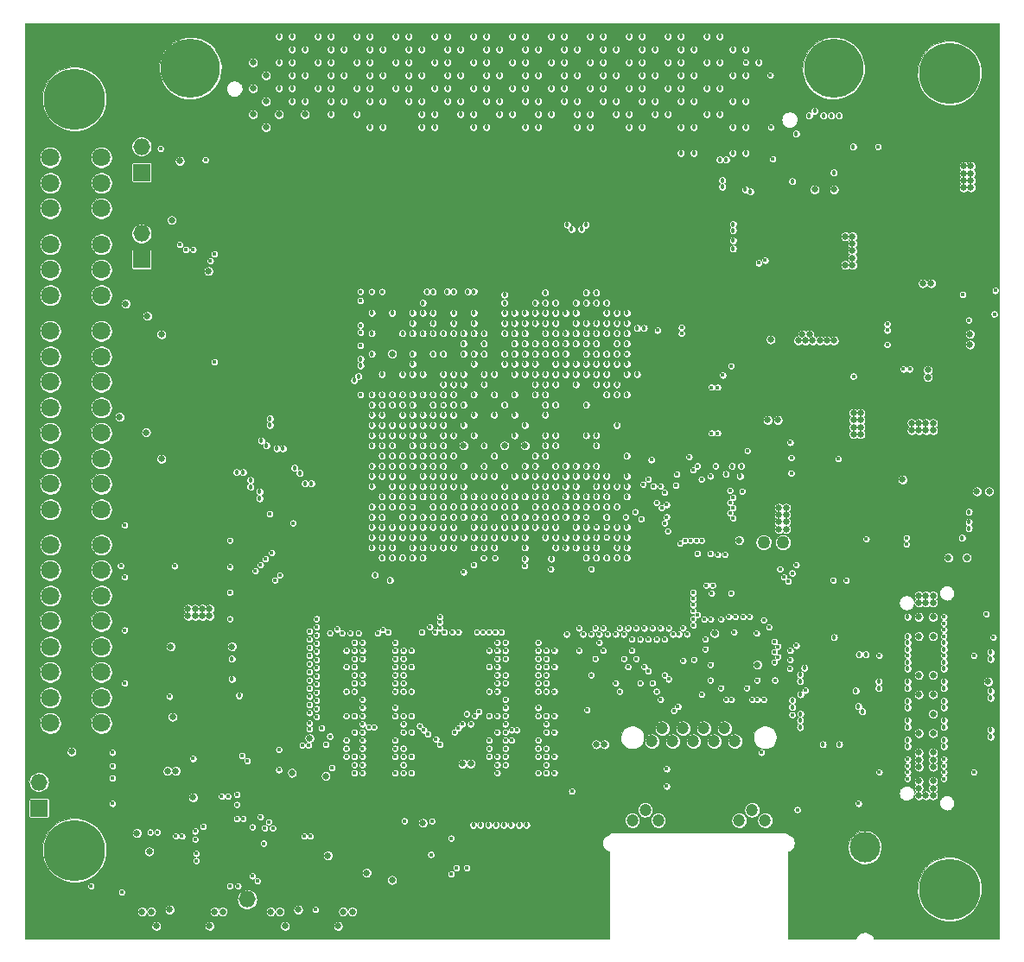
<source format=gbr>
G04 #@! TF.FileFunction,Copper,L2,Inr,Plane*
%FSLAX46Y46*%
G04 Gerber Fmt 4.6, Leading zero omitted, Abs format (unit mm)*
G04 Created by KiCad (PCBNEW (2016-08-02 BZR 7002)-product) date Mon Oct 17 13:50:07 2016*
%MOMM*%
%LPD*%
G01*
G04 APERTURE LIST*
%ADD10C,0.101600*%
%ADD11R,1.600000X1.600000*%
%ADD12C,1.200000*%
%ADD13O,1.200000X1.800000*%
%ADD14C,1.778000*%
%ADD15R,1.651000X1.651000*%
%ADD16O,1.651000X1.651000*%
%ADD17R,0.750000X0.900000*%
%ADD18R,1.080000X0.780000*%
%ADD19R,1.287500X1.287500*%
%ADD20R,1.000000X1.250000*%
%ADD21R,1.250000X1.250000*%
%ADD22R,1.000000X1.000000*%
%ADD23R,1.500000X1.500000*%
%ADD24R,0.800000X0.800000*%
%ADD25C,5.800000*%
%ADD26C,1.800000*%
%ADD27C,3.000000*%
%ADD28O,1.400000X2.600000*%
%ADD29O,4.000000X2.000000*%
%ADD30C,6.000000*%
%ADD31C,0.635000*%
%ADD32C,0.406400*%
%ADD33C,0.457200*%
%ADD34C,1.270000*%
G04 APERTURE END LIST*
D10*
D11*
X95400000Y-78700000D03*
X97000000Y-78700000D03*
X95400000Y-77100000D03*
X97000000Y-77100000D03*
D12*
X91661000Y-100596000D03*
X93693000Y-100596000D03*
X95725000Y-100596000D03*
X97757000Y-100596000D03*
X99789000Y-100596000D03*
X92677000Y-99326000D03*
X94709000Y-99326000D03*
X96741000Y-99326000D03*
X98773000Y-99326000D03*
X100805000Y-99326000D03*
X89723000Y-108346000D03*
X90993000Y-107326000D03*
X92263000Y-108346000D03*
X100203000Y-108346000D03*
X101473000Y-107326000D03*
X102743000Y-108346000D03*
D13*
X86148000Y-116156000D03*
X106318000Y-116156000D03*
D14*
X67500000Y-112700000D03*
X82000000Y-112700000D03*
X82600000Y-117650000D03*
X66900000Y-117650000D03*
D15*
X31600000Y-107140000D03*
D16*
X31600000Y-104600000D03*
X31600000Y-102060000D03*
D15*
X52000000Y-118640000D03*
D16*
X52000000Y-116100000D03*
D15*
X41656000Y-44831000D03*
D16*
X41656000Y-42291000D03*
D15*
X41656000Y-53340000D03*
D16*
X41656000Y-50800000D03*
D17*
X57925000Y-102700000D03*
X58675000Y-102700000D03*
D18*
X120580000Y-79937000D03*
X119500000Y-79937000D03*
X118420000Y-79937000D03*
X120580000Y-79157000D03*
X120580000Y-78377000D03*
X120580000Y-77597000D03*
X120580000Y-76817000D03*
X120580000Y-76037000D03*
X120580000Y-75257000D03*
X119500000Y-75257000D03*
X119500000Y-76037000D03*
X119500000Y-76817000D03*
X119500000Y-77597000D03*
X119500000Y-78377000D03*
X119500000Y-79157000D03*
X118420000Y-79157000D03*
X118420000Y-78377000D03*
X118420000Y-77597000D03*
X118420000Y-76817000D03*
X118420000Y-76037000D03*
X118420000Y-75257000D03*
D19*
X120631250Y-61931250D03*
X119343750Y-61931250D03*
X118056250Y-61931250D03*
X116768750Y-61931250D03*
X120631250Y-60643750D03*
X119343750Y-60643750D03*
X118056250Y-60643750D03*
X116768750Y-60643750D03*
X120631250Y-59356250D03*
X119343750Y-59356250D03*
X118056250Y-59356250D03*
X116768750Y-59356250D03*
X120631250Y-58068750D03*
X119343750Y-58068750D03*
X118056250Y-58068750D03*
X116768750Y-58068750D03*
D20*
X109720000Y-97506000D03*
X109720000Y-96256000D03*
X109720000Y-98756000D03*
X108720000Y-98756000D03*
X108720000Y-97506000D03*
X108720000Y-96256000D03*
X108720000Y-95006000D03*
X108720000Y-93756000D03*
X108720000Y-92506000D03*
X109720000Y-92506000D03*
X109720000Y-93756000D03*
X109720000Y-95006000D03*
D21*
X49050000Y-110250000D03*
X49050000Y-112750000D03*
X51550000Y-110250000D03*
X50300000Y-112750000D03*
X49050000Y-111500000D03*
X50300000Y-111500000D03*
X51550000Y-111500000D03*
X50300000Y-110250000D03*
X51550000Y-112750000D03*
D22*
X98300000Y-66700000D03*
X98300000Y-67700000D03*
X97300000Y-67700000D03*
X97300000Y-66700000D03*
X98300000Y-71200000D03*
X98300000Y-72200000D03*
X97300000Y-72200000D03*
X97300000Y-71200000D03*
X106300000Y-73500000D03*
X107300000Y-73500000D03*
X107300000Y-74500000D03*
X106300000Y-74500000D03*
D11*
X108800000Y-81800000D03*
X110400000Y-81800000D03*
X110400000Y-83400000D03*
X108800000Y-83400000D03*
X107200000Y-83400000D03*
X107200000Y-81800000D03*
X107200000Y-80200000D03*
X108800000Y-80200000D03*
X110400000Y-80200000D03*
D23*
X98945000Y-93333000D03*
X98945000Y-91833000D03*
X100445000Y-91833000D03*
X100445000Y-93333000D03*
D24*
X109385000Y-42837000D03*
X108585000Y-42837000D03*
X107785000Y-42837000D03*
X107785000Y-42037000D03*
X108585000Y-42037000D03*
X109385000Y-42037000D03*
X109385000Y-41237000D03*
X108585000Y-41237000D03*
X107785000Y-41237000D03*
D25*
X46454300Y-34616700D03*
X109455700Y-34616700D03*
D26*
X32719000Y-67865000D03*
X32719000Y-65365000D03*
X32719000Y-62865000D03*
X32719000Y-60365000D03*
X32719000Y-70365000D03*
X32719000Y-72865000D03*
X32719000Y-75365000D03*
X32719000Y-77865000D03*
X37719000Y-60365000D03*
X37719000Y-62865000D03*
X37719000Y-65365000D03*
X37719000Y-67865000D03*
X37719000Y-70365000D03*
X37719000Y-72865000D03*
X37719000Y-75365000D03*
X37719000Y-77865000D03*
X32719000Y-88820000D03*
X32719000Y-86320000D03*
X32719000Y-83820000D03*
X32719000Y-81320000D03*
X32719000Y-91320000D03*
X32719000Y-93820000D03*
X32719000Y-96320000D03*
X32719000Y-98820000D03*
X37719000Y-81320000D03*
X37719000Y-83820000D03*
X37719000Y-86320000D03*
X37719000Y-88820000D03*
X37719000Y-91320000D03*
X37719000Y-93820000D03*
X37719000Y-96320000D03*
X37719000Y-98820000D03*
X32719000Y-56856000D03*
X32719000Y-54356000D03*
X32719000Y-51856000D03*
X37719000Y-51856000D03*
X37719000Y-54356000D03*
X37719000Y-56856000D03*
X32719000Y-48347000D03*
X32719000Y-45847000D03*
X32719000Y-43347000D03*
X37719000Y-43347000D03*
X37719000Y-45847000D03*
X37719000Y-48347000D03*
D27*
X112522000Y-110998000D03*
D28*
X107772000Y-117498000D03*
X107772000Y-112798000D03*
X117272000Y-117498000D03*
X117272000Y-112798000D03*
D29*
X112522000Y-116998000D03*
D30*
X120810000Y-115090000D03*
X35080000Y-111280000D03*
X120810000Y-35080000D03*
X35080000Y-37620000D03*
D31*
X44700000Y-90200000D03*
D32*
X64500000Y-104200000D03*
X99900000Y-81600004D03*
X113500000Y-83400000D03*
X101300002Y-90000000D03*
X48800000Y-52000000D03*
D31*
X119400000Y-41800000D03*
X119400000Y-42500000D03*
X112500000Y-48100000D03*
X112500000Y-49300000D03*
D32*
X112100000Y-66200000D03*
D31*
X112300000Y-57500000D03*
X113600000Y-56500000D03*
X124700000Y-72400000D03*
X124700000Y-73100000D03*
X123500000Y-73100000D03*
X123500000Y-72400000D03*
X112200000Y-59800000D03*
D32*
X112400000Y-62400000D03*
X114400000Y-64800000D03*
X114400000Y-63200000D03*
D31*
X108000000Y-68800000D03*
X105300000Y-66800000D03*
X108000000Y-66800000D03*
D32*
X124800000Y-52800000D03*
X125200000Y-67200000D03*
X125200000Y-57900000D03*
X125200000Y-57200000D03*
X125200000Y-55600000D03*
X125200000Y-65100000D03*
X125200000Y-63300000D03*
D31*
X125300000Y-62500000D03*
X125300000Y-59500000D03*
D32*
X107315000Y-105029000D03*
D31*
X36000000Y-47500000D03*
X36000000Y-56000000D03*
D32*
X43600000Y-41200000D03*
X125349000Y-93599000D03*
X120269000Y-94107000D03*
X123189079Y-94107556D03*
X120269000Y-96012000D03*
X123190000Y-96012000D03*
X123190000Y-97917000D03*
X120269000Y-97917000D03*
X123190000Y-99822000D03*
X120269000Y-99822000D03*
X123190000Y-101727000D03*
X120269000Y-101727000D03*
X116713000Y-101727000D03*
X113919000Y-101727000D03*
X116713000Y-99822000D03*
X113919000Y-99822000D03*
D31*
X117221000Y-97917000D03*
D33*
X116713000Y-96012000D03*
X113919000Y-96012000D03*
X116713000Y-94107000D03*
X113919000Y-94107000D03*
D32*
X125100000Y-89800000D03*
D31*
X45000000Y-94700000D03*
X50500000Y-93600000D03*
D32*
X72800000Y-110100000D03*
D31*
X68199984Y-108600000D03*
D32*
X70699998Y-108400000D03*
X71500000Y-113000000D03*
X36700000Y-118500000D03*
X39100000Y-118500000D03*
D31*
X34800000Y-106700000D03*
X34800000Y-104200000D03*
X34800000Y-102900000D03*
X51300000Y-97900000D03*
D32*
X57100000Y-113100000D03*
X38800000Y-110600000D03*
D31*
X43100000Y-110700000D03*
X39000000Y-113900000D03*
X43100000Y-113700000D03*
D32*
X40300000Y-109000000D03*
X49734776Y-102126117D03*
D31*
X44200000Y-100100000D03*
X45000000Y-100100000D03*
X56300000Y-111500000D03*
X47000000Y-117100000D03*
X50300000Y-79500000D03*
D32*
X43500000Y-85200000D03*
X45900000Y-86000000D03*
X48700000Y-81500000D03*
X42000000Y-82000000D03*
X46000000Y-81500000D03*
X44900000Y-67600000D03*
X44900000Y-79400000D03*
X48700000Y-55200002D03*
X48800000Y-62600000D03*
D31*
X43400006Y-55200000D03*
X46600000Y-43700000D03*
D33*
X94400000Y-72700000D03*
D32*
X109400000Y-102100000D03*
X103700000Y-101400000D03*
X103900000Y-107300000D03*
X99100000Y-105000000D03*
X106300000Y-100100000D03*
D31*
X123200000Y-40400000D03*
X115000000Y-40400000D03*
X123200000Y-52000000D03*
X115000000Y-52000000D03*
X119500000Y-48500000D03*
X113700000Y-106700000D03*
X106200000Y-50100000D03*
X107200000Y-50100000D03*
X105300000Y-68800000D03*
X73900000Y-104000000D03*
X73100000Y-104000000D03*
D32*
X72300000Y-101100000D03*
X87000000Y-97500000D03*
X86200000Y-97500000D03*
D31*
X86200000Y-102100000D03*
X87000000Y-102100000D03*
D32*
X60600000Y-101700000D03*
X55100000Y-95200000D03*
X55100000Y-90000000D03*
X55100000Y-98400000D03*
X59300000Y-100100000D03*
D31*
X55900000Y-114100000D03*
X54600000Y-114100000D03*
D32*
X64500000Y-115000000D03*
D31*
X62100000Y-113500000D03*
X59600000Y-117100000D03*
D33*
X93000000Y-72700000D03*
X93700000Y-72700000D03*
D31*
X105800000Y-90400000D03*
X108500000Y-87800000D03*
X109400000Y-87800000D03*
X112100000Y-90400000D03*
X113100000Y-87800000D03*
D32*
X93800000Y-80700000D03*
X52400000Y-77300000D03*
D33*
X75200000Y-66600000D03*
X79200000Y-77600000D03*
X73200000Y-74600000D03*
D31*
X74200000Y-73600000D03*
X74200000Y-71600000D03*
D33*
X65200000Y-62600000D03*
X66200000Y-61600000D03*
D32*
X62500000Y-98900000D03*
D31*
X78200000Y-73600000D03*
D33*
X77200000Y-74600000D03*
D31*
X78200000Y-71600000D03*
D33*
X71200000Y-61600000D03*
X75200000Y-69600000D03*
X88200000Y-72600000D03*
X76200000Y-69600000D03*
X78200000Y-69600000D03*
X77200000Y-70600000D03*
X80200000Y-71600000D03*
D32*
X106300004Y-77900000D03*
D33*
X79000000Y-110400000D03*
X77500000Y-110400000D03*
X76000000Y-110400000D03*
X74500000Y-110400000D03*
D32*
X100200000Y-77900000D03*
X112300000Y-84200000D03*
X93300000Y-95100000D03*
X104267000Y-93472000D03*
X94742000Y-96266000D03*
X102616000Y-97790000D03*
X95631000Y-96520000D03*
X98425000Y-86106000D03*
D33*
X66200000Y-78600000D03*
X64200000Y-82600000D03*
X67200000Y-81600000D03*
X82200000Y-76600000D03*
X89200000Y-77600000D03*
X86200000Y-78600000D03*
X87200000Y-81600000D03*
X72200000Y-76600000D03*
D32*
X87600006Y-91700000D03*
X70200000Y-80600000D03*
D33*
X73200000Y-79600000D03*
X76200000Y-78600000D03*
X74200000Y-82600000D03*
X77200000Y-81600000D03*
X83200000Y-79600000D03*
X80200000Y-80600000D03*
X83700000Y-82700000D03*
D32*
X75700000Y-97300000D03*
X82100000Y-90900000D03*
X82100000Y-92500000D03*
X82100000Y-94100000D03*
X75700000Y-90900000D03*
X75700000Y-92500000D03*
X75700000Y-94100000D03*
X81300000Y-97300000D03*
X82100000Y-98900000D03*
X82100000Y-100500000D03*
X81300000Y-100500000D03*
X82100000Y-101300000D03*
X80500000Y-102900000D03*
X82100000Y-102900000D03*
X75700000Y-103700000D03*
X75700000Y-102900000D03*
X76500000Y-101300000D03*
X76500000Y-100500000D03*
X75700000Y-99700000D03*
X76500000Y-98900000D03*
X75700000Y-98900000D03*
X61700000Y-97300000D03*
X68100000Y-90900000D03*
X68100000Y-92500000D03*
X68100000Y-94100000D03*
X67300000Y-97300000D03*
X66500000Y-102900000D03*
X68100000Y-101300000D03*
X67300000Y-100500000D03*
X68100000Y-100500000D03*
X68100000Y-98900000D03*
X68100000Y-102900000D03*
X61700000Y-90900000D03*
X61700000Y-92500000D03*
X61700000Y-94100000D03*
X61700000Y-98900000D03*
X61700000Y-99700000D03*
X61700000Y-103700000D03*
X61700000Y-102900000D03*
X62500000Y-100500000D03*
X62500000Y-101300000D03*
D33*
X60198000Y-41656000D03*
X76200000Y-75600000D03*
X85200000Y-75600000D03*
X88200000Y-74600000D03*
X72200000Y-73600000D03*
X76200000Y-73600000D03*
X81200000Y-73600000D03*
X84200000Y-72600000D03*
X77200000Y-72600000D03*
X73200000Y-72600000D03*
X72200000Y-71600000D03*
X76200000Y-71600000D03*
X73200000Y-70600000D03*
X72200000Y-69600000D03*
X74200000Y-69600000D03*
X83200000Y-69600000D03*
X86200000Y-68600000D03*
X79200000Y-68600000D03*
X77200000Y-68600000D03*
X75200000Y-68600000D03*
X73200000Y-68600000D03*
X78200000Y-67600000D03*
X74200000Y-67600000D03*
X67200000Y-59600000D03*
X69200000Y-59600000D03*
X71200000Y-59600000D03*
X65200000Y-59600000D03*
X64200000Y-57600000D03*
X66200000Y-57600000D03*
X68200000Y-57600000D03*
X70200000Y-57600000D03*
X72200000Y-57600000D03*
X89200000Y-67600000D03*
X73200000Y-59600000D03*
X75200000Y-59600000D03*
X74200000Y-57600000D03*
X76199718Y-57600000D03*
X76200000Y-58600000D03*
X76199718Y-59600000D03*
X76199718Y-60600000D03*
X76200000Y-61600000D03*
X74200000Y-61600000D03*
X70200000Y-61600000D03*
X68200000Y-61600000D03*
X64200000Y-61600000D03*
X70200000Y-64600000D03*
X67200000Y-63600000D03*
X69200000Y-63600000D03*
X70200000Y-63600000D03*
X71200000Y-63600000D03*
X72200000Y-63600000D03*
X73200000Y-63600000D03*
X75200000Y-63600000D03*
X73200000Y-66600000D03*
X76200000Y-65600000D03*
X82200000Y-66600000D03*
X77200000Y-66600000D03*
X79200000Y-66600000D03*
X78200000Y-65600000D03*
X85200000Y-65600000D03*
X76200000Y-63600000D03*
X76200000Y-62600000D03*
X81200000Y-63600000D03*
X88200000Y-64600000D03*
X87200000Y-61600000D03*
X84200000Y-62600000D03*
X77200000Y-61600000D03*
X80200000Y-60600000D03*
X83200000Y-59600000D03*
X86200000Y-58600000D03*
X89200000Y-57600000D03*
X79200000Y-57600000D03*
X70200000Y-65600000D03*
X69200000Y-65600000D03*
X68200000Y-65600000D03*
X67200000Y-65600000D03*
X66200000Y-65600000D03*
X65200000Y-65600000D03*
X64200000Y-65600000D03*
X68200000Y-74600000D03*
X69200000Y-77600000D03*
X65200000Y-75600000D03*
X70200000Y-70600000D03*
X64200000Y-72600000D03*
X67200000Y-71600000D03*
X69200000Y-67600000D03*
X66200000Y-68600000D03*
X98298000Y-40386000D03*
X86868000Y-42926000D03*
X88138000Y-42926000D03*
X61468000Y-42926000D03*
X93218000Y-32766000D03*
X53848000Y-31496000D03*
X57658000Y-31496000D03*
X61468000Y-31496000D03*
X65278000Y-31496000D03*
X69088000Y-31496000D03*
X72898000Y-31496000D03*
X76708000Y-31496000D03*
X80518000Y-31496000D03*
X84328000Y-31496000D03*
X88138000Y-31496000D03*
X91948000Y-31496000D03*
X95758000Y-31496000D03*
X52578000Y-42926000D03*
X56388000Y-42926000D03*
X57658000Y-42926000D03*
X62738000Y-42926000D03*
X66548000Y-42926000D03*
X67818000Y-42926000D03*
X71628000Y-42926000D03*
X72898000Y-42926000D03*
X76708000Y-42926000D03*
X77978000Y-42926000D03*
X83058000Y-42926000D03*
X91948000Y-42926000D03*
X93218000Y-42926000D03*
X97028000Y-42926000D03*
X98298000Y-42926000D03*
X102108000Y-42926000D03*
X100838000Y-41656000D03*
X99568000Y-41656000D03*
X95758000Y-41656000D03*
X94488000Y-41656000D03*
X90678000Y-41656000D03*
X89408000Y-41656000D03*
X85598000Y-41656000D03*
X84328000Y-41656000D03*
X80518000Y-41656000D03*
X79248000Y-41656000D03*
X75438000Y-41656000D03*
X74168000Y-41656000D03*
X70358000Y-41656000D03*
X69088000Y-41656000D03*
X65278000Y-41656000D03*
X64008000Y-41656000D03*
X58928000Y-41656000D03*
X55118000Y-41656000D03*
X53848000Y-41656000D03*
X52578000Y-40386000D03*
X55118000Y-40386000D03*
X57658000Y-40386000D03*
X60198000Y-40386000D03*
X61468000Y-40386000D03*
X62738000Y-40386000D03*
X66548000Y-40386000D03*
X67818000Y-40386000D03*
X71628000Y-40386000D03*
X72898000Y-40386000D03*
X76708000Y-40386000D03*
X77978000Y-40386000D03*
X81788000Y-40386000D03*
X83058000Y-40386000D03*
X86868000Y-40386000D03*
X88138000Y-40386000D03*
X91948000Y-40386000D03*
X93218000Y-40386000D03*
X97028000Y-40386000D03*
X102108000Y-40386000D03*
X100838000Y-39116000D03*
X99568000Y-39116000D03*
X95758000Y-39116000D03*
X94488000Y-39116000D03*
X90678000Y-39116000D03*
X86868000Y-39116000D03*
X83058000Y-39116000D03*
X79248000Y-39116000D03*
X75438000Y-39116000D03*
X71628000Y-39116000D03*
X67818000Y-39116000D03*
X58928000Y-39116000D03*
X56388000Y-39116000D03*
X53848000Y-39116000D03*
X52578000Y-37846000D03*
X55118000Y-37846000D03*
X58928000Y-37846000D03*
X62738000Y-37846000D03*
X66548000Y-37846000D03*
X70358000Y-37846000D03*
X74168000Y-37846000D03*
X77978000Y-37846000D03*
X81788000Y-37846000D03*
X85598000Y-37846000D03*
X89408000Y-37846000D03*
X93218000Y-37846000D03*
X97028000Y-37846000D03*
X98298000Y-37846000D03*
X102108000Y-37846000D03*
X100838000Y-36576000D03*
X99568000Y-36576000D03*
X95758000Y-36576000D03*
X84328000Y-36576000D03*
X80518000Y-36576000D03*
X76708000Y-36576000D03*
X72898000Y-36576000D03*
X69088000Y-36576000D03*
X65278000Y-36576000D03*
X61468000Y-36576000D03*
X57658000Y-36576000D03*
X53848000Y-36576000D03*
X52578000Y-35306000D03*
X55118000Y-35306000D03*
X58928000Y-35306000D03*
X62738000Y-35306000D03*
X66548000Y-35306000D03*
X70358000Y-35306000D03*
X74168000Y-35306000D03*
X77978000Y-35306000D03*
X81788000Y-35306000D03*
X85598000Y-35306000D03*
X89408000Y-35306000D03*
X93218000Y-35306000D03*
X88138000Y-36576000D03*
X91948000Y-36576000D03*
X97028000Y-35306000D03*
X98298000Y-35306000D03*
X102108000Y-35306000D03*
X99568000Y-34036000D03*
X95758000Y-34036000D03*
X91948000Y-34036000D03*
X88138000Y-34036000D03*
X84328000Y-34036000D03*
X80518000Y-34036000D03*
X76708000Y-34036000D03*
X72898000Y-34036000D03*
X69088000Y-34036000D03*
X65278000Y-34036000D03*
X61468000Y-34036000D03*
X57658000Y-34036000D03*
X53848000Y-34036000D03*
X52578000Y-32766000D03*
X55118000Y-32766000D03*
X58928000Y-32766000D03*
X62738000Y-32766000D03*
X66548000Y-32766000D03*
X70358000Y-32766000D03*
X74168000Y-32766000D03*
X77978000Y-32766000D03*
X81788000Y-32766000D03*
X85598000Y-32766000D03*
X89408000Y-32766000D03*
X97028000Y-32766000D03*
X98298000Y-32766000D03*
X102108000Y-32766000D03*
X100838000Y-31496000D03*
X99568000Y-31496000D03*
X77200000Y-69600000D03*
D31*
X44600000Y-49500000D03*
X42400000Y-111400000D03*
X112100000Y-68400000D03*
X111400000Y-68400000D03*
X112100000Y-70500000D03*
X112100000Y-69800000D03*
X112100000Y-69100000D03*
X111400000Y-70500000D03*
X111400000Y-69800000D03*
X111400000Y-69100000D03*
D32*
X122100000Y-56800000D03*
D31*
X73900000Y-102800000D03*
X73100000Y-102800000D03*
X86200000Y-100900000D03*
X87000000Y-100900000D03*
D32*
X57400000Y-101000000D03*
D33*
X74200000Y-77600000D03*
X77200000Y-76600000D03*
D32*
X71200000Y-78600000D03*
D33*
X75200000Y-80600000D03*
X81200000Y-78600000D03*
X78200000Y-79600000D03*
X72200000Y-81600000D03*
X79200000Y-82700000D03*
X82200000Y-81600000D03*
D32*
X76500000Y-95700000D03*
X82100000Y-91700000D03*
X82100000Y-93300000D03*
X81300000Y-95700000D03*
X75700000Y-91700000D03*
X75700000Y-93300000D03*
X81300000Y-98100000D03*
X82100000Y-99700000D03*
X81300000Y-101300000D03*
X82100000Y-102100000D03*
X81300000Y-102900000D03*
X82100000Y-103700000D03*
X76500000Y-103700000D03*
X75700000Y-102100000D03*
X75700000Y-101300000D03*
X75700000Y-100500000D03*
X77300000Y-98900000D03*
X75700000Y-98100000D03*
X62500000Y-95700000D03*
X68100000Y-91700000D03*
X68100000Y-93300000D03*
X67300000Y-95700000D03*
X67300000Y-101300000D03*
X68100000Y-99700000D03*
X67300000Y-98100000D03*
X67300000Y-102900000D03*
X68100000Y-102100000D03*
X68100000Y-103700000D03*
X61700000Y-91700000D03*
X61700000Y-93300000D03*
X63300000Y-98900000D03*
X62500000Y-103700000D03*
X61700000Y-102100000D03*
X61700000Y-98100000D03*
X61700000Y-101300000D03*
X61700000Y-100500000D03*
D31*
X58100000Y-100300000D03*
D32*
X60300000Y-103200000D03*
X76500000Y-94100000D03*
X82100000Y-98100000D03*
X68100000Y-98100000D03*
X62500000Y-94100000D03*
D33*
X78200000Y-77600000D03*
X80200000Y-77600000D03*
D31*
X124700000Y-76100000D03*
X123500000Y-76100000D03*
X122500000Y-82600000D03*
X120700000Y-82600000D03*
X119200004Y-105900004D03*
X119200000Y-105200000D03*
X119200000Y-104500000D03*
X119200004Y-103100000D03*
X119200000Y-102400000D03*
X119200000Y-101700000D03*
X119200002Y-99800000D03*
X119200000Y-97900000D03*
X119200000Y-96000000D03*
X119200000Y-94100000D03*
X119200000Y-90300000D03*
X119199996Y-88400000D03*
X119200000Y-87000000D03*
X119200000Y-86300000D03*
X118500000Y-86300000D03*
X117800000Y-86300000D03*
X118500000Y-87000000D03*
X117800000Y-87000000D03*
X118500000Y-105900018D03*
X117800000Y-105900000D03*
X117800000Y-105200000D03*
X117800000Y-104500000D03*
X117800000Y-103100000D03*
X117800000Y-102400000D03*
X117800000Y-101700000D03*
X117800000Y-99800000D03*
X117800000Y-88400000D03*
X117800000Y-90300000D03*
X117800000Y-94100000D03*
X117800000Y-96000000D03*
X118700000Y-64900000D03*
X118700000Y-64200000D03*
X119000000Y-55700000D03*
X118200000Y-55700000D03*
X122800004Y-61700000D03*
X124587000Y-94742006D03*
D32*
X72000000Y-110100000D03*
D31*
X69200004Y-108600000D03*
X44200000Y-103500000D03*
X45000000Y-103500000D03*
D32*
X93100000Y-103300000D03*
D31*
X66200000Y-114200000D03*
D32*
X116586000Y-81280000D03*
D33*
X122700000Y-78100000D03*
D31*
X59700000Y-104000000D03*
X100200000Y-80900000D03*
X122900000Y-46300000D03*
X122900000Y-45600000D03*
X122900000Y-44900000D03*
X122900000Y-44200000D03*
X122200000Y-44200000D03*
X122200000Y-44900000D03*
X122200000Y-45600000D03*
X122200000Y-46300000D03*
D32*
X98600000Y-64700000D03*
X112649000Y-80772000D03*
X124400000Y-88100000D03*
D31*
X46700000Y-106100000D03*
X44500000Y-91300000D03*
X44700000Y-98200000D03*
X48200000Y-54500000D03*
X34800000Y-101600000D03*
X41200000Y-109600000D03*
D32*
X53600000Y-110600000D03*
X44900000Y-83408802D03*
X39600000Y-83400000D03*
D31*
X45400000Y-43700000D03*
D32*
X105900000Y-107300000D03*
X103649802Y-92837000D03*
D33*
X109500000Y-90392800D03*
X106600000Y-93400000D03*
X106200000Y-96000000D03*
X106200000Y-97900000D03*
X108400000Y-100900000D03*
X110000000Y-100900000D03*
D32*
X98100000Y-65895182D03*
X98100000Y-70395180D03*
X50300000Y-114800000D03*
X58000000Y-101000000D03*
D31*
X56400000Y-103700000D03*
D32*
X92200000Y-60300000D03*
X105300000Y-72800000D03*
X96500000Y-80900000D03*
X96000000Y-80900000D03*
X110700000Y-84800000D03*
X94700000Y-92700000D03*
D33*
X109474000Y-44831000D03*
X111378996Y-42291000D03*
X89200000Y-82600000D03*
X88200000Y-79600000D03*
X85200000Y-80600000D03*
X72200000Y-70600000D03*
X72200000Y-68600000D03*
X111633000Y-95631000D03*
X73200000Y-64600000D03*
X72200000Y-64600000D03*
X71200000Y-64600000D03*
X74200000Y-63600000D03*
X62738000Y-39116000D03*
D31*
X57658000Y-39116000D03*
X55118000Y-39116000D03*
X53848000Y-40386000D03*
X52578000Y-39116000D03*
X116205000Y-74930000D03*
X103300000Y-61200000D03*
X103000000Y-69100000D03*
X104000000Y-69100000D03*
D34*
X104500000Y-81100000D03*
X102600000Y-81100002D03*
D31*
X104800000Y-77700000D03*
X104800000Y-78400000D03*
X104800000Y-79100000D03*
X104817400Y-79800000D03*
X104100000Y-79800000D03*
X104100000Y-79100000D03*
X104100000Y-78400000D03*
X104100000Y-77700000D03*
X73200000Y-71600000D03*
X66200000Y-62600000D03*
X79200000Y-71600000D03*
X77200000Y-71600000D03*
D33*
X76200000Y-68600000D03*
X79200000Y-73600000D03*
X80200000Y-66600000D03*
X76200000Y-74600000D03*
X74200000Y-74600000D03*
X73200000Y-73600000D03*
X75200000Y-73600000D03*
X77200000Y-73600000D03*
X76200000Y-72600000D03*
X72200000Y-72600000D03*
X75200000Y-71600000D03*
X74200000Y-70600000D03*
X73200000Y-69600000D03*
X79200000Y-69600000D03*
X78200000Y-68600000D03*
X74200000Y-68600000D03*
X77200000Y-67600000D03*
X73200000Y-67600000D03*
X69200000Y-60600000D03*
X73200000Y-60600000D03*
X75200000Y-60600000D03*
X68200000Y-62600000D03*
X70200000Y-62600000D03*
X74200000Y-62600000D03*
X69200000Y-64600000D03*
X65200000Y-64600000D03*
X67200000Y-64600000D03*
D32*
X96900000Y-90600000D03*
X97400000Y-94600000D03*
X101900000Y-90000000D03*
X99700000Y-89900000D03*
D31*
X117100000Y-69400000D03*
X117800000Y-69400000D03*
X118500000Y-69400000D03*
X117100000Y-70100000D03*
X117800000Y-70100000D03*
X118500000Y-70100000D03*
X119200000Y-69400000D03*
X119200000Y-70100000D03*
D33*
X64200000Y-60600000D03*
D31*
X101981000Y-93091000D03*
D32*
X101981000Y-94615000D03*
D33*
X64200000Y-58600000D03*
X71200000Y-60600000D03*
X67200000Y-60600000D03*
X70200000Y-58600000D03*
X68200000Y-58600000D03*
X66200000Y-58600000D03*
X72200000Y-58600000D03*
X74200000Y-58600000D03*
X64200000Y-62600000D03*
X68200000Y-63600000D03*
D32*
X105400000Y-98000000D03*
X105300000Y-74300000D03*
X101000000Y-72100000D03*
D31*
X110600000Y-51100000D03*
X111300000Y-51100000D03*
X111300000Y-51800000D03*
X111300000Y-52500000D03*
X111300000Y-53200000D03*
X111300000Y-53900000D03*
X110600000Y-53900000D03*
D32*
X116900000Y-64100000D03*
D33*
X75200000Y-74600000D03*
X79200000Y-74600000D03*
X75200000Y-65600000D03*
X76200000Y-64600000D03*
X71200000Y-62600000D03*
D32*
X99400000Y-86100000D03*
X100500006Y-76100000D03*
X99300000Y-78200000D03*
X99300000Y-76000000D03*
X99300000Y-77200000D03*
X94000000Y-75500000D03*
X93100000Y-77400000D03*
X93100000Y-78600000D03*
D31*
X97790000Y-89997898D03*
D33*
X107600000Y-38800000D03*
X87200000Y-76600000D03*
X84200000Y-77600000D03*
X73200000Y-75600000D03*
X77200000Y-75600000D03*
X83200000Y-74600000D03*
X80200000Y-74600000D03*
X86200000Y-73600000D03*
X72200000Y-66600000D03*
X73200000Y-65600000D03*
X74200000Y-66600000D03*
X76200000Y-66600000D03*
X78200000Y-66600000D03*
X78200000Y-70600000D03*
D32*
X55100000Y-103400000D03*
D31*
X48300000Y-87600000D03*
X47600000Y-87600000D03*
X46900000Y-87600000D03*
X46200000Y-87600000D03*
X46200000Y-88300000D03*
X48300000Y-88300000D03*
X47600000Y-88300000D03*
X46900000Y-88300000D03*
X50500000Y-91300000D03*
D33*
X65200000Y-80600000D03*
X68200000Y-79600000D03*
X69200000Y-82600000D03*
X70200000Y-75600000D03*
X64200000Y-77600000D03*
X67200000Y-76600000D03*
X69200000Y-72600000D03*
X66200000Y-73600000D03*
X65200000Y-70600000D03*
X68200000Y-69600000D03*
X67200000Y-66600000D03*
X64200000Y-67600000D03*
D31*
X53848000Y-35306000D03*
X53848000Y-37846000D03*
X52578000Y-36576000D03*
X52578000Y-34036000D03*
D32*
X125200000Y-58700000D03*
X114700000Y-61700000D03*
D31*
X122800000Y-60677697D03*
D33*
X69200000Y-58600000D03*
X105410000Y-97231200D03*
X69200000Y-57600000D03*
X105410000Y-96570800D03*
D31*
X44400000Y-117100000D03*
X107100000Y-60700000D03*
X106400000Y-60700000D03*
X109500004Y-61300000D03*
X108800000Y-61300000D03*
X108100000Y-61300000D03*
X107400000Y-61300000D03*
X106700000Y-61300000D03*
X106000002Y-61300000D03*
D32*
X97500000Y-65895188D03*
X97506444Y-70395183D03*
X89200000Y-62600000D03*
D33*
X85200000Y-67600000D03*
X89200000Y-72600000D03*
X82200000Y-71600000D03*
X85200000Y-70600000D03*
X88200000Y-69600000D03*
X81200000Y-68600000D03*
X87200000Y-66600000D03*
X80200000Y-65600000D03*
X83200000Y-64600000D03*
X79200000Y-62600000D03*
X86200000Y-63600000D03*
X82200000Y-61600000D03*
X85200000Y-60600000D03*
X81200000Y-58600000D03*
X88200000Y-59600000D03*
X84200000Y-57600000D03*
X78200000Y-59600000D03*
X82200000Y-74600000D03*
D31*
X57000000Y-117100000D03*
D32*
X96100000Y-82200000D03*
X96520000Y-96012000D03*
X102616000Y-96520000D03*
X98425000Y-95377000D03*
X100965000Y-95377000D03*
X97409000Y-93091000D03*
D33*
X98298000Y-43561000D03*
X97028000Y-39116000D03*
D32*
X94550000Y-60000000D03*
D33*
X75200000Y-61600000D03*
X98933000Y-43561000D03*
X98298000Y-39116000D03*
X75200000Y-62600000D03*
D32*
X94550000Y-60600000D03*
X68200000Y-77600000D03*
X73500000Y-113000000D03*
D33*
X64200000Y-75600000D03*
X102108000Y-34036000D03*
D32*
X114700000Y-60300000D03*
X105200000Y-71300000D03*
X98100000Y-82300000D03*
X72000000Y-113600000D03*
X43200000Y-109500000D03*
X51500000Y-102000000D03*
X51000000Y-108200000D03*
D33*
X88200000Y-81600000D03*
D32*
X114700000Y-59700000D03*
X109900000Y-72900000D03*
X98800000Y-82300000D03*
X72500000Y-113000002D03*
X42500000Y-109500000D03*
X52000000Y-102500000D03*
X51600000Y-108200000D03*
D33*
X89200000Y-79600000D03*
D32*
X99400000Y-63800000D03*
X89096756Y-78603244D03*
D33*
X60198000Y-39116000D03*
D32*
X103300000Y-40400000D03*
X99600000Y-78700000D03*
X90800000Y-75400000D03*
D33*
X85200000Y-82600000D03*
D32*
X97400000Y-82200000D03*
X58700000Y-117100000D03*
X95758000Y-92583006D03*
X97000000Y-85300000D03*
D33*
X85200000Y-79600000D03*
D31*
X49600000Y-117300000D03*
X48800000Y-117300000D03*
X48300000Y-118700000D03*
X43100000Y-118700000D03*
X41700000Y-117300000D03*
X42600000Y-117300000D03*
X63700000Y-113500000D03*
X55200000Y-117300000D03*
X54300000Y-117300000D03*
X55700000Y-118700000D03*
X60899986Y-118700000D03*
X61400000Y-117300000D03*
X62300000Y-117300000D03*
D32*
X116713000Y-104267000D03*
X123190000Y-103632000D03*
X120269000Y-103632000D03*
X113919000Y-103632000D03*
X116713000Y-103632000D03*
X116713000Y-102997000D03*
X116713000Y-102362000D03*
D33*
X120269000Y-101092000D03*
X116713000Y-101092000D03*
X120269000Y-100457000D03*
X116713000Y-100457000D03*
X112268000Y-97663000D03*
X111887000Y-97155000D03*
X120269000Y-97282000D03*
X116713000Y-97282000D03*
X120269000Y-96647000D03*
X116713000Y-96647000D03*
X113871798Y-95377000D03*
X113871776Y-94742000D03*
X120269000Y-93472000D03*
X116713000Y-93472000D03*
X120269000Y-92837000D03*
X116713000Y-92837000D03*
X112606278Y-92067004D03*
X111945878Y-92067004D03*
X116713000Y-90297000D03*
X116713000Y-88392000D03*
D32*
X120269000Y-102997000D03*
X120269000Y-104267000D03*
X120269000Y-102362000D03*
X120269000Y-90297000D03*
D33*
X120269000Y-90932000D03*
X116713000Y-90932000D03*
D32*
X105800000Y-91200000D03*
X102100000Y-53700000D03*
X120269000Y-89026998D03*
X100838000Y-34036000D03*
X91800000Y-75600000D03*
D33*
X65278000Y-40386000D03*
D32*
X86200000Y-79600000D03*
X120269000Y-88391992D03*
X105200000Y-91700000D03*
X102752255Y-53431700D03*
X120269000Y-89662015D03*
X103251000Y-35306000D03*
X92500000Y-75600000D03*
D33*
X64008000Y-40386000D03*
D32*
X87200000Y-80600000D03*
D33*
X120269000Y-98552000D03*
X116713000Y-98552000D03*
X124841000Y-99491800D03*
X124841000Y-100152200D03*
X120269000Y-99187000D03*
X116713000Y-99187000D03*
X124841000Y-96342200D03*
X120269000Y-94742000D03*
X116713000Y-94742000D03*
X120269000Y-95377000D03*
X116713000Y-95377000D03*
X124841000Y-95681800D03*
X124841000Y-92532200D03*
X124841000Y-91871800D03*
X120269000Y-91567000D03*
X116713000Y-91567000D03*
D32*
X70000000Y-111700000D03*
D33*
X68200000Y-82600000D03*
X79355600Y-108800000D03*
X74144400Y-108800000D03*
X69200000Y-79600000D03*
X74855600Y-108800000D03*
X69200000Y-78600000D03*
X68200000Y-80600000D03*
X75644400Y-108800000D03*
X69200000Y-80600000D03*
X76355600Y-108800000D03*
X68200000Y-81600000D03*
X77144400Y-108800000D03*
X69200000Y-81600000D03*
X77855600Y-108800000D03*
X67200000Y-82600000D03*
X78644400Y-108800000D03*
D32*
X125300000Y-56400000D03*
X122700000Y-59300000D03*
X93200000Y-80000000D03*
X87200000Y-79600000D03*
D33*
X99600000Y-49900000D03*
X100838000Y-42926000D03*
X71600000Y-56500000D03*
X72200000Y-60600000D03*
X100838000Y-37846000D03*
X87200000Y-64600000D03*
X99600000Y-50500000D03*
X72200000Y-56500000D03*
X72200000Y-59600000D03*
X99568000Y-42926000D03*
X99568000Y-37846000D03*
X87200000Y-63600000D03*
X86200000Y-62600000D03*
X98298000Y-36576000D03*
X87200000Y-62600000D03*
X97028000Y-36576000D03*
X99600000Y-51500000D03*
X73600000Y-56500000D03*
X74200000Y-60600000D03*
X95758000Y-40386000D03*
X100800000Y-46500000D03*
X95758000Y-42926000D03*
X69600000Y-56500000D03*
X70200000Y-60600000D03*
X95758000Y-37846000D03*
X81200000Y-67600000D03*
X62900000Y-64800000D03*
X67200000Y-68600000D03*
X95758000Y-35306000D03*
X95758000Y-32766000D03*
X83200000Y-60600000D03*
X99600000Y-52300000D03*
X74200000Y-56500000D03*
X74200000Y-59600000D03*
X94488000Y-40386000D03*
X101318835Y-46707534D03*
X94488000Y-42926000D03*
X70200000Y-56500000D03*
X70200000Y-59600000D03*
X94488000Y-37846000D03*
X82200000Y-67600000D03*
X94488000Y-36576000D03*
X85200000Y-57600000D03*
X62500000Y-65200000D03*
X66200000Y-67600000D03*
X94488000Y-35306000D03*
X94488000Y-34036000D03*
X70200000Y-66600000D03*
X94488000Y-32766000D03*
X84200000Y-60600000D03*
X94488000Y-31496000D03*
X83200000Y-58600000D03*
X63098350Y-63119000D03*
X67200000Y-69600000D03*
X93218000Y-39116000D03*
X93218000Y-36576000D03*
X85200000Y-56600000D03*
X93218000Y-34036000D03*
X69200000Y-66600000D03*
X93218000Y-31496000D03*
X84200000Y-58600000D03*
X63098350Y-63754000D03*
X66200000Y-69600000D03*
X91948000Y-39116000D03*
X91948000Y-37846000D03*
X88200000Y-66600000D03*
X91948000Y-35306000D03*
X68200000Y-67600000D03*
X91948000Y-32766000D03*
X81200000Y-64600000D03*
X90678000Y-40386000D03*
X65200000Y-66600000D03*
X90678000Y-37846000D03*
X89200000Y-66600000D03*
X87200000Y-65600000D03*
X90678000Y-36576000D03*
X90678000Y-35306000D03*
X68200000Y-66600000D03*
X90678000Y-34036000D03*
X70200000Y-68600000D03*
X90678000Y-32766000D03*
X82200000Y-64600000D03*
X90678000Y-31496000D03*
X86200000Y-65600000D03*
X89408000Y-40386000D03*
X66200000Y-66600000D03*
X89408000Y-39116000D03*
X65200000Y-67600000D03*
X88200000Y-65600000D03*
X89408000Y-36576000D03*
X89408000Y-34036000D03*
X70200000Y-67600000D03*
X89408000Y-31496000D03*
X86200000Y-64600000D03*
X88138000Y-39116000D03*
X64200000Y-66600000D03*
X81200000Y-66600000D03*
X88138000Y-37846000D03*
X88138000Y-35306000D03*
X69200000Y-69600000D03*
X84200000Y-65600000D03*
X88138000Y-32766000D03*
X81200000Y-65600000D03*
X86868000Y-37846000D03*
X90200000Y-64600000D03*
X86868000Y-36576000D03*
X86868000Y-35306000D03*
X69200000Y-68600000D03*
X86868000Y-34036000D03*
X71200000Y-69600000D03*
X85200000Y-64600000D03*
X86868000Y-32766000D03*
X86868000Y-31496000D03*
X88200000Y-63600000D03*
X83347780Y-49946780D03*
X85181220Y-49946780D03*
X85598000Y-40386000D03*
X69200000Y-71600000D03*
X85598000Y-39116000D03*
X68200000Y-68600000D03*
X89200000Y-64600000D03*
X85598000Y-36576000D03*
X85598000Y-34036000D03*
X70200000Y-69600000D03*
X89200000Y-63600000D03*
X85598000Y-31496000D03*
X83784220Y-50383220D03*
X84744780Y-50383220D03*
X69200000Y-70600000D03*
X84328000Y-40386000D03*
X84328000Y-39116000D03*
X67200000Y-67600000D03*
X80200000Y-64600000D03*
X84328000Y-37846000D03*
X71200000Y-72600000D03*
X84328000Y-35306000D03*
X88200000Y-62600000D03*
X84328000Y-32766000D03*
X80200000Y-63600000D03*
X83058000Y-37846000D03*
X78200000Y-64600000D03*
X83058000Y-36576000D03*
X71200000Y-71600000D03*
X83058000Y-35306000D03*
X83058000Y-34036000D03*
X70200000Y-73600000D03*
X89200000Y-61600000D03*
X83058000Y-32766000D03*
X90866704Y-60090600D03*
X79200000Y-61600000D03*
X83058000Y-31496000D03*
X81788000Y-39116000D03*
X65200000Y-68600000D03*
X79200000Y-64600000D03*
X81788000Y-36576000D03*
X81788000Y-34036000D03*
X69200000Y-73600000D03*
X90219004Y-60090600D03*
X79200000Y-60600000D03*
X81788000Y-31496000D03*
X80518000Y-40386000D03*
X65200000Y-69600000D03*
X80518000Y-39116000D03*
X64200000Y-68600000D03*
X80518000Y-37846000D03*
X88200000Y-58600000D03*
X80518000Y-35306000D03*
X70200000Y-74600000D03*
X88200000Y-61600000D03*
X80518000Y-32766000D03*
X79248000Y-40386000D03*
X64200000Y-69600000D03*
X79248000Y-37846000D03*
X89200000Y-58600000D03*
X89200000Y-60600000D03*
X79248000Y-36576000D03*
X79248000Y-35306000D03*
X69200000Y-74600000D03*
X79248000Y-34036000D03*
X71200000Y-74600000D03*
X88200000Y-60600000D03*
X79248000Y-32766000D03*
X87200000Y-60600000D03*
X79248000Y-31496000D03*
X54241700Y-68961000D03*
X77978000Y-39116000D03*
X66200000Y-76600000D03*
X89200000Y-59600000D03*
X77978000Y-36576000D03*
X77978000Y-34036000D03*
X71200000Y-75600000D03*
X87200000Y-59600000D03*
X77978000Y-31496000D03*
X54229000Y-69596000D03*
X76708000Y-39116000D03*
X66200000Y-77600000D03*
X76708000Y-37846000D03*
X87200000Y-58600000D03*
X76708000Y-35306000D03*
X64200000Y-71600000D03*
X86200000Y-60600000D03*
X76708000Y-32766000D03*
X67200000Y-79600000D03*
X53900000Y-71600000D03*
X75438000Y-40386000D03*
X75438000Y-37846000D03*
X87200000Y-57600000D03*
X86200000Y-57600000D03*
X75438000Y-36576000D03*
X75438000Y-35306000D03*
X64200000Y-70600000D03*
X75438000Y-34036000D03*
X70200000Y-72600000D03*
X86200000Y-59600000D03*
X75438000Y-32766000D03*
X75438000Y-31496000D03*
X85200000Y-62600000D03*
X67200000Y-80600000D03*
X53385082Y-71114918D03*
X74168000Y-40386000D03*
X74168000Y-39116000D03*
X68200000Y-73600000D03*
X86200000Y-56600000D03*
X74168000Y-36576000D03*
X74168000Y-34036000D03*
X70200000Y-71600000D03*
X74168000Y-31496000D03*
X86200000Y-61600000D03*
X72898000Y-39116000D03*
X68200000Y-72600000D03*
X72898000Y-37846000D03*
X84200000Y-59600000D03*
X72897992Y-35306000D03*
X71200000Y-76600000D03*
X72898000Y-32766000D03*
X84200000Y-61600000D03*
X71628000Y-37846000D03*
X85200000Y-59600000D03*
X83200000Y-62600000D03*
X71628000Y-36576000D03*
X71628000Y-35306000D03*
X70200000Y-76600000D03*
X71628000Y-34036000D03*
X65200000Y-76600000D03*
X71628000Y-32766000D03*
X85200000Y-61600000D03*
X71628000Y-31496000D03*
X84200000Y-64600000D03*
X98552000Y-46228000D03*
X100838000Y-40386000D03*
X70358000Y-40386000D03*
X65200000Y-74600000D03*
X70358000Y-39116000D03*
X67200000Y-77600000D03*
X83200000Y-61600000D03*
X70358000Y-36576000D03*
X70358000Y-34036000D03*
X65200000Y-77600000D03*
X70358000Y-31496000D03*
X85200000Y-63600000D03*
X98552000Y-45593000D03*
X99568000Y-40386000D03*
X69088000Y-40386000D03*
X64200000Y-74600000D03*
X69088000Y-39116000D03*
X67200000Y-78600000D03*
X82200000Y-60600000D03*
X69088000Y-37846000D03*
X51608918Y-74222640D03*
X67200000Y-73600000D03*
X69088000Y-35306000D03*
X82200000Y-63600000D03*
X69088000Y-32766000D03*
X82200000Y-59600000D03*
X67818000Y-37846000D03*
X67818000Y-36576000D03*
X82200000Y-58600000D03*
X50961218Y-74222640D03*
X67200000Y-72600000D03*
X67818000Y-35306000D03*
X69200000Y-75600000D03*
X67818000Y-34036000D03*
X82200000Y-62600000D03*
X67818000Y-32766000D03*
X81200000Y-60600000D03*
X67818000Y-31496000D03*
D32*
X38800000Y-103000000D03*
X47700000Y-108958150D03*
X54100000Y-108500000D03*
X63100000Y-57400000D03*
X65200000Y-56500000D03*
D33*
X71200000Y-68600000D03*
X66548000Y-36576000D03*
X82200000Y-57600000D03*
X68200000Y-75600000D03*
X66548000Y-34036000D03*
X81200000Y-59600000D03*
X66548000Y-31496000D03*
X81185650Y-56600000D03*
X65278000Y-37846000D03*
X69200000Y-76600000D03*
X65278000Y-35306000D03*
X65278000Y-32766000D03*
X80200000Y-62600000D03*
D32*
X46900006Y-110200000D03*
X38800000Y-104200000D03*
X53303244Y-107996756D03*
D33*
X81200000Y-57600000D03*
X64008000Y-37846000D03*
X64008000Y-36576000D03*
X80200000Y-58600000D03*
X68200000Y-76600000D03*
X64008000Y-35306000D03*
X54889004Y-71880404D03*
X65200000Y-72600000D03*
X64008000Y-34036000D03*
X64008000Y-32766000D03*
X81200000Y-62600000D03*
X64008000Y-31496000D03*
X78200000Y-63600000D03*
X62738000Y-36576000D03*
X80200000Y-57600000D03*
X55500000Y-71900000D03*
X65200000Y-71600000D03*
X62738000Y-34036000D03*
X62738000Y-31496000D03*
X79200000Y-63600000D03*
D32*
X46900000Y-109400000D03*
X38800000Y-101700000D03*
X53700000Y-109100000D03*
X63100000Y-56500000D03*
X71200000Y-67600000D03*
D33*
X79200000Y-59600000D03*
X61468000Y-37846000D03*
X66200000Y-74600000D03*
X56642000Y-73787000D03*
X61468000Y-35306000D03*
X78200000Y-58600000D03*
X61468000Y-32766000D03*
X80200000Y-59600000D03*
X60198000Y-37846000D03*
X80200000Y-61600000D03*
X60198000Y-36576000D03*
X57150000Y-74295000D03*
X66200000Y-75600000D03*
X60198000Y-35306000D03*
X58293000Y-75311000D03*
X66200000Y-72600000D03*
X60198000Y-34036000D03*
X79200000Y-58600000D03*
X60198000Y-32766000D03*
X77200000Y-59600000D03*
X60198000Y-31496000D03*
X81200000Y-61600000D03*
X58928000Y-36576000D03*
X57658000Y-75311000D03*
X66200000Y-71600000D03*
X58928000Y-34036000D03*
X77200000Y-58600000D03*
X58928000Y-31496000D03*
X77200000Y-56800000D03*
X57658000Y-37846000D03*
X52324000Y-74987150D03*
X57658000Y-35306000D03*
X65200000Y-73600000D03*
X57658000Y-32766000D03*
X77200000Y-60600000D03*
X77200000Y-57600000D03*
X56388000Y-37846000D03*
X77200000Y-63600000D03*
X56388000Y-36576000D03*
X52324000Y-75634850D03*
X56388000Y-35306000D03*
X64200000Y-73600000D03*
X53213000Y-76130150D03*
X67200000Y-74600000D03*
X56388000Y-34036000D03*
X56388000Y-32766000D03*
X78200000Y-60600000D03*
X56388000Y-31496000D03*
X78200000Y-62600000D03*
X77200000Y-62600000D03*
X55118000Y-36576000D03*
X53213000Y-76777850D03*
X67200000Y-75600000D03*
X55118000Y-34036000D03*
X55118000Y-31496000D03*
X78200000Y-61600000D03*
D32*
X38800000Y-106700000D03*
X54500000Y-109100000D03*
X51100000Y-114800000D03*
X63100000Y-66600000D03*
D33*
X72200000Y-67600000D03*
D31*
X107600000Y-46500000D03*
X109500000Y-46500000D03*
X43600000Y-60700000D03*
X42200000Y-58900000D03*
X42100000Y-70299996D03*
X43600000Y-72900000D03*
D32*
X98933000Y-96520000D03*
X101473000Y-96520000D03*
X99441000Y-96520000D03*
X101981004Y-96520000D03*
X113800000Y-42300000D03*
X105800000Y-83300000D03*
D33*
X84200000Y-79600000D03*
D32*
X111900000Y-106700000D03*
X95300000Y-72700000D03*
D33*
X71200000Y-70600000D03*
D32*
X54200000Y-78300000D03*
D33*
X71200000Y-73600000D03*
D32*
X56500000Y-79200000D03*
D33*
X72200000Y-77600000D03*
X71200000Y-77600000D03*
D32*
X91300000Y-90600000D03*
X58800000Y-94200000D03*
X91300000Y-93700000D03*
X80500000Y-93300000D03*
X66500000Y-93300000D03*
D33*
X80200000Y-78600000D03*
D32*
X58800000Y-91800000D03*
X86900000Y-91700000D03*
X86900000Y-89500000D03*
X77300000Y-92500000D03*
X63300000Y-92500000D03*
D33*
X80200000Y-76600000D03*
D32*
X89700000Y-90600000D03*
X58100000Y-91400000D03*
X89700000Y-91700000D03*
X80500000Y-92500000D03*
X66500000Y-92500000D03*
D33*
X77200000Y-77600000D03*
D32*
X58100000Y-94600000D03*
X90900000Y-93300000D03*
X90900000Y-89500000D03*
X81300000Y-93300000D03*
X67300000Y-93300000D03*
D33*
X79200000Y-78600000D03*
D32*
X58800000Y-92600000D03*
X86100000Y-92500000D03*
X86100000Y-89500000D03*
X76500000Y-92500000D03*
X62500000Y-92500000D03*
D33*
X78200000Y-76600000D03*
D32*
X58100000Y-93000000D03*
X90100000Y-92500000D03*
X90100000Y-89500000D03*
X81300000Y-92500000D03*
X67300000Y-92500000D03*
D33*
X77200000Y-78600000D03*
D32*
X58800000Y-90200000D03*
X86500000Y-90900000D03*
X86500000Y-90100000D03*
X76500000Y-91700000D03*
X62500000Y-91700000D03*
D33*
X79200000Y-76600000D03*
D32*
X58100000Y-90600000D03*
X94700000Y-89500000D03*
X81300000Y-91700000D03*
X67300000Y-91700000D03*
D33*
X81200000Y-77600000D03*
D32*
X58800000Y-88600000D03*
X84900000Y-90100000D03*
X76500000Y-90900000D03*
X62500000Y-90900000D03*
D33*
X74200000Y-76600000D03*
D32*
X58100000Y-92200000D03*
X84500000Y-91700000D03*
X84500000Y-89500000D03*
X80500000Y-91700000D03*
X66500000Y-91700000D03*
D33*
X73200000Y-76600000D03*
D32*
X90500000Y-90600000D03*
X58100000Y-96200000D03*
X90500000Y-94900000D03*
X77300000Y-94900000D03*
X63300000Y-94900000D03*
D33*
X78200000Y-78600000D03*
D32*
X58800000Y-91000000D03*
X77300000Y-91700000D03*
X63300000Y-91700000D03*
D33*
X82200000Y-77600000D03*
D32*
X58800000Y-95000000D03*
X85700000Y-94100000D03*
X85700000Y-90100000D03*
X77300000Y-94100000D03*
X63300000Y-94100000D03*
D33*
X76200000Y-76600000D03*
D32*
X58100000Y-89800000D03*
X87300000Y-90100000D03*
X80500000Y-90900000D03*
X66500000Y-90900000D03*
D33*
X81200000Y-76600000D03*
D32*
X58800000Y-89400000D03*
X77300000Y-90900000D03*
X63300000Y-90900000D03*
D33*
X75200000Y-76600000D03*
D32*
X58800000Y-95800000D03*
X93300000Y-89500000D03*
X93300000Y-94500000D03*
X81300000Y-94100000D03*
X67300000Y-94100000D03*
D33*
X73200000Y-78600000D03*
D32*
X88900000Y-90100000D03*
X58800000Y-93400000D03*
X88900000Y-92500000D03*
X76500000Y-93300000D03*
X62500000Y-93300000D03*
D33*
X74200000Y-78600000D03*
D32*
X58100000Y-93800000D03*
X89300000Y-93300000D03*
X89300000Y-89500000D03*
X80500000Y-94100000D03*
X66500000Y-94100000D03*
D33*
X75200000Y-78600000D03*
D32*
X58800000Y-96600000D03*
X91700000Y-89500000D03*
X91700010Y-94900000D03*
X80500000Y-95700000D03*
X66500000Y-95700000D03*
D33*
X70200000Y-79600000D03*
D32*
X58100000Y-97000000D03*
X88500000Y-95700000D03*
X88500000Y-89500000D03*
X75700000Y-95700000D03*
X61700000Y-95700000D03*
D33*
X73200000Y-77600000D03*
D32*
X58100000Y-97800000D03*
X88100000Y-94900000D03*
X88100000Y-90100000D03*
X81300000Y-94900000D03*
X67300000Y-94900000D03*
D33*
X70200000Y-77600000D03*
D32*
X92100000Y-90600000D03*
X58800000Y-97400000D03*
X92100000Y-95700000D03*
X82100000Y-95700000D03*
X68100000Y-95700000D03*
D33*
X70200000Y-78600000D03*
D32*
X58800000Y-98200000D03*
X92500000Y-89500000D03*
X92500000Y-96500000D03*
X80500000Y-97300000D03*
X66500000Y-97300000D03*
D33*
X72200000Y-79600000D03*
D32*
X92900000Y-90600000D03*
X58100000Y-95400000D03*
X92900000Y-94100000D03*
X80500000Y-94900000D03*
X66500000Y-94900000D03*
D33*
X72200000Y-78600000D03*
D32*
X58100000Y-98807900D03*
X77300000Y-96500000D03*
X94206545Y-97193455D03*
X94293197Y-90100892D03*
X63300000Y-96500000D03*
D33*
X76200000Y-77600000D03*
D32*
X58100000Y-99392100D03*
X77300000Y-97300000D03*
X93793455Y-97606545D03*
X93708997Y-90100892D03*
X63300000Y-97300000D03*
D33*
X75200000Y-77600000D03*
D32*
X95100000Y-90100000D03*
D33*
X82200000Y-78600000D03*
D32*
X76500000Y-94900000D03*
X62500000Y-94900000D03*
X116586000Y-80645000D03*
D33*
X122047000Y-80645006D03*
X122700000Y-79700000D03*
X122700000Y-79100000D03*
D32*
X105200000Y-92600000D03*
X102400000Y-101700000D03*
D33*
X81200000Y-71600000D03*
D32*
X55100000Y-101400000D03*
X83800000Y-105500000D03*
X46700000Y-102299990D03*
X93100000Y-105000000D03*
X111400000Y-64800000D03*
X116300000Y-64100000D03*
X125100000Y-90400000D03*
X106700000Y-95600000D03*
X106700000Y-95600000D03*
X48800000Y-63400002D03*
X63100000Y-61800000D03*
D33*
X72200000Y-65600000D03*
D32*
X52500000Y-109000000D03*
X49500000Y-106000000D03*
X45600000Y-109900000D03*
X50100000Y-106000000D03*
X45000000Y-109900000D03*
X48400000Y-53500000D03*
X63100000Y-59800000D03*
D33*
X75200000Y-64600000D03*
D32*
X36700000Y-114800000D03*
X47000000Y-111600000D03*
X39700000Y-115400000D03*
X47000000Y-112300000D03*
D31*
X40100000Y-57700000D03*
X39500000Y-68800000D03*
D33*
X68200000Y-64600000D03*
D32*
X90600000Y-78800000D03*
D33*
X88200000Y-80600000D03*
D32*
X46000000Y-52400000D03*
X54700000Y-84800000D03*
D33*
X89200000Y-80600000D03*
D32*
X105400000Y-84100000D03*
D33*
X85200000Y-81600000D03*
D32*
X104600000Y-84500000D03*
D33*
X86200000Y-81600000D03*
D32*
X44400000Y-96200000D03*
X45400000Y-51900000D03*
X104200000Y-83700000D03*
D33*
X84200000Y-80600000D03*
D32*
X109400000Y-84800000D03*
D33*
X87200000Y-82600000D03*
D32*
X105000000Y-84900000D03*
D33*
X86200000Y-82600000D03*
X105400000Y-45700000D03*
X87200000Y-78600000D03*
D32*
X96100000Y-88200000D03*
D33*
X89200000Y-75600000D03*
D32*
X97409000Y-88646000D03*
D33*
X83200000Y-78600000D03*
D32*
X97600000Y-85300000D03*
X98425000Y-88646000D03*
D33*
X84200000Y-74600000D03*
D32*
X96901000Y-91567000D03*
X103700000Y-94600000D03*
X105156000Y-93472000D03*
D33*
X82200000Y-65600000D03*
X84200000Y-63600000D03*
X83200000Y-63600000D03*
D32*
X95700000Y-87200000D03*
X99187000Y-88392000D03*
D33*
X84200000Y-76600000D03*
D32*
X95700000Y-86600000D03*
X99822000Y-88392000D03*
D33*
X81200000Y-75600000D03*
D32*
X97500000Y-86100000D03*
X100584000Y-88392000D03*
D33*
X84200000Y-75600000D03*
D32*
X101219000Y-88392000D03*
D33*
X82200000Y-73600000D03*
D32*
X51000000Y-105800000D03*
X52500000Y-113800000D03*
D33*
X89200000Y-81600000D03*
D32*
X51000000Y-106800000D03*
X53000006Y-114300000D03*
D33*
X88200000Y-82600000D03*
X50500000Y-92500000D03*
X72200000Y-75600000D03*
X51200000Y-96100000D03*
X65200000Y-79600000D03*
D32*
X58200000Y-109900000D03*
X94900000Y-80900000D03*
X57600000Y-109900000D03*
X95408003Y-80900000D03*
D33*
X98900000Y-74400000D03*
X89200000Y-74600000D03*
D32*
X96774000Y-88646000D03*
D33*
X89200000Y-76600000D03*
X100399998Y-73600000D03*
X88200000Y-75600000D03*
X100300000Y-74600000D03*
X88200000Y-77600000D03*
X109220000Y-39243000D03*
X87200000Y-74600000D03*
X108458004Y-39243000D03*
X87200000Y-75600000D03*
D32*
X90000000Y-78100000D03*
D33*
X87200000Y-77600000D03*
X105791000Y-41021000D03*
X86200000Y-74600000D03*
D32*
X94100000Y-74400000D03*
D33*
X86200000Y-75600000D03*
D32*
X92900000Y-76200000D03*
D33*
X86200000Y-76600000D03*
D32*
X92600000Y-77700000D03*
D33*
X86200000Y-77600000D03*
D32*
X46700000Y-52400000D03*
X55200000Y-84300000D03*
D33*
X86200000Y-80600000D03*
X99500000Y-73600000D03*
X85200000Y-73600000D03*
D32*
X103500000Y-43500000D03*
D33*
X109982000Y-39243000D03*
X85200000Y-74600000D03*
X85200000Y-76600000D03*
D32*
X99600000Y-76699998D03*
X97400000Y-74600000D03*
X92099992Y-77200000D03*
D33*
X85200000Y-77600000D03*
D32*
X96499988Y-74900000D03*
X92900000Y-79200000D03*
X85200000Y-78600000D03*
D33*
X107061000Y-39243000D03*
X84200000Y-73600000D03*
D32*
X102600000Y-88700000D03*
X95699998Y-89200000D03*
D33*
X84200000Y-78600000D03*
X84200000Y-81600000D03*
D32*
X80500000Y-103700000D03*
X104013000Y-92329000D03*
D33*
X83200000Y-73600000D03*
D32*
X104013000Y-91313000D03*
X95700000Y-86000000D03*
D33*
X83200000Y-75600000D03*
D32*
X103632000Y-91821000D03*
X95700000Y-87800000D03*
D33*
X83200000Y-76600000D03*
D32*
X95700000Y-88600000D03*
X103124000Y-89408000D03*
D33*
X83200000Y-77600000D03*
X83200000Y-80600000D03*
D32*
X80500000Y-101300000D03*
D33*
X83200000Y-81600000D03*
D32*
X77300000Y-102900000D03*
X83300000Y-90100000D03*
X81300000Y-102100000D03*
X103632000Y-90805000D03*
D33*
X82200000Y-75600000D03*
X82200000Y-79600000D03*
D32*
X81300000Y-103700000D03*
D33*
X82200000Y-80600000D03*
D32*
X77300000Y-102100000D03*
D33*
X81787250Y-82700000D03*
D32*
X80500000Y-102100000D03*
X91600000Y-73000000D03*
D33*
X81200000Y-72600000D03*
D32*
X91300000Y-74900000D03*
D33*
X81200000Y-74600000D03*
D32*
X85700000Y-83700000D03*
X85300000Y-97500000D03*
D33*
X81200000Y-79600000D03*
D32*
X76500000Y-102900000D03*
D33*
X81200000Y-80600000D03*
D32*
X77300000Y-101300000D03*
X77900000Y-100500000D03*
X76900000Y-89900000D03*
X76500000Y-102100000D03*
X76300000Y-89900000D03*
X97900000Y-73600000D03*
D33*
X80200000Y-72600000D03*
D32*
X96100000Y-73600000D03*
D33*
X80200000Y-73600000D03*
D32*
X95700000Y-74000000D03*
X99600000Y-77700000D03*
D33*
X80200000Y-75600000D03*
D32*
X81750000Y-83710000D03*
D33*
X80200000Y-79600000D03*
D32*
X80500000Y-100500000D03*
X75700000Y-89900000D03*
X77300000Y-100500000D03*
X75100000Y-89900000D03*
X74699994Y-97700000D03*
X80500000Y-98100000D03*
X74500000Y-89900000D03*
X79200000Y-83400000D03*
D33*
X79200000Y-79600000D03*
D32*
X74300000Y-98100000D03*
X76500000Y-98100000D03*
X78408003Y-99500000D03*
D33*
X79200000Y-80600000D03*
D32*
X77900000Y-99500000D03*
D33*
X79200000Y-81600000D03*
X78200000Y-80600000D03*
D32*
X73900000Y-98900000D03*
X77300000Y-98100000D03*
X72700000Y-89900000D03*
X72700000Y-99300000D03*
X77300000Y-99700000D03*
X72100000Y-89900000D03*
X72300000Y-99700000D03*
X76500000Y-99700000D03*
X73499998Y-97900000D03*
X81300000Y-98900000D03*
D33*
X77200000Y-79600000D03*
D32*
X73100000Y-98900000D03*
X81300000Y-99700000D03*
D33*
X77200000Y-80600000D03*
D32*
X71300000Y-89900000D03*
X66500000Y-103700000D03*
X76268200Y-82600000D03*
D33*
X76200000Y-79600000D03*
D32*
X67300000Y-103700000D03*
X70500000Y-100400000D03*
X70400000Y-89900000D03*
X75158981Y-82600000D03*
D33*
X76200000Y-80600000D03*
D32*
X67300000Y-102100000D03*
X65815901Y-89900000D03*
X70900000Y-88900000D03*
D33*
X76200000Y-81600000D03*
D32*
X63300000Y-102100000D03*
X70900000Y-100900000D03*
X70900000Y-89500008D03*
X66500000Y-101300000D03*
D33*
X73200000Y-61600000D03*
X106180151Y-94050800D03*
X106180151Y-94711200D03*
X73200000Y-62600000D03*
D32*
X69700000Y-99900000D03*
D33*
X75200000Y-79600000D03*
D32*
X63300000Y-103700000D03*
X70900000Y-88391997D03*
X65307900Y-89668150D03*
D33*
X75200000Y-81600000D03*
D32*
X63300000Y-102900000D03*
X69900000Y-89400000D03*
X66500000Y-102100000D03*
X68900000Y-99100000D03*
D33*
X74200000Y-79600000D03*
D32*
X62500000Y-102100000D03*
X69100000Y-89900000D03*
X69300000Y-99500000D03*
X62500000Y-102900000D03*
X74200000Y-83300000D03*
D33*
X74200000Y-80600000D03*
D32*
X64800000Y-90000000D03*
X73200000Y-84000000D03*
D33*
X74200000Y-81600000D03*
D32*
X63300000Y-101300000D03*
D33*
X73200000Y-80600000D03*
D32*
X67300000Y-98900000D03*
X62900000Y-90000000D03*
X63300000Y-98100000D03*
X62100000Y-90000000D03*
X62500000Y-98100000D03*
D33*
X68200000Y-78600000D03*
D32*
X70100000Y-108414250D03*
D33*
X72200000Y-80600000D03*
D32*
X66500000Y-98100000D03*
D33*
X66000000Y-84800000D03*
D32*
X61300000Y-90000000D03*
X63300000Y-100500000D03*
X48798187Y-52816291D03*
X63100000Y-60500000D03*
D33*
X71200000Y-65600000D03*
X65200000Y-81600000D03*
D32*
X54400000Y-82100000D03*
D33*
X71200000Y-79600000D03*
D32*
X59300000Y-99300000D03*
X63300000Y-99700000D03*
X64408003Y-99200000D03*
D33*
X71200000Y-80600000D03*
D32*
X63900000Y-99200000D03*
D33*
X71200000Y-81600000D03*
X64500000Y-84300000D03*
D32*
X60800000Y-89600000D03*
X62500000Y-99700000D03*
D33*
X66200000Y-81600000D03*
D32*
X53800000Y-82700000D03*
X59700000Y-100900000D03*
X66500000Y-100500000D03*
D33*
X70200000Y-81600000D03*
D32*
X60100000Y-90000000D03*
X60100000Y-100100000D03*
X67300000Y-99700000D03*
D33*
X50500000Y-94500000D03*
X72200000Y-74600000D03*
X106180151Y-98550800D03*
X68200000Y-59600000D03*
X68200000Y-60600000D03*
X106180151Y-99211200D03*
X64200000Y-79600000D03*
D32*
X67400000Y-108400000D03*
X50300000Y-88600000D03*
X40000000Y-94900000D03*
D33*
X64200000Y-80600000D03*
X66200000Y-79600000D03*
D32*
X50300000Y-86000000D03*
X40000000Y-89700000D03*
D33*
X65200000Y-82600000D03*
D32*
X53300000Y-83300000D03*
X50300000Y-83500000D03*
X40000000Y-84500000D03*
D33*
X64200000Y-81600000D03*
X66200000Y-80600000D03*
D32*
X50300000Y-80900000D03*
X40000000Y-79400000D03*
D33*
X66200000Y-82600000D03*
D32*
X52796756Y-83896756D03*
D33*
X65200000Y-78600000D03*
D32*
X43500000Y-42500000D03*
D33*
X64200000Y-78600000D03*
D32*
X47900000Y-43600000D03*
X94400000Y-81200000D03*
D31*
X59900000Y-111800000D03*
D32*
X113919000Y-92202000D03*
X116713000Y-92202000D03*
X120269000Y-92202000D03*
X123190000Y-92202000D03*
D33*
X67200000Y-70600000D03*
X100838000Y-35306000D03*
X100838000Y-32766000D03*
X86200000Y-71600000D03*
X66200000Y-70600000D03*
X99568000Y-35306000D03*
X86200000Y-70599986D03*
X99568000Y-32766000D03*
X68200000Y-71600000D03*
X98298000Y-34036000D03*
X81200000Y-70600000D03*
X98298000Y-31496000D03*
X97028000Y-34036000D03*
X68200000Y-70600000D03*
X97028000Y-31496000D03*
X82200000Y-70600000D03*
D32*
X64200000Y-56500000D03*
D33*
X71200000Y-66600000D03*
X78200000Y-74600000D03*
D10*
G36*
X125662600Y-119942600D02*
X113426294Y-119942600D01*
X113366988Y-119798712D01*
X113263628Y-119643143D01*
X113132020Y-119510613D01*
X112977176Y-119406169D01*
X112804995Y-119333791D01*
X112622035Y-119296235D01*
X112435264Y-119294931D01*
X112251797Y-119329929D01*
X112078622Y-119399896D01*
X111922335Y-119502167D01*
X111788889Y-119632847D01*
X111683367Y-119786958D01*
X111616659Y-119942600D01*
X105002400Y-119942600D01*
X105002400Y-115355062D01*
X117653456Y-115355062D01*
X117765057Y-115963123D01*
X117992638Y-116537928D01*
X118327531Y-117057581D01*
X118756981Y-117502289D01*
X119264630Y-117855114D01*
X119831141Y-118102617D01*
X120434937Y-118235370D01*
X121053019Y-118248317D01*
X121661845Y-118140965D01*
X122238224Y-117917402D01*
X122760202Y-117586145D01*
X123207898Y-117159810D01*
X123564258Y-116654636D01*
X123815710Y-116089867D01*
X123952675Y-115487012D01*
X123962535Y-114780891D01*
X123842456Y-114174448D01*
X123606872Y-113602877D01*
X123264755Y-113087950D01*
X122829138Y-112649281D01*
X122316612Y-112303579D01*
X121746700Y-112064010D01*
X121141110Y-111939700D01*
X120522907Y-111935384D01*
X119915640Y-112051226D01*
X119342439Y-112282815D01*
X118825137Y-112621328D01*
X118383437Y-113053872D01*
X118034165Y-113563972D01*
X117790623Y-114132197D01*
X117662088Y-114736905D01*
X117653456Y-115355062D01*
X105002400Y-115355062D01*
X105002400Y-111431029D01*
X105011847Y-111429363D01*
X105176840Y-111365366D01*
X105326261Y-111270541D01*
X105454417Y-111148500D01*
X105462573Y-111136938D01*
X110867428Y-111136938D01*
X110925926Y-111455667D01*
X111045218Y-111756963D01*
X111220759Y-112029351D01*
X111445865Y-112262454D01*
X111711960Y-112447395D01*
X112008910Y-112577129D01*
X112325403Y-112646715D01*
X112649384Y-112653501D01*
X112968513Y-112597230D01*
X113270635Y-112480045D01*
X113544241Y-112306409D01*
X113778911Y-112082936D01*
X113965705Y-111818139D01*
X114097509Y-111522102D01*
X114169302Y-111206103D01*
X114174471Y-110835974D01*
X114111529Y-110518093D01*
X113988042Y-110218492D01*
X113808714Y-109948582D01*
X113580376Y-109718644D01*
X113311724Y-109537436D01*
X113012992Y-109411861D01*
X112695559Y-109346701D01*
X112371514Y-109344439D01*
X112053202Y-109405160D01*
X111752746Y-109526552D01*
X111481590Y-109703991D01*
X111250064Y-109930719D01*
X111066985Y-110198099D01*
X110939327Y-110495947D01*
X110871953Y-110812918D01*
X110867428Y-111136938D01*
X105462573Y-111136938D01*
X105556428Y-111003890D01*
X105628409Y-110842220D01*
X105667616Y-110669648D01*
X105670438Y-110467515D01*
X105636065Y-110293916D01*
X105568627Y-110130299D01*
X105470693Y-109982897D01*
X105345994Y-109857325D01*
X105199280Y-109758365D01*
X105036138Y-109689786D01*
X104970116Y-109676233D01*
X104965280Y-109666984D01*
X104964780Y-109666362D01*
X104964406Y-109665659D01*
X104950886Y-109649082D01*
X104937471Y-109632397D01*
X104936861Y-109631885D01*
X104936356Y-109631266D01*
X104919864Y-109617623D01*
X104903473Y-109603869D01*
X104902773Y-109603484D01*
X104902160Y-109602977D01*
X104883304Y-109592781D01*
X104864582Y-109582489D01*
X104863826Y-109582249D01*
X104863121Y-109581868D01*
X104842667Y-109575537D01*
X104822279Y-109569069D01*
X104821483Y-109568980D01*
X104820725Y-109568745D01*
X104799528Y-109566517D01*
X104778175Y-109564122D01*
X104776639Y-109564111D01*
X104776588Y-109564106D01*
X104776537Y-109564111D01*
X104775000Y-109564100D01*
X87693500Y-109564100D01*
X87672175Y-109566191D01*
X87650889Y-109568128D01*
X87650123Y-109568353D01*
X87649331Y-109568431D01*
X87628886Y-109574604D01*
X87608314Y-109580658D01*
X87607606Y-109581028D01*
X87606845Y-109581258D01*
X87587997Y-109591280D01*
X87568984Y-109601220D01*
X87568362Y-109601720D01*
X87567659Y-109602094D01*
X87551082Y-109615614D01*
X87534397Y-109629029D01*
X87533885Y-109629639D01*
X87533266Y-109630144D01*
X87519623Y-109646636D01*
X87505869Y-109663027D01*
X87505484Y-109663727D01*
X87504977Y-109664340D01*
X87499087Y-109675234D01*
X87441982Y-109686127D01*
X87277899Y-109752421D01*
X87129817Y-109849323D01*
X87003377Y-109973142D01*
X86903395Y-110119162D01*
X86833679Y-110281821D01*
X86796885Y-110454924D01*
X86794414Y-110631876D01*
X86826361Y-110805939D01*
X86891507Y-110970481D01*
X86987373Y-111119236D01*
X87110307Y-111246537D01*
X87255625Y-111347536D01*
X87417794Y-111418386D01*
X87466100Y-111429007D01*
X87466100Y-119942600D01*
X30227400Y-119942600D01*
X30227400Y-118739511D01*
X42629482Y-118739511D01*
X42646117Y-118830149D01*
X42680041Y-118915830D01*
X42729960Y-118993290D01*
X42793975Y-119059579D01*
X42869645Y-119112171D01*
X42954090Y-119149064D01*
X43044093Y-119168852D01*
X43136225Y-119170782D01*
X43226977Y-119154780D01*
X43312893Y-119121456D01*
X43390699Y-119072078D01*
X43457433Y-119008528D01*
X43510553Y-118933227D01*
X43548035Y-118849041D01*
X43568451Y-118759179D01*
X43568725Y-118739511D01*
X47829482Y-118739511D01*
X47846117Y-118830149D01*
X47880041Y-118915830D01*
X47929960Y-118993290D01*
X47993975Y-119059579D01*
X48069645Y-119112171D01*
X48154090Y-119149064D01*
X48244093Y-119168852D01*
X48336225Y-119170782D01*
X48426977Y-119154780D01*
X48512893Y-119121456D01*
X48590699Y-119072078D01*
X48657433Y-119008528D01*
X48710553Y-118933227D01*
X48748035Y-118849041D01*
X48768451Y-118759179D01*
X48768725Y-118739511D01*
X55229482Y-118739511D01*
X55246117Y-118830149D01*
X55280041Y-118915830D01*
X55329960Y-118993290D01*
X55393975Y-119059579D01*
X55469645Y-119112171D01*
X55554090Y-119149064D01*
X55644093Y-119168852D01*
X55736225Y-119170782D01*
X55826977Y-119154780D01*
X55912893Y-119121456D01*
X55990699Y-119072078D01*
X56057433Y-119008528D01*
X56110553Y-118933227D01*
X56148035Y-118849041D01*
X56168451Y-118759179D01*
X56168725Y-118739511D01*
X60429468Y-118739511D01*
X60446103Y-118830149D01*
X60480027Y-118915830D01*
X60529946Y-118993290D01*
X60593961Y-119059579D01*
X60669631Y-119112171D01*
X60754076Y-119149064D01*
X60844079Y-119168852D01*
X60936211Y-119170782D01*
X61026963Y-119154780D01*
X61112879Y-119121456D01*
X61190685Y-119072078D01*
X61257419Y-119008528D01*
X61310539Y-118933227D01*
X61348021Y-118849041D01*
X61368437Y-118759179D01*
X61369907Y-118653924D01*
X61352007Y-118563527D01*
X61316891Y-118478328D01*
X61265895Y-118401572D01*
X61200961Y-118336184D01*
X61124563Y-118284653D01*
X61039612Y-118248942D01*
X60949342Y-118230413D01*
X60857192Y-118229769D01*
X60766672Y-118247037D01*
X60681230Y-118281558D01*
X60604120Y-118332017D01*
X60538280Y-118396492D01*
X60486217Y-118472528D01*
X60449914Y-118557229D01*
X60430755Y-118647367D01*
X60429468Y-118739511D01*
X56168725Y-118739511D01*
X56169921Y-118653924D01*
X56152021Y-118563527D01*
X56116905Y-118478328D01*
X56065909Y-118401572D01*
X56000975Y-118336184D01*
X55924577Y-118284653D01*
X55839626Y-118248942D01*
X55749356Y-118230413D01*
X55657206Y-118229769D01*
X55566686Y-118247037D01*
X55481244Y-118281558D01*
X55404134Y-118332017D01*
X55338294Y-118396492D01*
X55286231Y-118472528D01*
X55249928Y-118557229D01*
X55230769Y-118647367D01*
X55229482Y-118739511D01*
X48768725Y-118739511D01*
X48769921Y-118653924D01*
X48752021Y-118563527D01*
X48716905Y-118478328D01*
X48665909Y-118401572D01*
X48600975Y-118336184D01*
X48524577Y-118284653D01*
X48439626Y-118248942D01*
X48349356Y-118230413D01*
X48257206Y-118229769D01*
X48166686Y-118247037D01*
X48081244Y-118281558D01*
X48004134Y-118332017D01*
X47938294Y-118396492D01*
X47886231Y-118472528D01*
X47849928Y-118557229D01*
X47830769Y-118647367D01*
X47829482Y-118739511D01*
X43568725Y-118739511D01*
X43569921Y-118653924D01*
X43552021Y-118563527D01*
X43516905Y-118478328D01*
X43465909Y-118401572D01*
X43400975Y-118336184D01*
X43324577Y-118284653D01*
X43239626Y-118248942D01*
X43149356Y-118230413D01*
X43057206Y-118229769D01*
X42966686Y-118247037D01*
X42881244Y-118281558D01*
X42804134Y-118332017D01*
X42738294Y-118396492D01*
X42686231Y-118472528D01*
X42649928Y-118557229D01*
X42630769Y-118647367D01*
X42629482Y-118739511D01*
X30227400Y-118739511D01*
X30227400Y-117339511D01*
X41229482Y-117339511D01*
X41246117Y-117430149D01*
X41280041Y-117515830D01*
X41329960Y-117593290D01*
X41393975Y-117659579D01*
X41469645Y-117712171D01*
X41554090Y-117749064D01*
X41644093Y-117768852D01*
X41736225Y-117770782D01*
X41826977Y-117754780D01*
X41912893Y-117721456D01*
X41990699Y-117672078D01*
X42057433Y-117608528D01*
X42110553Y-117533227D01*
X42148035Y-117449041D01*
X42150063Y-117440115D01*
X42180041Y-117515830D01*
X42229960Y-117593290D01*
X42293975Y-117659579D01*
X42369645Y-117712171D01*
X42454090Y-117749064D01*
X42544093Y-117768852D01*
X42636225Y-117770782D01*
X42726977Y-117754780D01*
X42812893Y-117721456D01*
X42890699Y-117672078D01*
X42957433Y-117608528D01*
X43010553Y-117533227D01*
X43048035Y-117449041D01*
X43068451Y-117359179D01*
X43069921Y-117253924D01*
X43052021Y-117163527D01*
X43042123Y-117139511D01*
X43929482Y-117139511D01*
X43946117Y-117230149D01*
X43980041Y-117315830D01*
X44029960Y-117393290D01*
X44093975Y-117459579D01*
X44169645Y-117512171D01*
X44254090Y-117549064D01*
X44344093Y-117568852D01*
X44436225Y-117570782D01*
X44526977Y-117554780D01*
X44612893Y-117521456D01*
X44690699Y-117472078D01*
X44757433Y-117408528D01*
X44806120Y-117339511D01*
X48329482Y-117339511D01*
X48346117Y-117430149D01*
X48380041Y-117515830D01*
X48429960Y-117593290D01*
X48493975Y-117659579D01*
X48569645Y-117712171D01*
X48654090Y-117749064D01*
X48744093Y-117768852D01*
X48836225Y-117770782D01*
X48926977Y-117754780D01*
X49012893Y-117721456D01*
X49090699Y-117672078D01*
X49157433Y-117608528D01*
X49200467Y-117547525D01*
X49229960Y-117593290D01*
X49293975Y-117659579D01*
X49369645Y-117712171D01*
X49454090Y-117749064D01*
X49544093Y-117768852D01*
X49636225Y-117770782D01*
X49726977Y-117754780D01*
X49812893Y-117721456D01*
X49890699Y-117672078D01*
X49957433Y-117608528D01*
X50010553Y-117533227D01*
X50048035Y-117449041D01*
X50068451Y-117359179D01*
X50068725Y-117339511D01*
X53829482Y-117339511D01*
X53846117Y-117430149D01*
X53880041Y-117515830D01*
X53929960Y-117593290D01*
X53993975Y-117659579D01*
X54069645Y-117712171D01*
X54154090Y-117749064D01*
X54244093Y-117768852D01*
X54336225Y-117770782D01*
X54426977Y-117754780D01*
X54512893Y-117721456D01*
X54590699Y-117672078D01*
X54657433Y-117608528D01*
X54710553Y-117533227D01*
X54748035Y-117449041D01*
X54750063Y-117440115D01*
X54780041Y-117515830D01*
X54829960Y-117593290D01*
X54893975Y-117659579D01*
X54969645Y-117712171D01*
X55054090Y-117749064D01*
X55144093Y-117768852D01*
X55236225Y-117770782D01*
X55326977Y-117754780D01*
X55412893Y-117721456D01*
X55490699Y-117672078D01*
X55557433Y-117608528D01*
X55610553Y-117533227D01*
X55648035Y-117449041D01*
X55668451Y-117359179D01*
X55669921Y-117253924D01*
X55652021Y-117163527D01*
X55642123Y-117139511D01*
X56529482Y-117139511D01*
X56546117Y-117230149D01*
X56580041Y-117315830D01*
X56629960Y-117393290D01*
X56693975Y-117459579D01*
X56769645Y-117512171D01*
X56854090Y-117549064D01*
X56944093Y-117568852D01*
X57036225Y-117570782D01*
X57126977Y-117554780D01*
X57212893Y-117521456D01*
X57290699Y-117472078D01*
X57357433Y-117408528D01*
X57410553Y-117333227D01*
X57448035Y-117249041D01*
X57468451Y-117159179D01*
X57468859Y-117129900D01*
X58343932Y-117129900D01*
X58356521Y-117198491D01*
X58382193Y-117263331D01*
X58419970Y-117321949D01*
X58468413Y-117372114D01*
X58525677Y-117411913D01*
X58589582Y-117439832D01*
X58657692Y-117454807D01*
X58727413Y-117456268D01*
X58796091Y-117444158D01*
X58861108Y-117418940D01*
X58919989Y-117381573D01*
X58964157Y-117339511D01*
X60929482Y-117339511D01*
X60946117Y-117430149D01*
X60980041Y-117515830D01*
X61029960Y-117593290D01*
X61093975Y-117659579D01*
X61169645Y-117712171D01*
X61254090Y-117749064D01*
X61344093Y-117768852D01*
X61436225Y-117770782D01*
X61526977Y-117754780D01*
X61612893Y-117721456D01*
X61690699Y-117672078D01*
X61757433Y-117608528D01*
X61810553Y-117533227D01*
X61848035Y-117449041D01*
X61850063Y-117440115D01*
X61880041Y-117515830D01*
X61929960Y-117593290D01*
X61993975Y-117659579D01*
X62069645Y-117712171D01*
X62154090Y-117749064D01*
X62244093Y-117768852D01*
X62336225Y-117770782D01*
X62426977Y-117754780D01*
X62512893Y-117721456D01*
X62590699Y-117672078D01*
X62657433Y-117608528D01*
X62710553Y-117533227D01*
X62748035Y-117449041D01*
X62768451Y-117359179D01*
X62769921Y-117253924D01*
X62752021Y-117163527D01*
X62716905Y-117078328D01*
X62665909Y-117001572D01*
X62600975Y-116936184D01*
X62524577Y-116884653D01*
X62439626Y-116848942D01*
X62349356Y-116830413D01*
X62257206Y-116829769D01*
X62166686Y-116847037D01*
X62081244Y-116881558D01*
X62004134Y-116932017D01*
X61938294Y-116996492D01*
X61886231Y-117072528D01*
X61849928Y-117157229D01*
X61849757Y-117158034D01*
X61816905Y-117078328D01*
X61765909Y-117001572D01*
X61700975Y-116936184D01*
X61624577Y-116884653D01*
X61539626Y-116848942D01*
X61449356Y-116830413D01*
X61357206Y-116829769D01*
X61266686Y-116847037D01*
X61181244Y-116881558D01*
X61104134Y-116932017D01*
X61038294Y-116996492D01*
X60986231Y-117072528D01*
X60949928Y-117157229D01*
X60930769Y-117247367D01*
X60929482Y-117339511D01*
X58964157Y-117339511D01*
X58970490Y-117333481D01*
X59010689Y-117276496D01*
X59039053Y-117212788D01*
X59054503Y-117144784D01*
X59055616Y-117065132D01*
X59042070Y-116996723D01*
X59015496Y-116932248D01*
X58976904Y-116874163D01*
X58927765Y-116824679D01*
X58869951Y-116785683D01*
X58805663Y-116758659D01*
X58737350Y-116744636D01*
X58667615Y-116744150D01*
X58599113Y-116757217D01*
X58534455Y-116783341D01*
X58476101Y-116821526D01*
X58426276Y-116870318D01*
X58386877Y-116927859D01*
X58359405Y-116991957D01*
X58344906Y-117060170D01*
X58343932Y-117129900D01*
X57468859Y-117129900D01*
X57469921Y-117053924D01*
X57452021Y-116963527D01*
X57416905Y-116878328D01*
X57365909Y-116801572D01*
X57300975Y-116736184D01*
X57224577Y-116684653D01*
X57139626Y-116648942D01*
X57049356Y-116630413D01*
X56957206Y-116629769D01*
X56866686Y-116647037D01*
X56781244Y-116681558D01*
X56704134Y-116732017D01*
X56638294Y-116796492D01*
X56586231Y-116872528D01*
X56549928Y-116957229D01*
X56530769Y-117047367D01*
X56529482Y-117139511D01*
X55642123Y-117139511D01*
X55616905Y-117078328D01*
X55565909Y-117001572D01*
X55500975Y-116936184D01*
X55424577Y-116884653D01*
X55339626Y-116848942D01*
X55249356Y-116830413D01*
X55157206Y-116829769D01*
X55066686Y-116847037D01*
X54981244Y-116881558D01*
X54904134Y-116932017D01*
X54838294Y-116996492D01*
X54786231Y-117072528D01*
X54749928Y-117157229D01*
X54749757Y-117158034D01*
X54716905Y-117078328D01*
X54665909Y-117001572D01*
X54600975Y-116936184D01*
X54524577Y-116884653D01*
X54439626Y-116848942D01*
X54349356Y-116830413D01*
X54257206Y-116829769D01*
X54166686Y-116847037D01*
X54081244Y-116881558D01*
X54004134Y-116932017D01*
X53938294Y-116996492D01*
X53886231Y-117072528D01*
X53849928Y-117157229D01*
X53830769Y-117247367D01*
X53829482Y-117339511D01*
X50068725Y-117339511D01*
X50069921Y-117253924D01*
X50052021Y-117163527D01*
X50016905Y-117078328D01*
X49965909Y-117001572D01*
X49900975Y-116936184D01*
X49824577Y-116884653D01*
X49739626Y-116848942D01*
X49649356Y-116830413D01*
X49557206Y-116829769D01*
X49466686Y-116847037D01*
X49381244Y-116881558D01*
X49304134Y-116932017D01*
X49238294Y-116996492D01*
X49199843Y-117052648D01*
X49165909Y-117001572D01*
X49100975Y-116936184D01*
X49024577Y-116884653D01*
X48939626Y-116848942D01*
X48849356Y-116830413D01*
X48757206Y-116829769D01*
X48666686Y-116847037D01*
X48581244Y-116881558D01*
X48504134Y-116932017D01*
X48438294Y-116996492D01*
X48386231Y-117072528D01*
X48349928Y-117157229D01*
X48330769Y-117247367D01*
X48329482Y-117339511D01*
X44806120Y-117339511D01*
X44810553Y-117333227D01*
X44848035Y-117249041D01*
X44868451Y-117159179D01*
X44869921Y-117053924D01*
X44852021Y-116963527D01*
X44816905Y-116878328D01*
X44765909Y-116801572D01*
X44700975Y-116736184D01*
X44624577Y-116684653D01*
X44539626Y-116648942D01*
X44449356Y-116630413D01*
X44357206Y-116629769D01*
X44266686Y-116647037D01*
X44181244Y-116681558D01*
X44104134Y-116732017D01*
X44038294Y-116796492D01*
X43986231Y-116872528D01*
X43949928Y-116957229D01*
X43930769Y-117047367D01*
X43929482Y-117139511D01*
X43042123Y-117139511D01*
X43016905Y-117078328D01*
X42965909Y-117001572D01*
X42900975Y-116936184D01*
X42824577Y-116884653D01*
X42739626Y-116848942D01*
X42649356Y-116830413D01*
X42557206Y-116829769D01*
X42466686Y-116847037D01*
X42381244Y-116881558D01*
X42304134Y-116932017D01*
X42238294Y-116996492D01*
X42186231Y-117072528D01*
X42149928Y-117157229D01*
X42149757Y-117158034D01*
X42116905Y-117078328D01*
X42065909Y-117001572D01*
X42000975Y-116936184D01*
X41924577Y-116884653D01*
X41839626Y-116848942D01*
X41749356Y-116830413D01*
X41657206Y-116829769D01*
X41566686Y-116847037D01*
X41481244Y-116881558D01*
X41404134Y-116932017D01*
X41338294Y-116996492D01*
X41286231Y-117072528D01*
X41249928Y-117157229D01*
X41230769Y-117247367D01*
X41229482Y-117339511D01*
X30227400Y-117339511D01*
X30227400Y-116093173D01*
X51017392Y-116093173D01*
X51034689Y-116283240D01*
X51088575Y-116466328D01*
X51176996Y-116635462D01*
X51296585Y-116784201D01*
X51442787Y-116906878D01*
X51610032Y-116998822D01*
X51791951Y-117056531D01*
X51981614Y-117077805D01*
X51995268Y-117077900D01*
X52004732Y-117077900D01*
X52194674Y-117059276D01*
X52377381Y-117004114D01*
X52545894Y-116914514D01*
X52693794Y-116793889D01*
X52815448Y-116646835D01*
X52906222Y-116478951D01*
X52962659Y-116296634D01*
X52982608Y-116106827D01*
X52965311Y-115916760D01*
X52911425Y-115733672D01*
X52823004Y-115564538D01*
X52703415Y-115415799D01*
X52557213Y-115293122D01*
X52389968Y-115201178D01*
X52208049Y-115143469D01*
X52018386Y-115122195D01*
X52004732Y-115122100D01*
X51995268Y-115122100D01*
X51805326Y-115140724D01*
X51622619Y-115195886D01*
X51454106Y-115285486D01*
X51306206Y-115406111D01*
X51184552Y-115553165D01*
X51093778Y-115721049D01*
X51037341Y-115903366D01*
X51017392Y-116093173D01*
X30227400Y-116093173D01*
X30227400Y-115429900D01*
X39343932Y-115429900D01*
X39356521Y-115498491D01*
X39382193Y-115563331D01*
X39419970Y-115621949D01*
X39468413Y-115672114D01*
X39525677Y-115711913D01*
X39589582Y-115739832D01*
X39657692Y-115754807D01*
X39727413Y-115756268D01*
X39796091Y-115744158D01*
X39861108Y-115718940D01*
X39919989Y-115681573D01*
X39970490Y-115633481D01*
X40010689Y-115576496D01*
X40039053Y-115512788D01*
X40054503Y-115444784D01*
X40055616Y-115365132D01*
X40042070Y-115296723D01*
X40015496Y-115232248D01*
X39976904Y-115174163D01*
X39927765Y-115124679D01*
X39869951Y-115085683D01*
X39805663Y-115058659D01*
X39737350Y-115044636D01*
X39667615Y-115044150D01*
X39599113Y-115057217D01*
X39534455Y-115083341D01*
X39476101Y-115121526D01*
X39426276Y-115170318D01*
X39386877Y-115227859D01*
X39359405Y-115291957D01*
X39344906Y-115360170D01*
X39343932Y-115429900D01*
X30227400Y-115429900D01*
X30227400Y-114829900D01*
X36343932Y-114829900D01*
X36356521Y-114898491D01*
X36382193Y-114963331D01*
X36419970Y-115021949D01*
X36468413Y-115072114D01*
X36525677Y-115111913D01*
X36589582Y-115139832D01*
X36657692Y-115154807D01*
X36727413Y-115156268D01*
X36796091Y-115144158D01*
X36861108Y-115118940D01*
X36919989Y-115081573D01*
X36970490Y-115033481D01*
X37010689Y-114976496D01*
X37039053Y-114912788D01*
X37054503Y-114844784D01*
X37054710Y-114829900D01*
X49943932Y-114829900D01*
X49956521Y-114898491D01*
X49982193Y-114963331D01*
X50019970Y-115021949D01*
X50068413Y-115072114D01*
X50125677Y-115111913D01*
X50189582Y-115139832D01*
X50257692Y-115154807D01*
X50327413Y-115156268D01*
X50396091Y-115144158D01*
X50461108Y-115118940D01*
X50519989Y-115081573D01*
X50570490Y-115033481D01*
X50610689Y-114976496D01*
X50639053Y-114912788D01*
X50654503Y-114844784D01*
X50654710Y-114829900D01*
X50743932Y-114829900D01*
X50756521Y-114898491D01*
X50782193Y-114963331D01*
X50819970Y-115021949D01*
X50868413Y-115072114D01*
X50925677Y-115111913D01*
X50989582Y-115139832D01*
X51057692Y-115154807D01*
X51127413Y-115156268D01*
X51196091Y-115144158D01*
X51261108Y-115118940D01*
X51319989Y-115081573D01*
X51370490Y-115033481D01*
X51410689Y-114976496D01*
X51439053Y-114912788D01*
X51454503Y-114844784D01*
X51455616Y-114765132D01*
X51442070Y-114696723D01*
X51415496Y-114632248D01*
X51376904Y-114574163D01*
X51327765Y-114524679D01*
X51269951Y-114485683D01*
X51205663Y-114458659D01*
X51137350Y-114444636D01*
X51067615Y-114444150D01*
X50999113Y-114457217D01*
X50934455Y-114483341D01*
X50876101Y-114521526D01*
X50826276Y-114570318D01*
X50786877Y-114627859D01*
X50759405Y-114691957D01*
X50744906Y-114760170D01*
X50743932Y-114829900D01*
X50654710Y-114829900D01*
X50655616Y-114765132D01*
X50642070Y-114696723D01*
X50615496Y-114632248D01*
X50576904Y-114574163D01*
X50527765Y-114524679D01*
X50469951Y-114485683D01*
X50405663Y-114458659D01*
X50337350Y-114444636D01*
X50267615Y-114444150D01*
X50199113Y-114457217D01*
X50134455Y-114483341D01*
X50076101Y-114521526D01*
X50026276Y-114570318D01*
X49986877Y-114627859D01*
X49959405Y-114691957D01*
X49944906Y-114760170D01*
X49943932Y-114829900D01*
X37054710Y-114829900D01*
X37055616Y-114765132D01*
X37042070Y-114696723D01*
X37015496Y-114632248D01*
X36976904Y-114574163D01*
X36927765Y-114524679D01*
X36869951Y-114485683D01*
X36805663Y-114458659D01*
X36737350Y-114444636D01*
X36667615Y-114444150D01*
X36599113Y-114457217D01*
X36534455Y-114483341D01*
X36476101Y-114521526D01*
X36426276Y-114570318D01*
X36386877Y-114627859D01*
X36359405Y-114691957D01*
X36344906Y-114760170D01*
X36343932Y-114829900D01*
X30227400Y-114829900D01*
X30227400Y-111545062D01*
X31923456Y-111545062D01*
X32035057Y-112153123D01*
X32262638Y-112727928D01*
X32597531Y-113247581D01*
X33026981Y-113692289D01*
X33534630Y-114045114D01*
X34101141Y-114292617D01*
X34704937Y-114425370D01*
X35323019Y-114438317D01*
X35931845Y-114330965D01*
X36508224Y-114107402D01*
X36945497Y-113829900D01*
X52143932Y-113829900D01*
X52156521Y-113898491D01*
X52182193Y-113963331D01*
X52219970Y-114021949D01*
X52268413Y-114072114D01*
X52325677Y-114111913D01*
X52389582Y-114139832D01*
X52457692Y-114154807D01*
X52527413Y-114156268D01*
X52596091Y-114144158D01*
X52661108Y-114118940D01*
X52717489Y-114083159D01*
X52686883Y-114127859D01*
X52659411Y-114191957D01*
X52644912Y-114260170D01*
X52643938Y-114329900D01*
X52656527Y-114398491D01*
X52682199Y-114463331D01*
X52719976Y-114521949D01*
X52768419Y-114572114D01*
X52825683Y-114611913D01*
X52889588Y-114639832D01*
X52957698Y-114654807D01*
X53027419Y-114656268D01*
X53096097Y-114644158D01*
X53161114Y-114618940D01*
X53219995Y-114581573D01*
X53270496Y-114533481D01*
X53310695Y-114476496D01*
X53339059Y-114412788D01*
X53354509Y-114344784D01*
X53355622Y-114265132D01*
X53350549Y-114239511D01*
X65729482Y-114239511D01*
X65746117Y-114330149D01*
X65780041Y-114415830D01*
X65829960Y-114493290D01*
X65893975Y-114559579D01*
X65969645Y-114612171D01*
X66054090Y-114649064D01*
X66144093Y-114668852D01*
X66236225Y-114670782D01*
X66326977Y-114654780D01*
X66412893Y-114621456D01*
X66490699Y-114572078D01*
X66557433Y-114508528D01*
X66610553Y-114433227D01*
X66648035Y-114349041D01*
X66668451Y-114259179D01*
X66669921Y-114153924D01*
X66652021Y-114063527D01*
X66616905Y-113978328D01*
X66565909Y-113901572D01*
X66500975Y-113836184D01*
X66424577Y-113784653D01*
X66339626Y-113748942D01*
X66249356Y-113730413D01*
X66157206Y-113729769D01*
X66066686Y-113747037D01*
X65981244Y-113781558D01*
X65904134Y-113832017D01*
X65838294Y-113896492D01*
X65786231Y-113972528D01*
X65749928Y-114057229D01*
X65730769Y-114147367D01*
X65729482Y-114239511D01*
X53350549Y-114239511D01*
X53342076Y-114196723D01*
X53315502Y-114132248D01*
X53276910Y-114074163D01*
X53227771Y-114024679D01*
X53169957Y-113985683D01*
X53105669Y-113958659D01*
X53037356Y-113944636D01*
X52967621Y-113944150D01*
X52899119Y-113957217D01*
X52834461Y-113983341D01*
X52781338Y-114018103D01*
X52810689Y-113976496D01*
X52839053Y-113912788D01*
X52854503Y-113844784D01*
X52855616Y-113765132D01*
X52842070Y-113696723D01*
X52815496Y-113632248D01*
X52776904Y-113574163D01*
X52742494Y-113539511D01*
X63229482Y-113539511D01*
X63246117Y-113630149D01*
X63280041Y-113715830D01*
X63329960Y-113793290D01*
X63393975Y-113859579D01*
X63469645Y-113912171D01*
X63554090Y-113949064D01*
X63644093Y-113968852D01*
X63736225Y-113970782D01*
X63826977Y-113954780D01*
X63912893Y-113921456D01*
X63990699Y-113872078D01*
X64057433Y-113808528D01*
X64110553Y-113733227D01*
X64148035Y-113649041D01*
X64152383Y-113629900D01*
X71643932Y-113629900D01*
X71656521Y-113698491D01*
X71682193Y-113763331D01*
X71719970Y-113821949D01*
X71768413Y-113872114D01*
X71825677Y-113911913D01*
X71889582Y-113939832D01*
X71957692Y-113954807D01*
X72027413Y-113956268D01*
X72096091Y-113944158D01*
X72161108Y-113918940D01*
X72219989Y-113881573D01*
X72270490Y-113833481D01*
X72310689Y-113776496D01*
X72339053Y-113712788D01*
X72354503Y-113644784D01*
X72355616Y-113565132D01*
X72342070Y-113496723D01*
X72315496Y-113432248D01*
X72276904Y-113374163D01*
X72227765Y-113324679D01*
X72169951Y-113285683D01*
X72105663Y-113258659D01*
X72037350Y-113244636D01*
X71967615Y-113244150D01*
X71899113Y-113257217D01*
X71834455Y-113283341D01*
X71776101Y-113321526D01*
X71726276Y-113370318D01*
X71686877Y-113427859D01*
X71659405Y-113491957D01*
X71644906Y-113560170D01*
X71643932Y-113629900D01*
X64152383Y-113629900D01*
X64168451Y-113559179D01*
X64169921Y-113453924D01*
X64152021Y-113363527D01*
X64116905Y-113278328D01*
X64065909Y-113201572D01*
X64000975Y-113136184D01*
X63924577Y-113084653D01*
X63839626Y-113048942D01*
X63749356Y-113030413D01*
X63676237Y-113029902D01*
X72143932Y-113029902D01*
X72156521Y-113098493D01*
X72182193Y-113163333D01*
X72219970Y-113221951D01*
X72268413Y-113272116D01*
X72325677Y-113311915D01*
X72389582Y-113339834D01*
X72457692Y-113354809D01*
X72527413Y-113356270D01*
X72596091Y-113344160D01*
X72661108Y-113318942D01*
X72719989Y-113281575D01*
X72770490Y-113233483D01*
X72810689Y-113176498D01*
X72839053Y-113112790D01*
X72854503Y-113044786D01*
X72854711Y-113029900D01*
X73143932Y-113029900D01*
X73156521Y-113098491D01*
X73182193Y-113163331D01*
X73219970Y-113221949D01*
X73268413Y-113272114D01*
X73325677Y-113311913D01*
X73389582Y-113339832D01*
X73457692Y-113354807D01*
X73527413Y-113356268D01*
X73596091Y-113344158D01*
X73661108Y-113318940D01*
X73719989Y-113281573D01*
X73770490Y-113233481D01*
X73810689Y-113176496D01*
X73839053Y-113112788D01*
X73854503Y-113044784D01*
X73855616Y-112965132D01*
X73842070Y-112896723D01*
X73815496Y-112832248D01*
X73776904Y-112774163D01*
X73727765Y-112724679D01*
X73669951Y-112685683D01*
X73605663Y-112658659D01*
X73537350Y-112644636D01*
X73467615Y-112644150D01*
X73399113Y-112657217D01*
X73334455Y-112683341D01*
X73276101Y-112721526D01*
X73226276Y-112770318D01*
X73186877Y-112827859D01*
X73159405Y-112891957D01*
X73144906Y-112960170D01*
X73143932Y-113029900D01*
X72854711Y-113029900D01*
X72855616Y-112965134D01*
X72842070Y-112896725D01*
X72815496Y-112832250D01*
X72776904Y-112774165D01*
X72727765Y-112724681D01*
X72669951Y-112685685D01*
X72605663Y-112658661D01*
X72537350Y-112644638D01*
X72467615Y-112644152D01*
X72399113Y-112657219D01*
X72334455Y-112683343D01*
X72276101Y-112721528D01*
X72226276Y-112770320D01*
X72186877Y-112827861D01*
X72159405Y-112891959D01*
X72144906Y-112960172D01*
X72143932Y-113029902D01*
X63676237Y-113029902D01*
X63657206Y-113029769D01*
X63566686Y-113047037D01*
X63481244Y-113081558D01*
X63404134Y-113132017D01*
X63338294Y-113196492D01*
X63286231Y-113272528D01*
X63249928Y-113357229D01*
X63230769Y-113447367D01*
X63229482Y-113539511D01*
X52742494Y-113539511D01*
X52727765Y-113524679D01*
X52669951Y-113485683D01*
X52605663Y-113458659D01*
X52537350Y-113444636D01*
X52467615Y-113444150D01*
X52399113Y-113457217D01*
X52334455Y-113483341D01*
X52276101Y-113521526D01*
X52226276Y-113570318D01*
X52186877Y-113627859D01*
X52159405Y-113691957D01*
X52144906Y-113760170D01*
X52143932Y-113829900D01*
X36945497Y-113829900D01*
X37030202Y-113776145D01*
X37477898Y-113349810D01*
X37834258Y-112844636D01*
X38085710Y-112279867D01*
X38222675Y-111677012D01*
X38225991Y-111439511D01*
X41929482Y-111439511D01*
X41946117Y-111530149D01*
X41980041Y-111615830D01*
X42029960Y-111693290D01*
X42093975Y-111759579D01*
X42169645Y-111812171D01*
X42254090Y-111849064D01*
X42344093Y-111868852D01*
X42436225Y-111870782D01*
X42526977Y-111854780D01*
X42612893Y-111821456D01*
X42690699Y-111772078D01*
X42757433Y-111708528D01*
X42810553Y-111633227D01*
X42812034Y-111629900D01*
X46643932Y-111629900D01*
X46656521Y-111698491D01*
X46682193Y-111763331D01*
X46719970Y-111821949D01*
X46768413Y-111872114D01*
X46825677Y-111911913D01*
X46889582Y-111939832D01*
X46936348Y-111950114D01*
X46899113Y-111957217D01*
X46834455Y-111983341D01*
X46776101Y-112021526D01*
X46726276Y-112070318D01*
X46686877Y-112127859D01*
X46659405Y-112191957D01*
X46644906Y-112260170D01*
X46643932Y-112329900D01*
X46656521Y-112398491D01*
X46682193Y-112463331D01*
X46719970Y-112521949D01*
X46768413Y-112572114D01*
X46825677Y-112611913D01*
X46889582Y-112639832D01*
X46957692Y-112654807D01*
X47027413Y-112656268D01*
X47096091Y-112644158D01*
X47161108Y-112618940D01*
X47219989Y-112581573D01*
X47270490Y-112533481D01*
X47310689Y-112476496D01*
X47339053Y-112412788D01*
X47354503Y-112344784D01*
X47355616Y-112265132D01*
X47342070Y-112196723D01*
X47315496Y-112132248D01*
X47276904Y-112074163D01*
X47227765Y-112024679D01*
X47169951Y-111985683D01*
X47105663Y-111958659D01*
X47063240Y-111949951D01*
X47096091Y-111944158D01*
X47161108Y-111918940D01*
X47219989Y-111881573D01*
X47264157Y-111839511D01*
X59429482Y-111839511D01*
X59446117Y-111930149D01*
X59480041Y-112015830D01*
X59529960Y-112093290D01*
X59593975Y-112159579D01*
X59669645Y-112212171D01*
X59754090Y-112249064D01*
X59844093Y-112268852D01*
X59936225Y-112270782D01*
X60026977Y-112254780D01*
X60112893Y-112221456D01*
X60190699Y-112172078D01*
X60257433Y-112108528D01*
X60310553Y-112033227D01*
X60348035Y-111949041D01*
X60368451Y-111859179D01*
X60369921Y-111753924D01*
X60365164Y-111729900D01*
X69643932Y-111729900D01*
X69656521Y-111798491D01*
X69682193Y-111863331D01*
X69719970Y-111921949D01*
X69768413Y-111972114D01*
X69825677Y-112011913D01*
X69889582Y-112039832D01*
X69957692Y-112054807D01*
X70027413Y-112056268D01*
X70096091Y-112044158D01*
X70161108Y-112018940D01*
X70219989Y-111981573D01*
X70270490Y-111933481D01*
X70310689Y-111876496D01*
X70339053Y-111812788D01*
X70354503Y-111744784D01*
X70355616Y-111665132D01*
X70342070Y-111596723D01*
X70315496Y-111532248D01*
X70276904Y-111474163D01*
X70227765Y-111424679D01*
X70169951Y-111385683D01*
X70105663Y-111358659D01*
X70037350Y-111344636D01*
X69967615Y-111344150D01*
X69899113Y-111357217D01*
X69834455Y-111383341D01*
X69776101Y-111421526D01*
X69726276Y-111470318D01*
X69686877Y-111527859D01*
X69659405Y-111591957D01*
X69644906Y-111660170D01*
X69643932Y-111729900D01*
X60365164Y-111729900D01*
X60352021Y-111663527D01*
X60316905Y-111578328D01*
X60265909Y-111501572D01*
X60200975Y-111436184D01*
X60124577Y-111384653D01*
X60039626Y-111348942D01*
X59949356Y-111330413D01*
X59857206Y-111329769D01*
X59766686Y-111347037D01*
X59681244Y-111381558D01*
X59604134Y-111432017D01*
X59538294Y-111496492D01*
X59486231Y-111572528D01*
X59449928Y-111657229D01*
X59430769Y-111747367D01*
X59429482Y-111839511D01*
X47264157Y-111839511D01*
X47270490Y-111833481D01*
X47310689Y-111776496D01*
X47339053Y-111712788D01*
X47354503Y-111644784D01*
X47355616Y-111565132D01*
X47342070Y-111496723D01*
X47315496Y-111432248D01*
X47276904Y-111374163D01*
X47227765Y-111324679D01*
X47169951Y-111285683D01*
X47105663Y-111258659D01*
X47037350Y-111244636D01*
X46967615Y-111244150D01*
X46899113Y-111257217D01*
X46834455Y-111283341D01*
X46776101Y-111321526D01*
X46726276Y-111370318D01*
X46686877Y-111427859D01*
X46659405Y-111491957D01*
X46644906Y-111560170D01*
X46643932Y-111629900D01*
X42812034Y-111629900D01*
X42848035Y-111549041D01*
X42868451Y-111459179D01*
X42869921Y-111353924D01*
X42852021Y-111263527D01*
X42816905Y-111178328D01*
X42765909Y-111101572D01*
X42700975Y-111036184D01*
X42624577Y-110984653D01*
X42539626Y-110948942D01*
X42449356Y-110930413D01*
X42357206Y-110929769D01*
X42266686Y-110947037D01*
X42181244Y-110981558D01*
X42104134Y-111032017D01*
X42038294Y-111096492D01*
X41986231Y-111172528D01*
X41949928Y-111257229D01*
X41930769Y-111347367D01*
X41929482Y-111439511D01*
X38225991Y-111439511D01*
X38232535Y-110970891D01*
X38165017Y-110629900D01*
X53243932Y-110629900D01*
X53256521Y-110698491D01*
X53282193Y-110763331D01*
X53319970Y-110821949D01*
X53368413Y-110872114D01*
X53425677Y-110911913D01*
X53489582Y-110939832D01*
X53557692Y-110954807D01*
X53627413Y-110956268D01*
X53696091Y-110944158D01*
X53761108Y-110918940D01*
X53819989Y-110881573D01*
X53870490Y-110833481D01*
X53910689Y-110776496D01*
X53939053Y-110712788D01*
X53954503Y-110644784D01*
X53955616Y-110565132D01*
X53942070Y-110496723D01*
X53915496Y-110432248D01*
X53876904Y-110374163D01*
X53827765Y-110324679D01*
X53769951Y-110285683D01*
X53705663Y-110258659D01*
X53637350Y-110244636D01*
X53567615Y-110244150D01*
X53499113Y-110257217D01*
X53434455Y-110283341D01*
X53376101Y-110321526D01*
X53326276Y-110370318D01*
X53286877Y-110427859D01*
X53259405Y-110491957D01*
X53244906Y-110560170D01*
X53243932Y-110629900D01*
X38165017Y-110629900D01*
X38112456Y-110364448D01*
X37876872Y-109792877D01*
X37774976Y-109639511D01*
X40729482Y-109639511D01*
X40746117Y-109730149D01*
X40780041Y-109815830D01*
X40829960Y-109893290D01*
X40893975Y-109959579D01*
X40969645Y-110012171D01*
X41054090Y-110049064D01*
X41144093Y-110068852D01*
X41236225Y-110070782D01*
X41326977Y-110054780D01*
X41412893Y-110021456D01*
X41490699Y-109972078D01*
X41534990Y-109929900D01*
X44643932Y-109929900D01*
X44656521Y-109998491D01*
X44682193Y-110063331D01*
X44719970Y-110121949D01*
X44768413Y-110172114D01*
X44825677Y-110211913D01*
X44889582Y-110239832D01*
X44957692Y-110254807D01*
X45027413Y-110256268D01*
X45096091Y-110244158D01*
X45161108Y-110218940D01*
X45219989Y-110181573D01*
X45270490Y-110133481D01*
X45300231Y-110091321D01*
X45319970Y-110121949D01*
X45368413Y-110172114D01*
X45425677Y-110211913D01*
X45489582Y-110239832D01*
X45557692Y-110254807D01*
X45627413Y-110256268D01*
X45696091Y-110244158D01*
X45732850Y-110229900D01*
X46543938Y-110229900D01*
X46556527Y-110298491D01*
X46582199Y-110363331D01*
X46619976Y-110421949D01*
X46668419Y-110472114D01*
X46725683Y-110511913D01*
X46789588Y-110539832D01*
X46857698Y-110554807D01*
X46927419Y-110556268D01*
X46996097Y-110544158D01*
X47061114Y-110518940D01*
X47119995Y-110481573D01*
X47170496Y-110433481D01*
X47210695Y-110376496D01*
X47239059Y-110312788D01*
X47254509Y-110244784D01*
X47255622Y-110165132D01*
X47242076Y-110096723D01*
X47215502Y-110032248D01*
X47176910Y-109974163D01*
X47132956Y-109929900D01*
X57243932Y-109929900D01*
X57256521Y-109998491D01*
X57282193Y-110063331D01*
X57319970Y-110121949D01*
X57368413Y-110172114D01*
X57425677Y-110211913D01*
X57489582Y-110239832D01*
X57557692Y-110254807D01*
X57627413Y-110256268D01*
X57696091Y-110244158D01*
X57761108Y-110218940D01*
X57819989Y-110181573D01*
X57870490Y-110133481D01*
X57900231Y-110091321D01*
X57919970Y-110121949D01*
X57968413Y-110172114D01*
X58025677Y-110211913D01*
X58089582Y-110239832D01*
X58157692Y-110254807D01*
X58227413Y-110256268D01*
X58296091Y-110244158D01*
X58361108Y-110218940D01*
X58419989Y-110181573D01*
X58470490Y-110133481D01*
X58473016Y-110129900D01*
X71643932Y-110129900D01*
X71656521Y-110198491D01*
X71682193Y-110263331D01*
X71719970Y-110321949D01*
X71768413Y-110372114D01*
X71825677Y-110411913D01*
X71889582Y-110439832D01*
X71957692Y-110454807D01*
X72027413Y-110456268D01*
X72096091Y-110444158D01*
X72161108Y-110418940D01*
X72219989Y-110381573D01*
X72270490Y-110333481D01*
X72310689Y-110276496D01*
X72339053Y-110212788D01*
X72354503Y-110144784D01*
X72355616Y-110065132D01*
X72342070Y-109996723D01*
X72315496Y-109932248D01*
X72276904Y-109874163D01*
X72227765Y-109824679D01*
X72169951Y-109785683D01*
X72105663Y-109758659D01*
X72037350Y-109744636D01*
X71967615Y-109744150D01*
X71899113Y-109757217D01*
X71834455Y-109783341D01*
X71776101Y-109821526D01*
X71726276Y-109870318D01*
X71686877Y-109927859D01*
X71659405Y-109991957D01*
X71644906Y-110060170D01*
X71643932Y-110129900D01*
X58473016Y-110129900D01*
X58510689Y-110076496D01*
X58539053Y-110012788D01*
X58554503Y-109944784D01*
X58555616Y-109865132D01*
X58542070Y-109796723D01*
X58515496Y-109732248D01*
X58476904Y-109674163D01*
X58427765Y-109624679D01*
X58369951Y-109585683D01*
X58305663Y-109558659D01*
X58237350Y-109544636D01*
X58167615Y-109544150D01*
X58099113Y-109557217D01*
X58034455Y-109583341D01*
X57976101Y-109621526D01*
X57926276Y-109670318D01*
X57899922Y-109708807D01*
X57876904Y-109674163D01*
X57827765Y-109624679D01*
X57769951Y-109585683D01*
X57705663Y-109558659D01*
X57637350Y-109544636D01*
X57567615Y-109544150D01*
X57499113Y-109557217D01*
X57434455Y-109583341D01*
X57376101Y-109621526D01*
X57326276Y-109670318D01*
X57286877Y-109727859D01*
X57259405Y-109791957D01*
X57244906Y-109860170D01*
X57243932Y-109929900D01*
X47132956Y-109929900D01*
X47127771Y-109924679D01*
X47069957Y-109885683D01*
X47005669Y-109858659D01*
X46937356Y-109844636D01*
X46867621Y-109844150D01*
X46799119Y-109857217D01*
X46734461Y-109883341D01*
X46676107Y-109921526D01*
X46626282Y-109970318D01*
X46586883Y-110027859D01*
X46559411Y-110091957D01*
X46544912Y-110160170D01*
X46543938Y-110229900D01*
X45732850Y-110229900D01*
X45761108Y-110218940D01*
X45819989Y-110181573D01*
X45870490Y-110133481D01*
X45910689Y-110076496D01*
X45939053Y-110012788D01*
X45954503Y-109944784D01*
X45955616Y-109865132D01*
X45942070Y-109796723D01*
X45915496Y-109732248D01*
X45876904Y-109674163D01*
X45827765Y-109624679D01*
X45769951Y-109585683D01*
X45705663Y-109558659D01*
X45637350Y-109544636D01*
X45567615Y-109544150D01*
X45499113Y-109557217D01*
X45434455Y-109583341D01*
X45376101Y-109621526D01*
X45326276Y-109670318D01*
X45299922Y-109708807D01*
X45276904Y-109674163D01*
X45227765Y-109624679D01*
X45169951Y-109585683D01*
X45105663Y-109558659D01*
X45037350Y-109544636D01*
X44967615Y-109544150D01*
X44899113Y-109557217D01*
X44834455Y-109583341D01*
X44776101Y-109621526D01*
X44726276Y-109670318D01*
X44686877Y-109727859D01*
X44659405Y-109791957D01*
X44644906Y-109860170D01*
X44643932Y-109929900D01*
X41534990Y-109929900D01*
X41557433Y-109908528D01*
X41610553Y-109833227D01*
X41648035Y-109749041D01*
X41668451Y-109659179D01*
X41669921Y-109553924D01*
X41665164Y-109529900D01*
X42143932Y-109529900D01*
X42156521Y-109598491D01*
X42182193Y-109663331D01*
X42219970Y-109721949D01*
X42268413Y-109772114D01*
X42325677Y-109811913D01*
X42389582Y-109839832D01*
X42457692Y-109854807D01*
X42527413Y-109856268D01*
X42596091Y-109844158D01*
X42661108Y-109818940D01*
X42719989Y-109781573D01*
X42770490Y-109733481D01*
X42810689Y-109676496D01*
X42839053Y-109612788D01*
X42850167Y-109563870D01*
X42856521Y-109598491D01*
X42882193Y-109663331D01*
X42919970Y-109721949D01*
X42968413Y-109772114D01*
X43025677Y-109811913D01*
X43089582Y-109839832D01*
X43157692Y-109854807D01*
X43227413Y-109856268D01*
X43296091Y-109844158D01*
X43361108Y-109818940D01*
X43419989Y-109781573D01*
X43470490Y-109733481D01*
X43510689Y-109676496D01*
X43539053Y-109612788D01*
X43554503Y-109544784D01*
X43555616Y-109465132D01*
X43548640Y-109429900D01*
X46543932Y-109429900D01*
X46556521Y-109498491D01*
X46582193Y-109563331D01*
X46619970Y-109621949D01*
X46668413Y-109672114D01*
X46725677Y-109711913D01*
X46789582Y-109739832D01*
X46857692Y-109754807D01*
X46927413Y-109756268D01*
X46996091Y-109744158D01*
X47061108Y-109718940D01*
X47119989Y-109681573D01*
X47170490Y-109633481D01*
X47210689Y-109576496D01*
X47239053Y-109512788D01*
X47254503Y-109444784D01*
X47255616Y-109365132D01*
X47242070Y-109296723D01*
X47215496Y-109232248D01*
X47176904Y-109174163D01*
X47127765Y-109124679D01*
X47069951Y-109085683D01*
X47005663Y-109058659D01*
X46937350Y-109044636D01*
X46867615Y-109044150D01*
X46799113Y-109057217D01*
X46734455Y-109083341D01*
X46676101Y-109121526D01*
X46626276Y-109170318D01*
X46586877Y-109227859D01*
X46559405Y-109291957D01*
X46544906Y-109360170D01*
X46543932Y-109429900D01*
X43548640Y-109429900D01*
X43542070Y-109396723D01*
X43515496Y-109332248D01*
X43476904Y-109274163D01*
X43427765Y-109224679D01*
X43369951Y-109185683D01*
X43305663Y-109158659D01*
X43237350Y-109144636D01*
X43167615Y-109144150D01*
X43099113Y-109157217D01*
X43034455Y-109183341D01*
X42976101Y-109221526D01*
X42926276Y-109270318D01*
X42886877Y-109327859D01*
X42859405Y-109391957D01*
X42849942Y-109436477D01*
X42842070Y-109396723D01*
X42815496Y-109332248D01*
X42776904Y-109274163D01*
X42727765Y-109224679D01*
X42669951Y-109185683D01*
X42605663Y-109158659D01*
X42537350Y-109144636D01*
X42467615Y-109144150D01*
X42399113Y-109157217D01*
X42334455Y-109183341D01*
X42276101Y-109221526D01*
X42226276Y-109270318D01*
X42186877Y-109327859D01*
X42159405Y-109391957D01*
X42144906Y-109460170D01*
X42143932Y-109529900D01*
X41665164Y-109529900D01*
X41652021Y-109463527D01*
X41616905Y-109378328D01*
X41565909Y-109301572D01*
X41500975Y-109236184D01*
X41424577Y-109184653D01*
X41339626Y-109148942D01*
X41249356Y-109130413D01*
X41157206Y-109129769D01*
X41066686Y-109147037D01*
X40981244Y-109181558D01*
X40904134Y-109232017D01*
X40838294Y-109296492D01*
X40786231Y-109372528D01*
X40749928Y-109457229D01*
X40730769Y-109547367D01*
X40729482Y-109639511D01*
X37774976Y-109639511D01*
X37534755Y-109277950D01*
X37246872Y-108988050D01*
X47343932Y-108988050D01*
X47356521Y-109056641D01*
X47382193Y-109121481D01*
X47419970Y-109180099D01*
X47468413Y-109230264D01*
X47525677Y-109270063D01*
X47589582Y-109297982D01*
X47657692Y-109312957D01*
X47727413Y-109314418D01*
X47796091Y-109302308D01*
X47861108Y-109277090D01*
X47919989Y-109239723D01*
X47970490Y-109191631D01*
X48010689Y-109134646D01*
X48039053Y-109070938D01*
X48048376Y-109029900D01*
X52143932Y-109029900D01*
X52156521Y-109098491D01*
X52182193Y-109163331D01*
X52219970Y-109221949D01*
X52268413Y-109272114D01*
X52325677Y-109311913D01*
X52389582Y-109339832D01*
X52457692Y-109354807D01*
X52527413Y-109356268D01*
X52596091Y-109344158D01*
X52661108Y-109318940D01*
X52719989Y-109281573D01*
X52770490Y-109233481D01*
X52810689Y-109176496D01*
X52831434Y-109129900D01*
X53343932Y-109129900D01*
X53356521Y-109198491D01*
X53382193Y-109263331D01*
X53419970Y-109321949D01*
X53468413Y-109372114D01*
X53525677Y-109411913D01*
X53589582Y-109439832D01*
X53657692Y-109454807D01*
X53727413Y-109456268D01*
X53796091Y-109444158D01*
X53861108Y-109418940D01*
X53919989Y-109381573D01*
X53970490Y-109333481D01*
X54010689Y-109276496D01*
X54039053Y-109212788D01*
X54054503Y-109144784D01*
X54054710Y-109129900D01*
X54143932Y-109129900D01*
X54156521Y-109198491D01*
X54182193Y-109263331D01*
X54219970Y-109321949D01*
X54268413Y-109372114D01*
X54325677Y-109411913D01*
X54389582Y-109439832D01*
X54457692Y-109454807D01*
X54527413Y-109456268D01*
X54596091Y-109444158D01*
X54661108Y-109418940D01*
X54719989Y-109381573D01*
X54770490Y-109333481D01*
X54810689Y-109276496D01*
X54839053Y-109212788D01*
X54854503Y-109144784D01*
X54855616Y-109065132D01*
X54842070Y-108996723D01*
X54815496Y-108932248D01*
X54776904Y-108874163D01*
X54727765Y-108824679D01*
X54669951Y-108785683D01*
X54605663Y-108758659D01*
X54537350Y-108744636D01*
X54467615Y-108744150D01*
X54399113Y-108757217D01*
X54334455Y-108783341D01*
X54276101Y-108821526D01*
X54226276Y-108870318D01*
X54186877Y-108927859D01*
X54159405Y-108991957D01*
X54144906Y-109060170D01*
X54143932Y-109129900D01*
X54054710Y-109129900D01*
X54055616Y-109065132D01*
X54042070Y-108996723D01*
X54015496Y-108932248D01*
X53976904Y-108874163D01*
X53927765Y-108824679D01*
X53869951Y-108785683D01*
X53805663Y-108758659D01*
X53737350Y-108744636D01*
X53667615Y-108744150D01*
X53599113Y-108757217D01*
X53534455Y-108783341D01*
X53476101Y-108821526D01*
X53426276Y-108870318D01*
X53386877Y-108927859D01*
X53359405Y-108991957D01*
X53344906Y-109060170D01*
X53343932Y-109129900D01*
X52831434Y-109129900D01*
X52839053Y-109112788D01*
X52854503Y-109044784D01*
X52855616Y-108965132D01*
X52842070Y-108896723D01*
X52815496Y-108832248D01*
X52776904Y-108774163D01*
X52727765Y-108724679D01*
X52669951Y-108685683D01*
X52605663Y-108658659D01*
X52537350Y-108644636D01*
X52467615Y-108644150D01*
X52399113Y-108657217D01*
X52334455Y-108683341D01*
X52276101Y-108721526D01*
X52226276Y-108770318D01*
X52186877Y-108827859D01*
X52159405Y-108891957D01*
X52144906Y-108960170D01*
X52143932Y-109029900D01*
X48048376Y-109029900D01*
X48054503Y-109002934D01*
X48055616Y-108923282D01*
X48042070Y-108854873D01*
X48015496Y-108790398D01*
X47976904Y-108732313D01*
X47927765Y-108682829D01*
X47869951Y-108643833D01*
X47805663Y-108616809D01*
X47737350Y-108602786D01*
X47667615Y-108602300D01*
X47599113Y-108615367D01*
X47534455Y-108641491D01*
X47476101Y-108679676D01*
X47426276Y-108728468D01*
X47386877Y-108786009D01*
X47359405Y-108850107D01*
X47344906Y-108918320D01*
X47343932Y-108988050D01*
X37246872Y-108988050D01*
X37099138Y-108839281D01*
X36586612Y-108493579D01*
X36016700Y-108254010D01*
X35899246Y-108229900D01*
X50643932Y-108229900D01*
X50656521Y-108298491D01*
X50682193Y-108363331D01*
X50719970Y-108421949D01*
X50768413Y-108472114D01*
X50825677Y-108511913D01*
X50889582Y-108539832D01*
X50957692Y-108554807D01*
X51027413Y-108556268D01*
X51096091Y-108544158D01*
X51161108Y-108518940D01*
X51219989Y-108481573D01*
X51270490Y-108433481D01*
X51300231Y-108391321D01*
X51319970Y-108421949D01*
X51368413Y-108472114D01*
X51425677Y-108511913D01*
X51489582Y-108539832D01*
X51557692Y-108554807D01*
X51627413Y-108556268D01*
X51696091Y-108544158D01*
X51732850Y-108529900D01*
X53743932Y-108529900D01*
X53756521Y-108598491D01*
X53782193Y-108663331D01*
X53819970Y-108721949D01*
X53868413Y-108772114D01*
X53925677Y-108811913D01*
X53989582Y-108839832D01*
X54057692Y-108854807D01*
X54127413Y-108856268D01*
X54196091Y-108844158D01*
X54261108Y-108818940D01*
X54319989Y-108781573D01*
X54370490Y-108733481D01*
X54410689Y-108676496D01*
X54439053Y-108612788D01*
X54454503Y-108544784D01*
X54455616Y-108465132D01*
X54448640Y-108429900D01*
X67043932Y-108429900D01*
X67056521Y-108498491D01*
X67082193Y-108563331D01*
X67119970Y-108621949D01*
X67168413Y-108672114D01*
X67225677Y-108711913D01*
X67289582Y-108739832D01*
X67357692Y-108754807D01*
X67427413Y-108756268D01*
X67496091Y-108744158D01*
X67561108Y-108718940D01*
X67619989Y-108681573D01*
X67664157Y-108639511D01*
X68729486Y-108639511D01*
X68746121Y-108730149D01*
X68780045Y-108815830D01*
X68829964Y-108893290D01*
X68893979Y-108959579D01*
X68969649Y-109012171D01*
X69054094Y-109049064D01*
X69144097Y-109068852D01*
X69236229Y-109070782D01*
X69326981Y-109054780D01*
X69412897Y-109021456D01*
X69490703Y-108972078D01*
X69557437Y-108908528D01*
X69610557Y-108833227D01*
X69611087Y-108832035D01*
X73762900Y-108832035D01*
X73776388Y-108905526D01*
X73803893Y-108974997D01*
X73844368Y-109037802D01*
X73896272Y-109091550D01*
X73957626Y-109134192D01*
X74026095Y-109164105D01*
X74099070Y-109180150D01*
X74173771Y-109181715D01*
X74247354Y-109168740D01*
X74317015Y-109141720D01*
X74380102Y-109101684D01*
X74434210Y-109050158D01*
X74477280Y-108989102D01*
X74500251Y-108937509D01*
X74515093Y-108974997D01*
X74555568Y-109037802D01*
X74607472Y-109091550D01*
X74668826Y-109134192D01*
X74737295Y-109164105D01*
X74810270Y-109180150D01*
X74884971Y-109181715D01*
X74958554Y-109168740D01*
X75028215Y-109141720D01*
X75091302Y-109101684D01*
X75145410Y-109050158D01*
X75188480Y-108989102D01*
X75218871Y-108920844D01*
X75235424Y-108847983D01*
X75235646Y-108832035D01*
X75262900Y-108832035D01*
X75276388Y-108905526D01*
X75303893Y-108974997D01*
X75344368Y-109037802D01*
X75396272Y-109091550D01*
X75457626Y-109134192D01*
X75526095Y-109164105D01*
X75599070Y-109180150D01*
X75673771Y-109181715D01*
X75747354Y-109168740D01*
X75817015Y-109141720D01*
X75880102Y-109101684D01*
X75934210Y-109050158D01*
X75977280Y-108989102D01*
X76000251Y-108937509D01*
X76015093Y-108974997D01*
X76055568Y-109037802D01*
X76107472Y-109091550D01*
X76168826Y-109134192D01*
X76237295Y-109164105D01*
X76310270Y-109180150D01*
X76384971Y-109181715D01*
X76458554Y-109168740D01*
X76528215Y-109141720D01*
X76591302Y-109101684D01*
X76645410Y-109050158D01*
X76688480Y-108989102D01*
X76718871Y-108920844D01*
X76735424Y-108847983D01*
X76735646Y-108832035D01*
X76762900Y-108832035D01*
X76776388Y-108905526D01*
X76803893Y-108974997D01*
X76844368Y-109037802D01*
X76896272Y-109091550D01*
X76957626Y-109134192D01*
X77026095Y-109164105D01*
X77099070Y-109180150D01*
X77173771Y-109181715D01*
X77247354Y-109168740D01*
X77317015Y-109141720D01*
X77380102Y-109101684D01*
X77434210Y-109050158D01*
X77477280Y-108989102D01*
X77500251Y-108937509D01*
X77515093Y-108974997D01*
X77555568Y-109037802D01*
X77607472Y-109091550D01*
X77668826Y-109134192D01*
X77737295Y-109164105D01*
X77810270Y-109180150D01*
X77884971Y-109181715D01*
X77958554Y-109168740D01*
X78028215Y-109141720D01*
X78091302Y-109101684D01*
X78145410Y-109050158D01*
X78188480Y-108989102D01*
X78218871Y-108920844D01*
X78235424Y-108847983D01*
X78235646Y-108832035D01*
X78262900Y-108832035D01*
X78276388Y-108905526D01*
X78303893Y-108974997D01*
X78344368Y-109037802D01*
X78396272Y-109091550D01*
X78457626Y-109134192D01*
X78526095Y-109164105D01*
X78599070Y-109180150D01*
X78673771Y-109181715D01*
X78747354Y-109168740D01*
X78817015Y-109141720D01*
X78880102Y-109101684D01*
X78934210Y-109050158D01*
X78977280Y-108989102D01*
X79000251Y-108937509D01*
X79015093Y-108974997D01*
X79055568Y-109037802D01*
X79107472Y-109091550D01*
X79168826Y-109134192D01*
X79237295Y-109164105D01*
X79310270Y-109180150D01*
X79384971Y-109181715D01*
X79458554Y-109168740D01*
X79528215Y-109141720D01*
X79591302Y-109101684D01*
X79645410Y-109050158D01*
X79688480Y-108989102D01*
X79718871Y-108920844D01*
X79735424Y-108847983D01*
X79736616Y-108762641D01*
X79722103Y-108689346D01*
X79693630Y-108620266D01*
X79652282Y-108558032D01*
X79599633Y-108505014D01*
X79537689Y-108463233D01*
X79468810Y-108434278D01*
X79395618Y-108419254D01*
X79320902Y-108418733D01*
X79247508Y-108432733D01*
X79178230Y-108460723D01*
X79115709Y-108501636D01*
X79062325Y-108553913D01*
X79020112Y-108615564D01*
X78999915Y-108662688D01*
X78982430Y-108620266D01*
X78941082Y-108558032D01*
X78888433Y-108505014D01*
X78826489Y-108463233D01*
X78757610Y-108434278D01*
X78684418Y-108419254D01*
X78609702Y-108418733D01*
X78536308Y-108432733D01*
X78467030Y-108460723D01*
X78404509Y-108501636D01*
X78351125Y-108553913D01*
X78308912Y-108615564D01*
X78279478Y-108684240D01*
X78263943Y-108757325D01*
X78262900Y-108832035D01*
X78235646Y-108832035D01*
X78236616Y-108762641D01*
X78222103Y-108689346D01*
X78193630Y-108620266D01*
X78152282Y-108558032D01*
X78099633Y-108505014D01*
X78037689Y-108463233D01*
X77968810Y-108434278D01*
X77895618Y-108419254D01*
X77820902Y-108418733D01*
X77747508Y-108432733D01*
X77678230Y-108460723D01*
X77615709Y-108501636D01*
X77562325Y-108553913D01*
X77520112Y-108615564D01*
X77499915Y-108662688D01*
X77482430Y-108620266D01*
X77441082Y-108558032D01*
X77388433Y-108505014D01*
X77326489Y-108463233D01*
X77257610Y-108434278D01*
X77184418Y-108419254D01*
X77109702Y-108418733D01*
X77036308Y-108432733D01*
X76967030Y-108460723D01*
X76904509Y-108501636D01*
X76851125Y-108553913D01*
X76808912Y-108615564D01*
X76779478Y-108684240D01*
X76763943Y-108757325D01*
X76762900Y-108832035D01*
X76735646Y-108832035D01*
X76736616Y-108762641D01*
X76722103Y-108689346D01*
X76693630Y-108620266D01*
X76652282Y-108558032D01*
X76599633Y-108505014D01*
X76537689Y-108463233D01*
X76468810Y-108434278D01*
X76395618Y-108419254D01*
X76320902Y-108418733D01*
X76247508Y-108432733D01*
X76178230Y-108460723D01*
X76115709Y-108501636D01*
X76062325Y-108553913D01*
X76020112Y-108615564D01*
X75999915Y-108662688D01*
X75982430Y-108620266D01*
X75941082Y-108558032D01*
X75888433Y-108505014D01*
X75826489Y-108463233D01*
X75757610Y-108434278D01*
X75684418Y-108419254D01*
X75609702Y-108418733D01*
X75536308Y-108432733D01*
X75467030Y-108460723D01*
X75404509Y-108501636D01*
X75351125Y-108553913D01*
X75308912Y-108615564D01*
X75279478Y-108684240D01*
X75263943Y-108757325D01*
X75262900Y-108832035D01*
X75235646Y-108832035D01*
X75236616Y-108762641D01*
X75222103Y-108689346D01*
X75193630Y-108620266D01*
X75152282Y-108558032D01*
X75099633Y-108505014D01*
X75037689Y-108463233D01*
X74968810Y-108434278D01*
X74895618Y-108419254D01*
X74820902Y-108418733D01*
X74747508Y-108432733D01*
X74678230Y-108460723D01*
X74615709Y-108501636D01*
X74562325Y-108553913D01*
X74520112Y-108615564D01*
X74499915Y-108662688D01*
X74482430Y-108620266D01*
X74441082Y-108558032D01*
X74388433Y-108505014D01*
X74326489Y-108463233D01*
X74257610Y-108434278D01*
X74184418Y-108419254D01*
X74109702Y-108418733D01*
X74036308Y-108432733D01*
X73967030Y-108460723D01*
X73904509Y-108501636D01*
X73851125Y-108553913D01*
X73808912Y-108615564D01*
X73779478Y-108684240D01*
X73763943Y-108757325D01*
X73762900Y-108832035D01*
X69611087Y-108832035D01*
X69648039Y-108749041D01*
X69668455Y-108659179D01*
X69669925Y-108553924D01*
X69652025Y-108463527D01*
X69644039Y-108444150D01*
X69743932Y-108444150D01*
X69756521Y-108512741D01*
X69782193Y-108577581D01*
X69819970Y-108636199D01*
X69868413Y-108686364D01*
X69925677Y-108726163D01*
X69989582Y-108754082D01*
X70057692Y-108769057D01*
X70127413Y-108770518D01*
X70196091Y-108758408D01*
X70261108Y-108733190D01*
X70319989Y-108695823D01*
X70370490Y-108647731D01*
X70410689Y-108590746D01*
X70439053Y-108527038D01*
X70454503Y-108459034D01*
X70455198Y-108409264D01*
X88969611Y-108409264D01*
X88996247Y-108554393D01*
X89050565Y-108691585D01*
X89130496Y-108815613D01*
X89232995Y-108921754D01*
X89354158Y-109005965D01*
X89489370Y-109065038D01*
X89633482Y-109096723D01*
X89781003Y-109099813D01*
X89926314Y-109074190D01*
X90063882Y-109020831D01*
X90188465Y-108941768D01*
X90295319Y-108840013D01*
X90380374Y-108719440D01*
X90440389Y-108584644D01*
X90473079Y-108440757D01*
X90473518Y-108409264D01*
X91509611Y-108409264D01*
X91536247Y-108554393D01*
X91590565Y-108691585D01*
X91670496Y-108815613D01*
X91772995Y-108921754D01*
X91894158Y-109005965D01*
X92029370Y-109065038D01*
X92173482Y-109096723D01*
X92321003Y-109099813D01*
X92466314Y-109074190D01*
X92603882Y-109020831D01*
X92728465Y-108941768D01*
X92835319Y-108840013D01*
X92920374Y-108719440D01*
X92980389Y-108584644D01*
X93013079Y-108440757D01*
X93013518Y-108409264D01*
X99449611Y-108409264D01*
X99476247Y-108554393D01*
X99530565Y-108691585D01*
X99610496Y-108815613D01*
X99712995Y-108921754D01*
X99834158Y-109005965D01*
X99969370Y-109065038D01*
X100113482Y-109096723D01*
X100261003Y-109099813D01*
X100406314Y-109074190D01*
X100543882Y-109020831D01*
X100668465Y-108941768D01*
X100775319Y-108840013D01*
X100860374Y-108719440D01*
X100920389Y-108584644D01*
X100953079Y-108440757D01*
X100953518Y-108409264D01*
X101989611Y-108409264D01*
X102016247Y-108554393D01*
X102070565Y-108691585D01*
X102150496Y-108815613D01*
X102252995Y-108921754D01*
X102374158Y-109005965D01*
X102509370Y-109065038D01*
X102653482Y-109096723D01*
X102801003Y-109099813D01*
X102946314Y-109074190D01*
X103083882Y-109020831D01*
X103208465Y-108941768D01*
X103315319Y-108840013D01*
X103400374Y-108719440D01*
X103460389Y-108584644D01*
X103493079Y-108440757D01*
X103495433Y-108272223D01*
X103466773Y-108127480D01*
X103410545Y-107991060D01*
X103328890Y-107868160D01*
X103224919Y-107763460D01*
X103102591Y-107680950D01*
X102966567Y-107623770D01*
X102822028Y-107594101D01*
X102674478Y-107593071D01*
X102529538Y-107620719D01*
X102392729Y-107675994D01*
X102269262Y-107756789D01*
X102163839Y-107860026D01*
X102080476Y-107981774D01*
X102022349Y-108117396D01*
X101991671Y-108261725D01*
X101989611Y-108409264D01*
X100953518Y-108409264D01*
X100955433Y-108272223D01*
X100926773Y-108127480D01*
X100870545Y-107991060D01*
X100788890Y-107868160D01*
X100684919Y-107763460D01*
X100562591Y-107680950D01*
X100426567Y-107623770D01*
X100282028Y-107594101D01*
X100134478Y-107593071D01*
X99989538Y-107620719D01*
X99852729Y-107675994D01*
X99729262Y-107756789D01*
X99623839Y-107860026D01*
X99540476Y-107981774D01*
X99482349Y-108117396D01*
X99451671Y-108261725D01*
X99449611Y-108409264D01*
X93013518Y-108409264D01*
X93015433Y-108272223D01*
X92986773Y-108127480D01*
X92930545Y-107991060D01*
X92848890Y-107868160D01*
X92744919Y-107763460D01*
X92622591Y-107680950D01*
X92486567Y-107623770D01*
X92342028Y-107594101D01*
X92194478Y-107593071D01*
X92049538Y-107620719D01*
X91912729Y-107675994D01*
X91789262Y-107756789D01*
X91683839Y-107860026D01*
X91600476Y-107981774D01*
X91542349Y-108117396D01*
X91511671Y-108261725D01*
X91509611Y-108409264D01*
X90473518Y-108409264D01*
X90475433Y-108272223D01*
X90446773Y-108127480D01*
X90390545Y-107991060D01*
X90308890Y-107868160D01*
X90204919Y-107763460D01*
X90082591Y-107680950D01*
X89946567Y-107623770D01*
X89802028Y-107594101D01*
X89654478Y-107593071D01*
X89509538Y-107620719D01*
X89372729Y-107675994D01*
X89249262Y-107756789D01*
X89143839Y-107860026D01*
X89060476Y-107981774D01*
X89002349Y-108117396D01*
X88971671Y-108261725D01*
X88969611Y-108409264D01*
X70455198Y-108409264D01*
X70455616Y-108379382D01*
X70442070Y-108310973D01*
X70415496Y-108246498D01*
X70376904Y-108188413D01*
X70327765Y-108138929D01*
X70269951Y-108099933D01*
X70205663Y-108072909D01*
X70137350Y-108058886D01*
X70067615Y-108058400D01*
X69999113Y-108071467D01*
X69934455Y-108097591D01*
X69876101Y-108135776D01*
X69826276Y-108184568D01*
X69786877Y-108242109D01*
X69759405Y-108306207D01*
X69744906Y-108374420D01*
X69743932Y-108444150D01*
X69644039Y-108444150D01*
X69616909Y-108378328D01*
X69565913Y-108301572D01*
X69500979Y-108236184D01*
X69424581Y-108184653D01*
X69339630Y-108148942D01*
X69249360Y-108130413D01*
X69157210Y-108129769D01*
X69066690Y-108147037D01*
X68981248Y-108181558D01*
X68904138Y-108232017D01*
X68838298Y-108296492D01*
X68786235Y-108372528D01*
X68749932Y-108457229D01*
X68730773Y-108547367D01*
X68729486Y-108639511D01*
X67664157Y-108639511D01*
X67670490Y-108633481D01*
X67710689Y-108576496D01*
X67739053Y-108512788D01*
X67754503Y-108444784D01*
X67755616Y-108365132D01*
X67742070Y-108296723D01*
X67715496Y-108232248D01*
X67676904Y-108174163D01*
X67627765Y-108124679D01*
X67569951Y-108085683D01*
X67505663Y-108058659D01*
X67437350Y-108044636D01*
X67367615Y-108044150D01*
X67299113Y-108057217D01*
X67234455Y-108083341D01*
X67176101Y-108121526D01*
X67126276Y-108170318D01*
X67086877Y-108227859D01*
X67059405Y-108291957D01*
X67044906Y-108360170D01*
X67043932Y-108429900D01*
X54448640Y-108429900D01*
X54442070Y-108396723D01*
X54415496Y-108332248D01*
X54376904Y-108274163D01*
X54327765Y-108224679D01*
X54269951Y-108185683D01*
X54205663Y-108158659D01*
X54137350Y-108144636D01*
X54067615Y-108144150D01*
X53999113Y-108157217D01*
X53934455Y-108183341D01*
X53876101Y-108221526D01*
X53826276Y-108270318D01*
X53786877Y-108327859D01*
X53759405Y-108391957D01*
X53744906Y-108460170D01*
X53743932Y-108529900D01*
X51732850Y-108529900D01*
X51761108Y-108518940D01*
X51819989Y-108481573D01*
X51870490Y-108433481D01*
X51910689Y-108376496D01*
X51939053Y-108312788D01*
X51954503Y-108244784D01*
X51955616Y-108165132D01*
X51942070Y-108096723D01*
X51915496Y-108032248D01*
X51911781Y-108026656D01*
X52947176Y-108026656D01*
X52959765Y-108095247D01*
X52985437Y-108160087D01*
X53023214Y-108218705D01*
X53071657Y-108268870D01*
X53128921Y-108308669D01*
X53192826Y-108336588D01*
X53260936Y-108351563D01*
X53330657Y-108353024D01*
X53399335Y-108340914D01*
X53464352Y-108315696D01*
X53523233Y-108278329D01*
X53573734Y-108230237D01*
X53613933Y-108173252D01*
X53642297Y-108109544D01*
X53657747Y-108041540D01*
X53658860Y-107961888D01*
X53645314Y-107893479D01*
X53618740Y-107829004D01*
X53580148Y-107770919D01*
X53531009Y-107721435D01*
X53473195Y-107682439D01*
X53408907Y-107655415D01*
X53340594Y-107641392D01*
X53270859Y-107640906D01*
X53202357Y-107653973D01*
X53137699Y-107680097D01*
X53079345Y-107718282D01*
X53029520Y-107767074D01*
X52990121Y-107824615D01*
X52962649Y-107888713D01*
X52948150Y-107956926D01*
X52947176Y-108026656D01*
X51911781Y-108026656D01*
X51876904Y-107974163D01*
X51827765Y-107924679D01*
X51769951Y-107885683D01*
X51705663Y-107858659D01*
X51637350Y-107844636D01*
X51567615Y-107844150D01*
X51499113Y-107857217D01*
X51434455Y-107883341D01*
X51376101Y-107921526D01*
X51326276Y-107970318D01*
X51299922Y-108008807D01*
X51276904Y-107974163D01*
X51227765Y-107924679D01*
X51169951Y-107885683D01*
X51105663Y-107858659D01*
X51037350Y-107844636D01*
X50967615Y-107844150D01*
X50899113Y-107857217D01*
X50834455Y-107883341D01*
X50776101Y-107921526D01*
X50726276Y-107970318D01*
X50686877Y-108027859D01*
X50659405Y-108091957D01*
X50644906Y-108160170D01*
X50643932Y-108229900D01*
X35899246Y-108229900D01*
X35411110Y-108129700D01*
X34792907Y-108125384D01*
X34185640Y-108241226D01*
X33612439Y-108472815D01*
X33095137Y-108811328D01*
X32653437Y-109243872D01*
X32304165Y-109753972D01*
X32060623Y-110322197D01*
X31932088Y-110926905D01*
X31923456Y-111545062D01*
X30227400Y-111545062D01*
X30227400Y-106314500D01*
X30621363Y-106314500D01*
X30621363Y-107965500D01*
X30624305Y-107995376D01*
X30633020Y-108024103D01*
X30647171Y-108050578D01*
X30666216Y-108073784D01*
X30689422Y-108092829D01*
X30715897Y-108106980D01*
X30744624Y-108115695D01*
X30774500Y-108118637D01*
X32425500Y-108118637D01*
X32455376Y-108115695D01*
X32484103Y-108106980D01*
X32510578Y-108092829D01*
X32533784Y-108073784D01*
X32552829Y-108050578D01*
X32566980Y-108024103D01*
X32575695Y-107995376D01*
X32578637Y-107965500D01*
X32578637Y-107389264D01*
X90239611Y-107389264D01*
X90266247Y-107534393D01*
X90320565Y-107671585D01*
X90400496Y-107795613D01*
X90502995Y-107901754D01*
X90624158Y-107985965D01*
X90759370Y-108045038D01*
X90903482Y-108076723D01*
X91051003Y-108079813D01*
X91196314Y-108054190D01*
X91333882Y-108000831D01*
X91458465Y-107921768D01*
X91565319Y-107820013D01*
X91650374Y-107699440D01*
X91710389Y-107564644D01*
X91743079Y-107420757D01*
X91743518Y-107389264D01*
X100719611Y-107389264D01*
X100746247Y-107534393D01*
X100800565Y-107671585D01*
X100880496Y-107795613D01*
X100982995Y-107901754D01*
X101104158Y-107985965D01*
X101239370Y-108045038D01*
X101383482Y-108076723D01*
X101531003Y-108079813D01*
X101676314Y-108054190D01*
X101813882Y-108000831D01*
X101938465Y-107921768D01*
X102045319Y-107820013D01*
X102130374Y-107699440D01*
X102190389Y-107564644D01*
X102223079Y-107420757D01*
X102224348Y-107329900D01*
X105543932Y-107329900D01*
X105556521Y-107398491D01*
X105582193Y-107463331D01*
X105619970Y-107521949D01*
X105668413Y-107572114D01*
X105725677Y-107611913D01*
X105789582Y-107639832D01*
X105857692Y-107654807D01*
X105927413Y-107656268D01*
X105996091Y-107644158D01*
X106061108Y-107618940D01*
X106119989Y-107581573D01*
X106170490Y-107533481D01*
X106210689Y-107476496D01*
X106239053Y-107412788D01*
X106254503Y-107344784D01*
X106255616Y-107265132D01*
X106242070Y-107196723D01*
X106215496Y-107132248D01*
X106176904Y-107074163D01*
X106127765Y-107024679D01*
X106069951Y-106985683D01*
X106005663Y-106958659D01*
X105937350Y-106944636D01*
X105867615Y-106944150D01*
X105799113Y-106957217D01*
X105734455Y-106983341D01*
X105676101Y-107021526D01*
X105626276Y-107070318D01*
X105586877Y-107127859D01*
X105559405Y-107191957D01*
X105544906Y-107260170D01*
X105543932Y-107329900D01*
X102224348Y-107329900D01*
X102225433Y-107252223D01*
X102196773Y-107107480D01*
X102140545Y-106971060D01*
X102058890Y-106848160D01*
X101954919Y-106743460D01*
X101934816Y-106729900D01*
X111543932Y-106729900D01*
X111556521Y-106798491D01*
X111582193Y-106863331D01*
X111619970Y-106921949D01*
X111668413Y-106972114D01*
X111725677Y-107011913D01*
X111789582Y-107039832D01*
X111857692Y-107054807D01*
X111927413Y-107056268D01*
X111996091Y-107044158D01*
X112061108Y-107018940D01*
X112119989Y-106981573D01*
X112170490Y-106933481D01*
X112210689Y-106876496D01*
X112239053Y-106812788D01*
X112254503Y-106744784D01*
X112255066Y-106704435D01*
X119814432Y-106704435D01*
X119840509Y-106846517D01*
X119893686Y-106980827D01*
X119971938Y-107102251D01*
X120072285Y-107206163D01*
X120190904Y-107288605D01*
X120323277Y-107346438D01*
X120464362Y-107377457D01*
X120608785Y-107380483D01*
X120751045Y-107355398D01*
X120885723Y-107303160D01*
X121007690Y-107225757D01*
X121112300Y-107126138D01*
X121195569Y-107008098D01*
X121254324Y-106876132D01*
X121286328Y-106735267D01*
X121288631Y-106570273D01*
X121260573Y-106428569D01*
X121205526Y-106295014D01*
X121125586Y-106174695D01*
X121023798Y-106072194D01*
X120904040Y-105991416D01*
X120770872Y-105935437D01*
X120629368Y-105906391D01*
X120484917Y-105905382D01*
X120343021Y-105932450D01*
X120209085Y-105986564D01*
X120088210Y-106065662D01*
X119985001Y-106166732D01*
X119903389Y-106285923D01*
X119846483Y-106418697D01*
X119816449Y-106559995D01*
X119814432Y-106704435D01*
X112255066Y-106704435D01*
X112255616Y-106665132D01*
X112242070Y-106596723D01*
X112215496Y-106532248D01*
X112176904Y-106474163D01*
X112127765Y-106424679D01*
X112069951Y-106385683D01*
X112005663Y-106358659D01*
X111937350Y-106344636D01*
X111867615Y-106344150D01*
X111799113Y-106357217D01*
X111734455Y-106383341D01*
X111676101Y-106421526D01*
X111626276Y-106470318D01*
X111586877Y-106527859D01*
X111559405Y-106591957D01*
X111544906Y-106660170D01*
X111543932Y-106729900D01*
X101934816Y-106729900D01*
X101832591Y-106660950D01*
X101696567Y-106603770D01*
X101552028Y-106574101D01*
X101404478Y-106573071D01*
X101259538Y-106600719D01*
X101122729Y-106655994D01*
X100999262Y-106736789D01*
X100893839Y-106840026D01*
X100810476Y-106961774D01*
X100752349Y-107097396D01*
X100721671Y-107241725D01*
X100719611Y-107389264D01*
X91743518Y-107389264D01*
X91745433Y-107252223D01*
X91716773Y-107107480D01*
X91660545Y-106971060D01*
X91578890Y-106848160D01*
X91474919Y-106743460D01*
X91352591Y-106660950D01*
X91216567Y-106603770D01*
X91072028Y-106574101D01*
X90924478Y-106573071D01*
X90779538Y-106600719D01*
X90642729Y-106655994D01*
X90519262Y-106736789D01*
X90413839Y-106840026D01*
X90330476Y-106961774D01*
X90272349Y-107097396D01*
X90241671Y-107241725D01*
X90239611Y-107389264D01*
X32578637Y-107389264D01*
X32578637Y-106729900D01*
X38443932Y-106729900D01*
X38456521Y-106798491D01*
X38482193Y-106863331D01*
X38519970Y-106921949D01*
X38568413Y-106972114D01*
X38625677Y-107011913D01*
X38689582Y-107039832D01*
X38757692Y-107054807D01*
X38827413Y-107056268D01*
X38896091Y-107044158D01*
X38961108Y-107018940D01*
X39019989Y-106981573D01*
X39070490Y-106933481D01*
X39110689Y-106876496D01*
X39131434Y-106829900D01*
X50643932Y-106829900D01*
X50656521Y-106898491D01*
X50682193Y-106963331D01*
X50719970Y-107021949D01*
X50768413Y-107072114D01*
X50825677Y-107111913D01*
X50889582Y-107139832D01*
X50957692Y-107154807D01*
X51027413Y-107156268D01*
X51096091Y-107144158D01*
X51161108Y-107118940D01*
X51219989Y-107081573D01*
X51270490Y-107033481D01*
X51310689Y-106976496D01*
X51339053Y-106912788D01*
X51354503Y-106844784D01*
X51355616Y-106765132D01*
X51342070Y-106696723D01*
X51315496Y-106632248D01*
X51276904Y-106574163D01*
X51227765Y-106524679D01*
X51169951Y-106485683D01*
X51105663Y-106458659D01*
X51037350Y-106444636D01*
X50967615Y-106444150D01*
X50899113Y-106457217D01*
X50834455Y-106483341D01*
X50776101Y-106521526D01*
X50726276Y-106570318D01*
X50686877Y-106627859D01*
X50659405Y-106691957D01*
X50644906Y-106760170D01*
X50643932Y-106829900D01*
X39131434Y-106829900D01*
X39139053Y-106812788D01*
X39154503Y-106744784D01*
X39155616Y-106665132D01*
X39142070Y-106596723D01*
X39115496Y-106532248D01*
X39076904Y-106474163D01*
X39027765Y-106424679D01*
X38969951Y-106385683D01*
X38905663Y-106358659D01*
X38837350Y-106344636D01*
X38767615Y-106344150D01*
X38699113Y-106357217D01*
X38634455Y-106383341D01*
X38576101Y-106421526D01*
X38526276Y-106470318D01*
X38486877Y-106527859D01*
X38459405Y-106591957D01*
X38444906Y-106660170D01*
X38443932Y-106729900D01*
X32578637Y-106729900D01*
X32578637Y-106314500D01*
X32575695Y-106284624D01*
X32566980Y-106255897D01*
X32552829Y-106229422D01*
X32533784Y-106206216D01*
X32510578Y-106187171D01*
X32484103Y-106173020D01*
X32455376Y-106164305D01*
X32425500Y-106161363D01*
X30774500Y-106161363D01*
X30744624Y-106164305D01*
X30715897Y-106173020D01*
X30689422Y-106187171D01*
X30666216Y-106206216D01*
X30647171Y-106229422D01*
X30633020Y-106255897D01*
X30624305Y-106284624D01*
X30621363Y-106314500D01*
X30227400Y-106314500D01*
X30227400Y-106139511D01*
X46229482Y-106139511D01*
X46246117Y-106230149D01*
X46280041Y-106315830D01*
X46329960Y-106393290D01*
X46393975Y-106459579D01*
X46469645Y-106512171D01*
X46554090Y-106549064D01*
X46644093Y-106568852D01*
X46736225Y-106570782D01*
X46826977Y-106554780D01*
X46912893Y-106521456D01*
X46990699Y-106472078D01*
X47057433Y-106408528D01*
X47110553Y-106333227D01*
X47148035Y-106249041D01*
X47168451Y-106159179D01*
X47169921Y-106053924D01*
X47165164Y-106029900D01*
X49143932Y-106029900D01*
X49156521Y-106098491D01*
X49182193Y-106163331D01*
X49219970Y-106221949D01*
X49268413Y-106272114D01*
X49325677Y-106311913D01*
X49389582Y-106339832D01*
X49457692Y-106354807D01*
X49527413Y-106356268D01*
X49596091Y-106344158D01*
X49661108Y-106318940D01*
X49719989Y-106281573D01*
X49770490Y-106233481D01*
X49800231Y-106191321D01*
X49819970Y-106221949D01*
X49868413Y-106272114D01*
X49925677Y-106311913D01*
X49989582Y-106339832D01*
X50057692Y-106354807D01*
X50127413Y-106356268D01*
X50196091Y-106344158D01*
X50261108Y-106318940D01*
X50319989Y-106281573D01*
X50370490Y-106233481D01*
X50410689Y-106176496D01*
X50439053Y-106112788D01*
X50454503Y-106044784D01*
X50455616Y-105965132D01*
X50442070Y-105896723D01*
X50415496Y-105832248D01*
X50413936Y-105829900D01*
X50643932Y-105829900D01*
X50656521Y-105898491D01*
X50682193Y-105963331D01*
X50719970Y-106021949D01*
X50768413Y-106072114D01*
X50825677Y-106111913D01*
X50889582Y-106139832D01*
X50957692Y-106154807D01*
X51027413Y-106156268D01*
X51096091Y-106144158D01*
X51161108Y-106118940D01*
X51219989Y-106081573D01*
X51270490Y-106033481D01*
X51310689Y-105976496D01*
X51339053Y-105912788D01*
X51354503Y-105844784D01*
X51355616Y-105765132D01*
X51342070Y-105696723D01*
X51315496Y-105632248D01*
X51276904Y-105574163D01*
X51232950Y-105529900D01*
X83443932Y-105529900D01*
X83456521Y-105598491D01*
X83482193Y-105663331D01*
X83519970Y-105721949D01*
X83568413Y-105772114D01*
X83625677Y-105811913D01*
X83689582Y-105839832D01*
X83757692Y-105854807D01*
X83827413Y-105856268D01*
X83896091Y-105844158D01*
X83961108Y-105818940D01*
X84019989Y-105781573D01*
X84051111Y-105751935D01*
X115877432Y-105751935D01*
X115903509Y-105894017D01*
X115956686Y-106028327D01*
X116034938Y-106149751D01*
X116135285Y-106253663D01*
X116253904Y-106336105D01*
X116386277Y-106393938D01*
X116527362Y-106424957D01*
X116671785Y-106427983D01*
X116814045Y-106402898D01*
X116948723Y-106350660D01*
X117070690Y-106273257D01*
X117175300Y-106173638D01*
X117258569Y-106055598D01*
X117317324Y-105923632D01*
X117330515Y-105865573D01*
X117329482Y-105939511D01*
X117346117Y-106030149D01*
X117380041Y-106115830D01*
X117429960Y-106193290D01*
X117493975Y-106259579D01*
X117569645Y-106312171D01*
X117654090Y-106349064D01*
X117744093Y-106368852D01*
X117836225Y-106370782D01*
X117926977Y-106354780D01*
X118012893Y-106321456D01*
X118090699Y-106272078D01*
X118150778Y-106214865D01*
X118193975Y-106259597D01*
X118269645Y-106312189D01*
X118354090Y-106349082D01*
X118444093Y-106368870D01*
X118536225Y-106370800D01*
X118626977Y-106354798D01*
X118712893Y-106321474D01*
X118790699Y-106272096D01*
X118850796Y-106214866D01*
X118893979Y-106259583D01*
X118969649Y-106312175D01*
X119054094Y-106349068D01*
X119144097Y-106368856D01*
X119236229Y-106370786D01*
X119326981Y-106354784D01*
X119412897Y-106321460D01*
X119490703Y-106272082D01*
X119557437Y-106208532D01*
X119610557Y-106133231D01*
X119648039Y-106049045D01*
X119668455Y-105959183D01*
X119669925Y-105853928D01*
X119652025Y-105763531D01*
X119616909Y-105678332D01*
X119565913Y-105601576D01*
X119514300Y-105549603D01*
X119557433Y-105508528D01*
X119610553Y-105433227D01*
X119648035Y-105349041D01*
X119668451Y-105259179D01*
X119669921Y-105153924D01*
X119652021Y-105063527D01*
X119616905Y-104978328D01*
X119565909Y-104901572D01*
X119514300Y-104849603D01*
X119557433Y-104808528D01*
X119610553Y-104733227D01*
X119648035Y-104649041D01*
X119668451Y-104559179D01*
X119669921Y-104453924D01*
X119652021Y-104363527D01*
X119616905Y-104278328D01*
X119565909Y-104201572D01*
X119500975Y-104136184D01*
X119424577Y-104084653D01*
X119339626Y-104048942D01*
X119249356Y-104030413D01*
X119157206Y-104029769D01*
X119066686Y-104047037D01*
X118981244Y-104081558D01*
X118904134Y-104132017D01*
X118838294Y-104196492D01*
X118786231Y-104272528D01*
X118749928Y-104357229D01*
X118730769Y-104447367D01*
X118729482Y-104539511D01*
X118746117Y-104630149D01*
X118780041Y-104715830D01*
X118829960Y-104793290D01*
X118885233Y-104850526D01*
X118838294Y-104896492D01*
X118786231Y-104972528D01*
X118749928Y-105057229D01*
X118730769Y-105147367D01*
X118729482Y-105239511D01*
X118746117Y-105330149D01*
X118780041Y-105415830D01*
X118829960Y-105493290D01*
X118885237Y-105550530D01*
X118849732Y-105585299D01*
X118800975Y-105536202D01*
X118724577Y-105484671D01*
X118639626Y-105448960D01*
X118549356Y-105430431D01*
X118457206Y-105429787D01*
X118366686Y-105447055D01*
X118281244Y-105481576D01*
X118204134Y-105532035D01*
X118149746Y-105585296D01*
X118114300Y-105549603D01*
X118157433Y-105508528D01*
X118210553Y-105433227D01*
X118248035Y-105349041D01*
X118268451Y-105259179D01*
X118269921Y-105153924D01*
X118252021Y-105063527D01*
X118216905Y-104978328D01*
X118165909Y-104901572D01*
X118114300Y-104849603D01*
X118157433Y-104808528D01*
X118210553Y-104733227D01*
X118248035Y-104649041D01*
X118268451Y-104559179D01*
X118269921Y-104453924D01*
X118252021Y-104363527D01*
X118216905Y-104278328D01*
X118165909Y-104201572D01*
X118100975Y-104136184D01*
X118024577Y-104084653D01*
X117939626Y-104048942D01*
X117849356Y-104030413D01*
X117757206Y-104029769D01*
X117666686Y-104047037D01*
X117581244Y-104081558D01*
X117504134Y-104132017D01*
X117438294Y-104196492D01*
X117386231Y-104272528D01*
X117349928Y-104357229D01*
X117330769Y-104447367D01*
X117329482Y-104539511D01*
X117346117Y-104630149D01*
X117380041Y-104715830D01*
X117429960Y-104793290D01*
X117485233Y-104850526D01*
X117438294Y-104896492D01*
X117386231Y-104972528D01*
X117349928Y-105057229D01*
X117330769Y-105147367D01*
X117329482Y-105239511D01*
X117346117Y-105330149D01*
X117380041Y-105415830D01*
X117429960Y-105493290D01*
X117485233Y-105550526D01*
X117438294Y-105596492D01*
X117386231Y-105672528D01*
X117349928Y-105757229D01*
X117349667Y-105758455D01*
X117351631Y-105617773D01*
X117323573Y-105476069D01*
X117268526Y-105342514D01*
X117188586Y-105222195D01*
X117086798Y-105119694D01*
X116967040Y-105038916D01*
X116833872Y-104982937D01*
X116692368Y-104953891D01*
X116547917Y-104952882D01*
X116406021Y-104979950D01*
X116272085Y-105034064D01*
X116151210Y-105113162D01*
X116048001Y-105214232D01*
X115966389Y-105333423D01*
X115909483Y-105466197D01*
X115879449Y-105607495D01*
X115877432Y-105751935D01*
X84051111Y-105751935D01*
X84070490Y-105733481D01*
X84110689Y-105676496D01*
X84139053Y-105612788D01*
X84154503Y-105544784D01*
X84155616Y-105465132D01*
X84142070Y-105396723D01*
X84115496Y-105332248D01*
X84076904Y-105274163D01*
X84027765Y-105224679D01*
X83969951Y-105185683D01*
X83905663Y-105158659D01*
X83837350Y-105144636D01*
X83767615Y-105144150D01*
X83699113Y-105157217D01*
X83634455Y-105183341D01*
X83576101Y-105221526D01*
X83526276Y-105270318D01*
X83486877Y-105327859D01*
X83459405Y-105391957D01*
X83444906Y-105460170D01*
X83443932Y-105529900D01*
X51232950Y-105529900D01*
X51227765Y-105524679D01*
X51169951Y-105485683D01*
X51105663Y-105458659D01*
X51037350Y-105444636D01*
X50967615Y-105444150D01*
X50899113Y-105457217D01*
X50834455Y-105483341D01*
X50776101Y-105521526D01*
X50726276Y-105570318D01*
X50686877Y-105627859D01*
X50659405Y-105691957D01*
X50644906Y-105760170D01*
X50643932Y-105829900D01*
X50413936Y-105829900D01*
X50376904Y-105774163D01*
X50327765Y-105724679D01*
X50269951Y-105685683D01*
X50205663Y-105658659D01*
X50137350Y-105644636D01*
X50067615Y-105644150D01*
X49999113Y-105657217D01*
X49934455Y-105683341D01*
X49876101Y-105721526D01*
X49826276Y-105770318D01*
X49799922Y-105808807D01*
X49776904Y-105774163D01*
X49727765Y-105724679D01*
X49669951Y-105685683D01*
X49605663Y-105658659D01*
X49537350Y-105644636D01*
X49467615Y-105644150D01*
X49399113Y-105657217D01*
X49334455Y-105683341D01*
X49276101Y-105721526D01*
X49226276Y-105770318D01*
X49186877Y-105827859D01*
X49159405Y-105891957D01*
X49144906Y-105960170D01*
X49143932Y-106029900D01*
X47165164Y-106029900D01*
X47152021Y-105963527D01*
X47116905Y-105878328D01*
X47065909Y-105801572D01*
X47000975Y-105736184D01*
X46924577Y-105684653D01*
X46839626Y-105648942D01*
X46749356Y-105630413D01*
X46657206Y-105629769D01*
X46566686Y-105647037D01*
X46481244Y-105681558D01*
X46404134Y-105732017D01*
X46338294Y-105796492D01*
X46286231Y-105872528D01*
X46249928Y-105957229D01*
X46230769Y-106047367D01*
X46229482Y-106139511D01*
X30227400Y-106139511D01*
X30227400Y-104593173D01*
X30617392Y-104593173D01*
X30634689Y-104783240D01*
X30688575Y-104966328D01*
X30776996Y-105135462D01*
X30896585Y-105284201D01*
X31042787Y-105406878D01*
X31210032Y-105498822D01*
X31391951Y-105556531D01*
X31581614Y-105577805D01*
X31595268Y-105577900D01*
X31604732Y-105577900D01*
X31794674Y-105559276D01*
X31977381Y-105504114D01*
X32145894Y-105414514D01*
X32293794Y-105293889D01*
X32415448Y-105146835D01*
X32478674Y-105029900D01*
X92743932Y-105029900D01*
X92756521Y-105098491D01*
X92782193Y-105163331D01*
X92819970Y-105221949D01*
X92868413Y-105272114D01*
X92925677Y-105311913D01*
X92989582Y-105339832D01*
X93057692Y-105354807D01*
X93127413Y-105356268D01*
X93196091Y-105344158D01*
X93261108Y-105318940D01*
X93319989Y-105281573D01*
X93370490Y-105233481D01*
X93410689Y-105176496D01*
X93439053Y-105112788D01*
X93454503Y-105044784D01*
X93455616Y-104965132D01*
X93442070Y-104896723D01*
X93415496Y-104832248D01*
X93376904Y-104774163D01*
X93327765Y-104724679D01*
X93269951Y-104685683D01*
X93205663Y-104658659D01*
X93137350Y-104644636D01*
X93067615Y-104644150D01*
X92999113Y-104657217D01*
X92934455Y-104683341D01*
X92876101Y-104721526D01*
X92826276Y-104770318D01*
X92786877Y-104827859D01*
X92759405Y-104891957D01*
X92744906Y-104960170D01*
X92743932Y-105029900D01*
X32478674Y-105029900D01*
X32506222Y-104978951D01*
X32562659Y-104796634D01*
X32582608Y-104606827D01*
X32565311Y-104416760D01*
X32511425Y-104233672D01*
X32509454Y-104229900D01*
X38443932Y-104229900D01*
X38456521Y-104298491D01*
X38482193Y-104363331D01*
X38519970Y-104421949D01*
X38568413Y-104472114D01*
X38625677Y-104511913D01*
X38689582Y-104539832D01*
X38757692Y-104554807D01*
X38827413Y-104556268D01*
X38896091Y-104544158D01*
X38961108Y-104518940D01*
X39019989Y-104481573D01*
X39070490Y-104433481D01*
X39110689Y-104376496D01*
X39139053Y-104312788D01*
X39154503Y-104244784D01*
X39155616Y-104165132D01*
X39142070Y-104096723D01*
X39115496Y-104032248D01*
X39076904Y-103974163D01*
X39027765Y-103924679D01*
X38969951Y-103885683D01*
X38905663Y-103858659D01*
X38837350Y-103844636D01*
X38767615Y-103844150D01*
X38699113Y-103857217D01*
X38634455Y-103883341D01*
X38576101Y-103921526D01*
X38526276Y-103970318D01*
X38486877Y-104027859D01*
X38459405Y-104091957D01*
X38444906Y-104160170D01*
X38443932Y-104229900D01*
X32509454Y-104229900D01*
X32423004Y-104064538D01*
X32303415Y-103915799D01*
X32157213Y-103793122D01*
X31989968Y-103701178D01*
X31808049Y-103643469D01*
X31618386Y-103622195D01*
X31604732Y-103622100D01*
X31595268Y-103622100D01*
X31405326Y-103640724D01*
X31222619Y-103695886D01*
X31054106Y-103785486D01*
X30906206Y-103906111D01*
X30784552Y-104053165D01*
X30693778Y-104221049D01*
X30637341Y-104403366D01*
X30617392Y-104593173D01*
X30227400Y-104593173D01*
X30227400Y-103539511D01*
X43729482Y-103539511D01*
X43746117Y-103630149D01*
X43780041Y-103715830D01*
X43829960Y-103793290D01*
X43893975Y-103859579D01*
X43969645Y-103912171D01*
X44054090Y-103949064D01*
X44144093Y-103968852D01*
X44236225Y-103970782D01*
X44326977Y-103954780D01*
X44412893Y-103921456D01*
X44490699Y-103872078D01*
X44557433Y-103808528D01*
X44600467Y-103747525D01*
X44629960Y-103793290D01*
X44693975Y-103859579D01*
X44769645Y-103912171D01*
X44854090Y-103949064D01*
X44944093Y-103968852D01*
X45036225Y-103970782D01*
X45126977Y-103954780D01*
X45212893Y-103921456D01*
X45290699Y-103872078D01*
X45357433Y-103808528D01*
X45410553Y-103733227D01*
X45448035Y-103649041D01*
X45468451Y-103559179D01*
X45469921Y-103453924D01*
X45465164Y-103429900D01*
X54743932Y-103429900D01*
X54756521Y-103498491D01*
X54782193Y-103563331D01*
X54819970Y-103621949D01*
X54868413Y-103672114D01*
X54925677Y-103711913D01*
X54989582Y-103739832D01*
X55057692Y-103754807D01*
X55127413Y-103756268D01*
X55196091Y-103744158D01*
X55208071Y-103739511D01*
X55929482Y-103739511D01*
X55946117Y-103830149D01*
X55980041Y-103915830D01*
X56029960Y-103993290D01*
X56093975Y-104059579D01*
X56169645Y-104112171D01*
X56254090Y-104149064D01*
X56344093Y-104168852D01*
X56436225Y-104170782D01*
X56526977Y-104154780D01*
X56612893Y-104121456D01*
X56690699Y-104072078D01*
X56724897Y-104039511D01*
X59229482Y-104039511D01*
X59246117Y-104130149D01*
X59280041Y-104215830D01*
X59329960Y-104293290D01*
X59393975Y-104359579D01*
X59469645Y-104412171D01*
X59554090Y-104449064D01*
X59644093Y-104468852D01*
X59736225Y-104470782D01*
X59826977Y-104454780D01*
X59912893Y-104421456D01*
X59990699Y-104372078D01*
X60057433Y-104308528D01*
X60110553Y-104233227D01*
X60148035Y-104149041D01*
X60168451Y-104059179D01*
X60169921Y-103953924D01*
X60152021Y-103863527D01*
X60116905Y-103778328D01*
X60084730Y-103729900D01*
X62143932Y-103729900D01*
X62156521Y-103798491D01*
X62182193Y-103863331D01*
X62219970Y-103921949D01*
X62268413Y-103972114D01*
X62325677Y-104011913D01*
X62389582Y-104039832D01*
X62457692Y-104054807D01*
X62527413Y-104056268D01*
X62596091Y-104044158D01*
X62661108Y-104018940D01*
X62719989Y-103981573D01*
X62770490Y-103933481D01*
X62810689Y-103876496D01*
X62839053Y-103812788D01*
X62854503Y-103744784D01*
X62854710Y-103729900D01*
X62943932Y-103729900D01*
X62956521Y-103798491D01*
X62982193Y-103863331D01*
X63019970Y-103921949D01*
X63068413Y-103972114D01*
X63125677Y-104011913D01*
X63189582Y-104039832D01*
X63257692Y-104054807D01*
X63327413Y-104056268D01*
X63396091Y-104044158D01*
X63461108Y-104018940D01*
X63519989Y-103981573D01*
X63570490Y-103933481D01*
X63610689Y-103876496D01*
X63639053Y-103812788D01*
X63654503Y-103744784D01*
X63654710Y-103729900D01*
X66143932Y-103729900D01*
X66156521Y-103798491D01*
X66182193Y-103863331D01*
X66219970Y-103921949D01*
X66268413Y-103972114D01*
X66325677Y-104011913D01*
X66389582Y-104039832D01*
X66457692Y-104054807D01*
X66527413Y-104056268D01*
X66596091Y-104044158D01*
X66661108Y-104018940D01*
X66719989Y-103981573D01*
X66770490Y-103933481D01*
X66810689Y-103876496D01*
X66839053Y-103812788D01*
X66854503Y-103744784D01*
X66854710Y-103729900D01*
X66943932Y-103729900D01*
X66956521Y-103798491D01*
X66982193Y-103863331D01*
X67019970Y-103921949D01*
X67068413Y-103972114D01*
X67125677Y-104011913D01*
X67189582Y-104039832D01*
X67257692Y-104054807D01*
X67327413Y-104056268D01*
X67396091Y-104044158D01*
X67461108Y-104018940D01*
X67519989Y-103981573D01*
X67570490Y-103933481D01*
X67610689Y-103876496D01*
X67639053Y-103812788D01*
X67654503Y-103744784D01*
X67654710Y-103729900D01*
X67743932Y-103729900D01*
X67756521Y-103798491D01*
X67782193Y-103863331D01*
X67819970Y-103921949D01*
X67868413Y-103972114D01*
X67925677Y-104011913D01*
X67989582Y-104039832D01*
X68057692Y-104054807D01*
X68127413Y-104056268D01*
X68196091Y-104044158D01*
X68261108Y-104018940D01*
X68319989Y-103981573D01*
X68370490Y-103933481D01*
X68410689Y-103876496D01*
X68439053Y-103812788D01*
X68454503Y-103744784D01*
X68454710Y-103729900D01*
X76143932Y-103729900D01*
X76156521Y-103798491D01*
X76182193Y-103863331D01*
X76219970Y-103921949D01*
X76268413Y-103972114D01*
X76325677Y-104011913D01*
X76389582Y-104039832D01*
X76457692Y-104054807D01*
X76527413Y-104056268D01*
X76596091Y-104044158D01*
X76661108Y-104018940D01*
X76719989Y-103981573D01*
X76770490Y-103933481D01*
X76810689Y-103876496D01*
X76839053Y-103812788D01*
X76854503Y-103744784D01*
X76854710Y-103729900D01*
X80143932Y-103729900D01*
X80156521Y-103798491D01*
X80182193Y-103863331D01*
X80219970Y-103921949D01*
X80268413Y-103972114D01*
X80325677Y-104011913D01*
X80389582Y-104039832D01*
X80457692Y-104054807D01*
X80527413Y-104056268D01*
X80596091Y-104044158D01*
X80661108Y-104018940D01*
X80719989Y-103981573D01*
X80770490Y-103933481D01*
X80810689Y-103876496D01*
X80839053Y-103812788D01*
X80854503Y-103744784D01*
X80854710Y-103729900D01*
X80943932Y-103729900D01*
X80956521Y-103798491D01*
X80982193Y-103863331D01*
X81019970Y-103921949D01*
X81068413Y-103972114D01*
X81125677Y-104011913D01*
X81189582Y-104039832D01*
X81257692Y-104054807D01*
X81327413Y-104056268D01*
X81396091Y-104044158D01*
X81461108Y-104018940D01*
X81519989Y-103981573D01*
X81570490Y-103933481D01*
X81610689Y-103876496D01*
X81639053Y-103812788D01*
X81654503Y-103744784D01*
X81654710Y-103729900D01*
X81743932Y-103729900D01*
X81756521Y-103798491D01*
X81782193Y-103863331D01*
X81819970Y-103921949D01*
X81868413Y-103972114D01*
X81925677Y-104011913D01*
X81989582Y-104039832D01*
X82057692Y-104054807D01*
X82127413Y-104056268D01*
X82196091Y-104044158D01*
X82261108Y-104018940D01*
X82319989Y-103981573D01*
X82370490Y-103933481D01*
X82410689Y-103876496D01*
X82439053Y-103812788D01*
X82454503Y-103744784D01*
X82455616Y-103665132D01*
X82454977Y-103661900D01*
X113562932Y-103661900D01*
X113575521Y-103730491D01*
X113601193Y-103795331D01*
X113638970Y-103853949D01*
X113687413Y-103904114D01*
X113744677Y-103943913D01*
X113808582Y-103971832D01*
X113876692Y-103986807D01*
X113946413Y-103988268D01*
X114015091Y-103976158D01*
X114080108Y-103950940D01*
X114138989Y-103913573D01*
X114189490Y-103865481D01*
X114229689Y-103808496D01*
X114258053Y-103744788D01*
X114273503Y-103676784D01*
X114274616Y-103597132D01*
X114261070Y-103528723D01*
X114234496Y-103464248D01*
X114195904Y-103406163D01*
X114146765Y-103356679D01*
X114088951Y-103317683D01*
X114024663Y-103290659D01*
X113956350Y-103276636D01*
X113886615Y-103276150D01*
X113818113Y-103289217D01*
X113753455Y-103315341D01*
X113695101Y-103353526D01*
X113645276Y-103402318D01*
X113605877Y-103459859D01*
X113578405Y-103523957D01*
X113563906Y-103592170D01*
X113562932Y-103661900D01*
X82454977Y-103661900D01*
X82442070Y-103596723D01*
X82415496Y-103532248D01*
X82376904Y-103474163D01*
X82327765Y-103424679D01*
X82269951Y-103385683D01*
X82205663Y-103358659D01*
X82137350Y-103344636D01*
X82067615Y-103344150D01*
X81999113Y-103357217D01*
X81934455Y-103383341D01*
X81876101Y-103421526D01*
X81826276Y-103470318D01*
X81786877Y-103527859D01*
X81759405Y-103591957D01*
X81744906Y-103660170D01*
X81743932Y-103729900D01*
X81654710Y-103729900D01*
X81655616Y-103665132D01*
X81642070Y-103596723D01*
X81615496Y-103532248D01*
X81576904Y-103474163D01*
X81527765Y-103424679D01*
X81469951Y-103385683D01*
X81405663Y-103358659D01*
X81337350Y-103344636D01*
X81267615Y-103344150D01*
X81199113Y-103357217D01*
X81134455Y-103383341D01*
X81076101Y-103421526D01*
X81026276Y-103470318D01*
X80986877Y-103527859D01*
X80959405Y-103591957D01*
X80944906Y-103660170D01*
X80943932Y-103729900D01*
X80854710Y-103729900D01*
X80855616Y-103665132D01*
X80842070Y-103596723D01*
X80815496Y-103532248D01*
X80776904Y-103474163D01*
X80727765Y-103424679D01*
X80669951Y-103385683D01*
X80605663Y-103358659D01*
X80537350Y-103344636D01*
X80467615Y-103344150D01*
X80399113Y-103357217D01*
X80334455Y-103383341D01*
X80276101Y-103421526D01*
X80226276Y-103470318D01*
X80186877Y-103527859D01*
X80159405Y-103591957D01*
X80144906Y-103660170D01*
X80143932Y-103729900D01*
X76854710Y-103729900D01*
X76855616Y-103665132D01*
X76842070Y-103596723D01*
X76815496Y-103532248D01*
X76776904Y-103474163D01*
X76727765Y-103424679D01*
X76669951Y-103385683D01*
X76605663Y-103358659D01*
X76537350Y-103344636D01*
X76467615Y-103344150D01*
X76399113Y-103357217D01*
X76334455Y-103383341D01*
X76276101Y-103421526D01*
X76226276Y-103470318D01*
X76186877Y-103527859D01*
X76159405Y-103591957D01*
X76144906Y-103660170D01*
X76143932Y-103729900D01*
X68454710Y-103729900D01*
X68455616Y-103665132D01*
X68442070Y-103596723D01*
X68415496Y-103532248D01*
X68376904Y-103474163D01*
X68327765Y-103424679D01*
X68269951Y-103385683D01*
X68205663Y-103358659D01*
X68137350Y-103344636D01*
X68067615Y-103344150D01*
X67999113Y-103357217D01*
X67934455Y-103383341D01*
X67876101Y-103421526D01*
X67826276Y-103470318D01*
X67786877Y-103527859D01*
X67759405Y-103591957D01*
X67744906Y-103660170D01*
X67743932Y-103729900D01*
X67654710Y-103729900D01*
X67655616Y-103665132D01*
X67642070Y-103596723D01*
X67615496Y-103532248D01*
X67576904Y-103474163D01*
X67527765Y-103424679D01*
X67469951Y-103385683D01*
X67405663Y-103358659D01*
X67337350Y-103344636D01*
X67267615Y-103344150D01*
X67199113Y-103357217D01*
X67134455Y-103383341D01*
X67076101Y-103421526D01*
X67026276Y-103470318D01*
X66986877Y-103527859D01*
X66959405Y-103591957D01*
X66944906Y-103660170D01*
X66943932Y-103729900D01*
X66854710Y-103729900D01*
X66855616Y-103665132D01*
X66842070Y-103596723D01*
X66815496Y-103532248D01*
X66776904Y-103474163D01*
X66727765Y-103424679D01*
X66669951Y-103385683D01*
X66605663Y-103358659D01*
X66537350Y-103344636D01*
X66467615Y-103344150D01*
X66399113Y-103357217D01*
X66334455Y-103383341D01*
X66276101Y-103421526D01*
X66226276Y-103470318D01*
X66186877Y-103527859D01*
X66159405Y-103591957D01*
X66144906Y-103660170D01*
X66143932Y-103729900D01*
X63654710Y-103729900D01*
X63655616Y-103665132D01*
X63642070Y-103596723D01*
X63615496Y-103532248D01*
X63576904Y-103474163D01*
X63527765Y-103424679D01*
X63469951Y-103385683D01*
X63405663Y-103358659D01*
X63337350Y-103344636D01*
X63267615Y-103344150D01*
X63199113Y-103357217D01*
X63134455Y-103383341D01*
X63076101Y-103421526D01*
X63026276Y-103470318D01*
X62986877Y-103527859D01*
X62959405Y-103591957D01*
X62944906Y-103660170D01*
X62943932Y-103729900D01*
X62854710Y-103729900D01*
X62855616Y-103665132D01*
X62842070Y-103596723D01*
X62815496Y-103532248D01*
X62776904Y-103474163D01*
X62727765Y-103424679D01*
X62669951Y-103385683D01*
X62605663Y-103358659D01*
X62537350Y-103344636D01*
X62467615Y-103344150D01*
X62399113Y-103357217D01*
X62334455Y-103383341D01*
X62276101Y-103421526D01*
X62226276Y-103470318D01*
X62186877Y-103527859D01*
X62159405Y-103591957D01*
X62144906Y-103660170D01*
X62143932Y-103729900D01*
X60084730Y-103729900D01*
X60065909Y-103701572D01*
X60000975Y-103636184D01*
X59924577Y-103584653D01*
X59839626Y-103548942D01*
X59749356Y-103530413D01*
X59657206Y-103529769D01*
X59566686Y-103547037D01*
X59481244Y-103581558D01*
X59404134Y-103632017D01*
X59338294Y-103696492D01*
X59286231Y-103772528D01*
X59249928Y-103857229D01*
X59230769Y-103947367D01*
X59229482Y-104039511D01*
X56724897Y-104039511D01*
X56757433Y-104008528D01*
X56810553Y-103933227D01*
X56848035Y-103849041D01*
X56868451Y-103759179D01*
X56869921Y-103653924D01*
X56852021Y-103563527D01*
X56816905Y-103478328D01*
X56765909Y-103401572D01*
X56700975Y-103336184D01*
X56624577Y-103284653D01*
X56539626Y-103248942D01*
X56449356Y-103230413D01*
X56375951Y-103229900D01*
X59943932Y-103229900D01*
X59956521Y-103298491D01*
X59982193Y-103363331D01*
X60019970Y-103421949D01*
X60068413Y-103472114D01*
X60125677Y-103511913D01*
X60189582Y-103539832D01*
X60257692Y-103554807D01*
X60327413Y-103556268D01*
X60396091Y-103544158D01*
X60461108Y-103518940D01*
X60519989Y-103481573D01*
X60570490Y-103433481D01*
X60610689Y-103376496D01*
X60631434Y-103329900D01*
X92743932Y-103329900D01*
X92756521Y-103398491D01*
X92782193Y-103463331D01*
X92819970Y-103521949D01*
X92868413Y-103572114D01*
X92925677Y-103611913D01*
X92989582Y-103639832D01*
X93057692Y-103654807D01*
X93127413Y-103656268D01*
X93196091Y-103644158D01*
X93261108Y-103618940D01*
X93319989Y-103581573D01*
X93370490Y-103533481D01*
X93410689Y-103476496D01*
X93439053Y-103412788D01*
X93454503Y-103344784D01*
X93455616Y-103265132D01*
X93442070Y-103196723D01*
X93415496Y-103132248D01*
X93376904Y-103074163D01*
X93327765Y-103024679D01*
X93269951Y-102985683D01*
X93205663Y-102958659D01*
X93137350Y-102944636D01*
X93067615Y-102944150D01*
X92999113Y-102957217D01*
X92934455Y-102983341D01*
X92876101Y-103021526D01*
X92826276Y-103070318D01*
X92786877Y-103127859D01*
X92759405Y-103191957D01*
X92744906Y-103260170D01*
X92743932Y-103329900D01*
X60631434Y-103329900D01*
X60639053Y-103312788D01*
X60654503Y-103244784D01*
X60655616Y-103165132D01*
X60642070Y-103096723D01*
X60615496Y-103032248D01*
X60576904Y-102974163D01*
X60532950Y-102929900D01*
X62143932Y-102929900D01*
X62156521Y-102998491D01*
X62182193Y-103063331D01*
X62219970Y-103121949D01*
X62268413Y-103172114D01*
X62325677Y-103211913D01*
X62389582Y-103239832D01*
X62457692Y-103254807D01*
X62527413Y-103256268D01*
X62596091Y-103244158D01*
X62661108Y-103218940D01*
X62719989Y-103181573D01*
X62770490Y-103133481D01*
X62810689Y-103076496D01*
X62839053Y-103012788D01*
X62854503Y-102944784D01*
X62854710Y-102929900D01*
X62943932Y-102929900D01*
X62956521Y-102998491D01*
X62982193Y-103063331D01*
X63019970Y-103121949D01*
X63068413Y-103172114D01*
X63125677Y-103211913D01*
X63189582Y-103239832D01*
X63257692Y-103254807D01*
X63327413Y-103256268D01*
X63396091Y-103244158D01*
X63461108Y-103218940D01*
X63519989Y-103181573D01*
X63570490Y-103133481D01*
X63610689Y-103076496D01*
X63639053Y-103012788D01*
X63654503Y-102944784D01*
X63654710Y-102929900D01*
X66943932Y-102929900D01*
X66956521Y-102998491D01*
X66982193Y-103063331D01*
X67019970Y-103121949D01*
X67068413Y-103172114D01*
X67125677Y-103211913D01*
X67189582Y-103239832D01*
X67257692Y-103254807D01*
X67327413Y-103256268D01*
X67396091Y-103244158D01*
X67461108Y-103218940D01*
X67519989Y-103181573D01*
X67570490Y-103133481D01*
X67610689Y-103076496D01*
X67639053Y-103012788D01*
X67654503Y-102944784D01*
X67655616Y-102865132D01*
X67650543Y-102839511D01*
X72629482Y-102839511D01*
X72646117Y-102930149D01*
X72680041Y-103015830D01*
X72729960Y-103093290D01*
X72793975Y-103159579D01*
X72869645Y-103212171D01*
X72954090Y-103249064D01*
X73044093Y-103268852D01*
X73136225Y-103270782D01*
X73226977Y-103254780D01*
X73312893Y-103221456D01*
X73390699Y-103172078D01*
X73457433Y-103108528D01*
X73500467Y-103047525D01*
X73529960Y-103093290D01*
X73593975Y-103159579D01*
X73669645Y-103212171D01*
X73754090Y-103249064D01*
X73844093Y-103268852D01*
X73936225Y-103270782D01*
X74026977Y-103254780D01*
X74112893Y-103221456D01*
X74190699Y-103172078D01*
X74257433Y-103108528D01*
X74310553Y-103033227D01*
X74348035Y-102949041D01*
X74352383Y-102929900D01*
X76143932Y-102929900D01*
X76156521Y-102998491D01*
X76182193Y-103063331D01*
X76219970Y-103121949D01*
X76268413Y-103172114D01*
X76325677Y-103211913D01*
X76389582Y-103239832D01*
X76457692Y-103254807D01*
X76527413Y-103256268D01*
X76596091Y-103244158D01*
X76661108Y-103218940D01*
X76719989Y-103181573D01*
X76770490Y-103133481D01*
X76810689Y-103076496D01*
X76839053Y-103012788D01*
X76854503Y-102944784D01*
X76854710Y-102929900D01*
X76943932Y-102929900D01*
X76956521Y-102998491D01*
X76982193Y-103063331D01*
X77019970Y-103121949D01*
X77068413Y-103172114D01*
X77125677Y-103211913D01*
X77189582Y-103239832D01*
X77257692Y-103254807D01*
X77327413Y-103256268D01*
X77396091Y-103244158D01*
X77461108Y-103218940D01*
X77519989Y-103181573D01*
X77570490Y-103133481D01*
X77610689Y-103076496D01*
X77639053Y-103012788D01*
X77654503Y-102944784D01*
X77654710Y-102929900D01*
X80943932Y-102929900D01*
X80956521Y-102998491D01*
X80982193Y-103063331D01*
X81019970Y-103121949D01*
X81068413Y-103172114D01*
X81125677Y-103211913D01*
X81189582Y-103239832D01*
X81257692Y-103254807D01*
X81327413Y-103256268D01*
X81396091Y-103244158D01*
X81461108Y-103218940D01*
X81519989Y-103181573D01*
X81570490Y-103133481D01*
X81610689Y-103076496D01*
X81639053Y-103012788D01*
X81654503Y-102944784D01*
X81655616Y-102865132D01*
X81642070Y-102796723D01*
X81615496Y-102732248D01*
X81576904Y-102674163D01*
X81527765Y-102624679D01*
X81469951Y-102585683D01*
X81405663Y-102558659D01*
X81337350Y-102544636D01*
X81267615Y-102544150D01*
X81199113Y-102557217D01*
X81134455Y-102583341D01*
X81076101Y-102621526D01*
X81026276Y-102670318D01*
X80986877Y-102727859D01*
X80959405Y-102791957D01*
X80944906Y-102860170D01*
X80943932Y-102929900D01*
X77654710Y-102929900D01*
X77655616Y-102865132D01*
X77642070Y-102796723D01*
X77615496Y-102732248D01*
X77576904Y-102674163D01*
X77527765Y-102624679D01*
X77469951Y-102585683D01*
X77405663Y-102558659D01*
X77337350Y-102544636D01*
X77267615Y-102544150D01*
X77199113Y-102557217D01*
X77134455Y-102583341D01*
X77076101Y-102621526D01*
X77026276Y-102670318D01*
X76986877Y-102727859D01*
X76959405Y-102791957D01*
X76944906Y-102860170D01*
X76943932Y-102929900D01*
X76854710Y-102929900D01*
X76855616Y-102865132D01*
X76842070Y-102796723D01*
X76815496Y-102732248D01*
X76776904Y-102674163D01*
X76727765Y-102624679D01*
X76669951Y-102585683D01*
X76605663Y-102558659D01*
X76537350Y-102544636D01*
X76467615Y-102544150D01*
X76399113Y-102557217D01*
X76334455Y-102583341D01*
X76276101Y-102621526D01*
X76226276Y-102670318D01*
X76186877Y-102727859D01*
X76159405Y-102791957D01*
X76144906Y-102860170D01*
X76143932Y-102929900D01*
X74352383Y-102929900D01*
X74368451Y-102859179D01*
X74369921Y-102753924D01*
X74352021Y-102663527D01*
X74316905Y-102578328D01*
X74265909Y-102501572D01*
X74200975Y-102436184D01*
X74124577Y-102384653D01*
X74039626Y-102348942D01*
X73949356Y-102330413D01*
X73857206Y-102329769D01*
X73766686Y-102347037D01*
X73681244Y-102381558D01*
X73604134Y-102432017D01*
X73538294Y-102496492D01*
X73499843Y-102552648D01*
X73465909Y-102501572D01*
X73400975Y-102436184D01*
X73324577Y-102384653D01*
X73239626Y-102348942D01*
X73149356Y-102330413D01*
X73057206Y-102329769D01*
X72966686Y-102347037D01*
X72881244Y-102381558D01*
X72804134Y-102432017D01*
X72738294Y-102496492D01*
X72686231Y-102572528D01*
X72649928Y-102657229D01*
X72630769Y-102747367D01*
X72629482Y-102839511D01*
X67650543Y-102839511D01*
X67642070Y-102796723D01*
X67615496Y-102732248D01*
X67576904Y-102674163D01*
X67527765Y-102624679D01*
X67469951Y-102585683D01*
X67405663Y-102558659D01*
X67337350Y-102544636D01*
X67267615Y-102544150D01*
X67199113Y-102557217D01*
X67134455Y-102583341D01*
X67076101Y-102621526D01*
X67026276Y-102670318D01*
X66986877Y-102727859D01*
X66959405Y-102791957D01*
X66944906Y-102860170D01*
X66943932Y-102929900D01*
X63654710Y-102929900D01*
X63655616Y-102865132D01*
X63642070Y-102796723D01*
X63615496Y-102732248D01*
X63576904Y-102674163D01*
X63527765Y-102624679D01*
X63469951Y-102585683D01*
X63405663Y-102558659D01*
X63337350Y-102544636D01*
X63267615Y-102544150D01*
X63199113Y-102557217D01*
X63134455Y-102583341D01*
X63076101Y-102621526D01*
X63026276Y-102670318D01*
X62986877Y-102727859D01*
X62959405Y-102791957D01*
X62944906Y-102860170D01*
X62943932Y-102929900D01*
X62854710Y-102929900D01*
X62855616Y-102865132D01*
X62842070Y-102796723D01*
X62815496Y-102732248D01*
X62776904Y-102674163D01*
X62727765Y-102624679D01*
X62669951Y-102585683D01*
X62605663Y-102558659D01*
X62537350Y-102544636D01*
X62467615Y-102544150D01*
X62399113Y-102557217D01*
X62334455Y-102583341D01*
X62276101Y-102621526D01*
X62226276Y-102670318D01*
X62186877Y-102727859D01*
X62159405Y-102791957D01*
X62144906Y-102860170D01*
X62143932Y-102929900D01*
X60532950Y-102929900D01*
X60527765Y-102924679D01*
X60469951Y-102885683D01*
X60405663Y-102858659D01*
X60337350Y-102844636D01*
X60267615Y-102844150D01*
X60199113Y-102857217D01*
X60134455Y-102883341D01*
X60076101Y-102921526D01*
X60026276Y-102970318D01*
X59986877Y-103027859D01*
X59959405Y-103091957D01*
X59944906Y-103160170D01*
X59943932Y-103229900D01*
X56375951Y-103229900D01*
X56357206Y-103229769D01*
X56266686Y-103247037D01*
X56181244Y-103281558D01*
X56104134Y-103332017D01*
X56038294Y-103396492D01*
X55986231Y-103472528D01*
X55949928Y-103557229D01*
X55930769Y-103647367D01*
X55929482Y-103739511D01*
X55208071Y-103739511D01*
X55261108Y-103718940D01*
X55319989Y-103681573D01*
X55370490Y-103633481D01*
X55410689Y-103576496D01*
X55439053Y-103512788D01*
X55454503Y-103444784D01*
X55455616Y-103365132D01*
X55442070Y-103296723D01*
X55415496Y-103232248D01*
X55376904Y-103174163D01*
X55327765Y-103124679D01*
X55269951Y-103085683D01*
X55205663Y-103058659D01*
X55137350Y-103044636D01*
X55067615Y-103044150D01*
X54999113Y-103057217D01*
X54934455Y-103083341D01*
X54876101Y-103121526D01*
X54826276Y-103170318D01*
X54786877Y-103227859D01*
X54759405Y-103291957D01*
X54744906Y-103360170D01*
X54743932Y-103429900D01*
X45465164Y-103429900D01*
X45452021Y-103363527D01*
X45416905Y-103278328D01*
X45365909Y-103201572D01*
X45300975Y-103136184D01*
X45224577Y-103084653D01*
X45139626Y-103048942D01*
X45049356Y-103030413D01*
X44957206Y-103029769D01*
X44866686Y-103047037D01*
X44781244Y-103081558D01*
X44704134Y-103132017D01*
X44638294Y-103196492D01*
X44599843Y-103252648D01*
X44565909Y-103201572D01*
X44500975Y-103136184D01*
X44424577Y-103084653D01*
X44339626Y-103048942D01*
X44249356Y-103030413D01*
X44157206Y-103029769D01*
X44066686Y-103047037D01*
X43981244Y-103081558D01*
X43904134Y-103132017D01*
X43838294Y-103196492D01*
X43786231Y-103272528D01*
X43749928Y-103357229D01*
X43730769Y-103447367D01*
X43729482Y-103539511D01*
X30227400Y-103539511D01*
X30227400Y-103029900D01*
X38443932Y-103029900D01*
X38456521Y-103098491D01*
X38482193Y-103163331D01*
X38519970Y-103221949D01*
X38568413Y-103272114D01*
X38625677Y-103311913D01*
X38689582Y-103339832D01*
X38757692Y-103354807D01*
X38827413Y-103356268D01*
X38896091Y-103344158D01*
X38961108Y-103318940D01*
X39019989Y-103281573D01*
X39070490Y-103233481D01*
X39110689Y-103176496D01*
X39139053Y-103112788D01*
X39154503Y-103044784D01*
X39155616Y-102965132D01*
X39142070Y-102896723D01*
X39115496Y-102832248D01*
X39076904Y-102774163D01*
X39027765Y-102724679D01*
X38969951Y-102685683D01*
X38905663Y-102658659D01*
X38837350Y-102644636D01*
X38767615Y-102644150D01*
X38699113Y-102657217D01*
X38634455Y-102683341D01*
X38576101Y-102721526D01*
X38526276Y-102770318D01*
X38486877Y-102827859D01*
X38459405Y-102891957D01*
X38444906Y-102960170D01*
X38443932Y-103029900D01*
X30227400Y-103029900D01*
X30227400Y-102329890D01*
X46343932Y-102329890D01*
X46356521Y-102398481D01*
X46382193Y-102463321D01*
X46419970Y-102521939D01*
X46468413Y-102572104D01*
X46525677Y-102611903D01*
X46589582Y-102639822D01*
X46657692Y-102654797D01*
X46727413Y-102656258D01*
X46796091Y-102644148D01*
X46861108Y-102618930D01*
X46919989Y-102581563D01*
X46970490Y-102533471D01*
X47010689Y-102476486D01*
X47039053Y-102412778D01*
X47054503Y-102344774D01*
X47055616Y-102265122D01*
X47042070Y-102196713D01*
X47015496Y-102132238D01*
X46976904Y-102074153D01*
X46932960Y-102029900D01*
X51143932Y-102029900D01*
X51156521Y-102098491D01*
X51182193Y-102163331D01*
X51219970Y-102221949D01*
X51268413Y-102272114D01*
X51325677Y-102311913D01*
X51389582Y-102339832D01*
X51457692Y-102354807D01*
X51527413Y-102356268D01*
X51596091Y-102344158D01*
X51661108Y-102318940D01*
X51717479Y-102283166D01*
X51686877Y-102327859D01*
X51659405Y-102391957D01*
X51644906Y-102460170D01*
X51643932Y-102529900D01*
X51656521Y-102598491D01*
X51682193Y-102663331D01*
X51719970Y-102721949D01*
X51768413Y-102772114D01*
X51825677Y-102811913D01*
X51889582Y-102839832D01*
X51957692Y-102854807D01*
X52027413Y-102856268D01*
X52096091Y-102844158D01*
X52161108Y-102818940D01*
X52219989Y-102781573D01*
X52270490Y-102733481D01*
X52310689Y-102676496D01*
X52339053Y-102612788D01*
X52354503Y-102544784D01*
X52355616Y-102465132D01*
X52342070Y-102396723D01*
X52315496Y-102332248D01*
X52276904Y-102274163D01*
X52227765Y-102224679D01*
X52169951Y-102185683D01*
X52105663Y-102158659D01*
X52037350Y-102144636D01*
X51967615Y-102144150D01*
X51899113Y-102157217D01*
X51834455Y-102183341D01*
X51781343Y-102218096D01*
X51810689Y-102176496D01*
X51831434Y-102129900D01*
X61343932Y-102129900D01*
X61356521Y-102198491D01*
X61382193Y-102263331D01*
X61419970Y-102321949D01*
X61468413Y-102372114D01*
X61525677Y-102411913D01*
X61589582Y-102439832D01*
X61657692Y-102454807D01*
X61727413Y-102456268D01*
X61796091Y-102444158D01*
X61861108Y-102418940D01*
X61919989Y-102381573D01*
X61970490Y-102333481D01*
X62010689Y-102276496D01*
X62039053Y-102212788D01*
X62054503Y-102144784D01*
X62054710Y-102129900D01*
X62143932Y-102129900D01*
X62156521Y-102198491D01*
X62182193Y-102263331D01*
X62219970Y-102321949D01*
X62268413Y-102372114D01*
X62325677Y-102411913D01*
X62389582Y-102439832D01*
X62457692Y-102454807D01*
X62527413Y-102456268D01*
X62596091Y-102444158D01*
X62661108Y-102418940D01*
X62719989Y-102381573D01*
X62770490Y-102333481D01*
X62810689Y-102276496D01*
X62839053Y-102212788D01*
X62854503Y-102144784D01*
X62854710Y-102129900D01*
X62943932Y-102129900D01*
X62956521Y-102198491D01*
X62982193Y-102263331D01*
X63019970Y-102321949D01*
X63068413Y-102372114D01*
X63125677Y-102411913D01*
X63189582Y-102439832D01*
X63257692Y-102454807D01*
X63327413Y-102456268D01*
X63396091Y-102444158D01*
X63461108Y-102418940D01*
X63519989Y-102381573D01*
X63570490Y-102333481D01*
X63610689Y-102276496D01*
X63639053Y-102212788D01*
X63654503Y-102144784D01*
X63654710Y-102129900D01*
X66143932Y-102129900D01*
X66156521Y-102198491D01*
X66182193Y-102263331D01*
X66219970Y-102321949D01*
X66268413Y-102372114D01*
X66325677Y-102411913D01*
X66389582Y-102439832D01*
X66457692Y-102454807D01*
X66527413Y-102456268D01*
X66596091Y-102444158D01*
X66661108Y-102418940D01*
X66719989Y-102381573D01*
X66770490Y-102333481D01*
X66810689Y-102276496D01*
X66839053Y-102212788D01*
X66854503Y-102144784D01*
X66854710Y-102129900D01*
X66943932Y-102129900D01*
X66956521Y-102198491D01*
X66982193Y-102263331D01*
X67019970Y-102321949D01*
X67068413Y-102372114D01*
X67125677Y-102411913D01*
X67189582Y-102439832D01*
X67257692Y-102454807D01*
X67327413Y-102456268D01*
X67396091Y-102444158D01*
X67461108Y-102418940D01*
X67519989Y-102381573D01*
X67570490Y-102333481D01*
X67610689Y-102276496D01*
X67639053Y-102212788D01*
X67654503Y-102144784D01*
X67654710Y-102129900D01*
X67743932Y-102129900D01*
X67756521Y-102198491D01*
X67782193Y-102263331D01*
X67819970Y-102321949D01*
X67868413Y-102372114D01*
X67925677Y-102411913D01*
X67989582Y-102439832D01*
X68057692Y-102454807D01*
X68127413Y-102456268D01*
X68196091Y-102444158D01*
X68261108Y-102418940D01*
X68319989Y-102381573D01*
X68370490Y-102333481D01*
X68410689Y-102276496D01*
X68439053Y-102212788D01*
X68454503Y-102144784D01*
X68454710Y-102129900D01*
X75343932Y-102129900D01*
X75356521Y-102198491D01*
X75382193Y-102263331D01*
X75419970Y-102321949D01*
X75468413Y-102372114D01*
X75525677Y-102411913D01*
X75589582Y-102439832D01*
X75657692Y-102454807D01*
X75727413Y-102456268D01*
X75796091Y-102444158D01*
X75861108Y-102418940D01*
X75919989Y-102381573D01*
X75970490Y-102333481D01*
X76010689Y-102276496D01*
X76039053Y-102212788D01*
X76054503Y-102144784D01*
X76054710Y-102129900D01*
X76143932Y-102129900D01*
X76156521Y-102198491D01*
X76182193Y-102263331D01*
X76219970Y-102321949D01*
X76268413Y-102372114D01*
X76325677Y-102411913D01*
X76389582Y-102439832D01*
X76457692Y-102454807D01*
X76527413Y-102456268D01*
X76596091Y-102444158D01*
X76661108Y-102418940D01*
X76719989Y-102381573D01*
X76770490Y-102333481D01*
X76810689Y-102276496D01*
X76839053Y-102212788D01*
X76854503Y-102144784D01*
X76854710Y-102129900D01*
X76943932Y-102129900D01*
X76956521Y-102198491D01*
X76982193Y-102263331D01*
X77019970Y-102321949D01*
X77068413Y-102372114D01*
X77125677Y-102411913D01*
X77189582Y-102439832D01*
X77257692Y-102454807D01*
X77327413Y-102456268D01*
X77396091Y-102444158D01*
X77461108Y-102418940D01*
X77519989Y-102381573D01*
X77570490Y-102333481D01*
X77610689Y-102276496D01*
X77639053Y-102212788D01*
X77654503Y-102144784D01*
X77654710Y-102129900D01*
X80143932Y-102129900D01*
X80156521Y-102198491D01*
X80182193Y-102263331D01*
X80219970Y-102321949D01*
X80268413Y-102372114D01*
X80325677Y-102411913D01*
X80389582Y-102439832D01*
X80457692Y-102454807D01*
X80527413Y-102456268D01*
X80596091Y-102444158D01*
X80661108Y-102418940D01*
X80719989Y-102381573D01*
X80770490Y-102333481D01*
X80810689Y-102276496D01*
X80839053Y-102212788D01*
X80854503Y-102144784D01*
X80854710Y-102129900D01*
X80943932Y-102129900D01*
X80956521Y-102198491D01*
X80982193Y-102263331D01*
X81019970Y-102321949D01*
X81068413Y-102372114D01*
X81125677Y-102411913D01*
X81189582Y-102439832D01*
X81257692Y-102454807D01*
X81327413Y-102456268D01*
X81396091Y-102444158D01*
X81461108Y-102418940D01*
X81519989Y-102381573D01*
X81570490Y-102333481D01*
X81610689Y-102276496D01*
X81639053Y-102212788D01*
X81654503Y-102144784D01*
X81654710Y-102129900D01*
X81743932Y-102129900D01*
X81756521Y-102198491D01*
X81782193Y-102263331D01*
X81819970Y-102321949D01*
X81868413Y-102372114D01*
X81925677Y-102411913D01*
X81989582Y-102439832D01*
X82057692Y-102454807D01*
X82127413Y-102456268D01*
X82196091Y-102444158D01*
X82261108Y-102418940D01*
X82303716Y-102391900D01*
X116356932Y-102391900D01*
X116369521Y-102460491D01*
X116395193Y-102525331D01*
X116432970Y-102583949D01*
X116481413Y-102634114D01*
X116538677Y-102673913D01*
X116550539Y-102679095D01*
X116547455Y-102680341D01*
X116489101Y-102718526D01*
X116439276Y-102767318D01*
X116399877Y-102824859D01*
X116372405Y-102888957D01*
X116357906Y-102957170D01*
X116356932Y-103026900D01*
X116369521Y-103095491D01*
X116395193Y-103160331D01*
X116432970Y-103218949D01*
X116481413Y-103269114D01*
X116538677Y-103308913D01*
X116550539Y-103314095D01*
X116547455Y-103315341D01*
X116489101Y-103353526D01*
X116439276Y-103402318D01*
X116399877Y-103459859D01*
X116372405Y-103523957D01*
X116357906Y-103592170D01*
X116356932Y-103661900D01*
X116369521Y-103730491D01*
X116395193Y-103795331D01*
X116432970Y-103853949D01*
X116481413Y-103904114D01*
X116538677Y-103943913D01*
X116550539Y-103949095D01*
X116547455Y-103950341D01*
X116489101Y-103988526D01*
X116439276Y-104037318D01*
X116399877Y-104094859D01*
X116372405Y-104158957D01*
X116357906Y-104227170D01*
X116356932Y-104296900D01*
X116369521Y-104365491D01*
X116395193Y-104430331D01*
X116432970Y-104488949D01*
X116481413Y-104539114D01*
X116538677Y-104578913D01*
X116602582Y-104606832D01*
X116670692Y-104621807D01*
X116740413Y-104623268D01*
X116809091Y-104611158D01*
X116874108Y-104585940D01*
X116932989Y-104548573D01*
X116983490Y-104500481D01*
X117023689Y-104443496D01*
X117052053Y-104379788D01*
X117067503Y-104311784D01*
X117068616Y-104232132D01*
X117055070Y-104163723D01*
X117028496Y-104099248D01*
X116989904Y-104041163D01*
X116940765Y-103991679D01*
X116882951Y-103952683D01*
X116875979Y-103949752D01*
X116932989Y-103913573D01*
X116983490Y-103865481D01*
X117023689Y-103808496D01*
X117052053Y-103744788D01*
X117067503Y-103676784D01*
X117068616Y-103597132D01*
X117055070Y-103528723D01*
X117028496Y-103464248D01*
X116989904Y-103406163D01*
X116940765Y-103356679D01*
X116882951Y-103317683D01*
X116875979Y-103314752D01*
X116932989Y-103278573D01*
X116983490Y-103230481D01*
X117023689Y-103173496D01*
X117052053Y-103109788D01*
X117067503Y-103041784D01*
X117068616Y-102962132D01*
X117055070Y-102893723D01*
X117028496Y-102829248D01*
X116989904Y-102771163D01*
X116940765Y-102721679D01*
X116882951Y-102682683D01*
X116875979Y-102679752D01*
X116932989Y-102643573D01*
X116983490Y-102595481D01*
X117023689Y-102538496D01*
X117052053Y-102474788D01*
X117067503Y-102406784D01*
X117068616Y-102327132D01*
X117055070Y-102258723D01*
X117028496Y-102194248D01*
X116989904Y-102136163D01*
X116940765Y-102086679D01*
X116882951Y-102047683D01*
X116818663Y-102020659D01*
X116750350Y-102006636D01*
X116680615Y-102006150D01*
X116612113Y-102019217D01*
X116547455Y-102045341D01*
X116489101Y-102083526D01*
X116439276Y-102132318D01*
X116399877Y-102189859D01*
X116372405Y-102253957D01*
X116357906Y-102322170D01*
X116356932Y-102391900D01*
X82303716Y-102391900D01*
X82319989Y-102381573D01*
X82370490Y-102333481D01*
X82410689Y-102276496D01*
X82439053Y-102212788D01*
X82454503Y-102144784D01*
X82455616Y-102065132D01*
X82442070Y-101996723D01*
X82415496Y-101932248D01*
X82376904Y-101874163D01*
X82327765Y-101824679D01*
X82269951Y-101785683D01*
X82205663Y-101758659D01*
X82137350Y-101744636D01*
X82067615Y-101744150D01*
X81999113Y-101757217D01*
X81934455Y-101783341D01*
X81876101Y-101821526D01*
X81826276Y-101870318D01*
X81786877Y-101927859D01*
X81759405Y-101991957D01*
X81744906Y-102060170D01*
X81743932Y-102129900D01*
X81654710Y-102129900D01*
X81655616Y-102065132D01*
X81642070Y-101996723D01*
X81615496Y-101932248D01*
X81576904Y-101874163D01*
X81527765Y-101824679D01*
X81469951Y-101785683D01*
X81405663Y-101758659D01*
X81337350Y-101744636D01*
X81267615Y-101744150D01*
X81199113Y-101757217D01*
X81134455Y-101783341D01*
X81076101Y-101821526D01*
X81026276Y-101870318D01*
X80986877Y-101927859D01*
X80959405Y-101991957D01*
X80944906Y-102060170D01*
X80943932Y-102129900D01*
X80854710Y-102129900D01*
X80855616Y-102065132D01*
X80842070Y-101996723D01*
X80815496Y-101932248D01*
X80776904Y-101874163D01*
X80727765Y-101824679D01*
X80669951Y-101785683D01*
X80605663Y-101758659D01*
X80537350Y-101744636D01*
X80467615Y-101744150D01*
X80399113Y-101757217D01*
X80334455Y-101783341D01*
X80276101Y-101821526D01*
X80226276Y-101870318D01*
X80186877Y-101927859D01*
X80159405Y-101991957D01*
X80144906Y-102060170D01*
X80143932Y-102129900D01*
X77654710Y-102129900D01*
X77655616Y-102065132D01*
X77642070Y-101996723D01*
X77615496Y-101932248D01*
X77576904Y-101874163D01*
X77527765Y-101824679D01*
X77469951Y-101785683D01*
X77405663Y-101758659D01*
X77337350Y-101744636D01*
X77267615Y-101744150D01*
X77199113Y-101757217D01*
X77134455Y-101783341D01*
X77076101Y-101821526D01*
X77026276Y-101870318D01*
X76986877Y-101927859D01*
X76959405Y-101991957D01*
X76944906Y-102060170D01*
X76943932Y-102129900D01*
X76854710Y-102129900D01*
X76855616Y-102065132D01*
X76842070Y-101996723D01*
X76815496Y-101932248D01*
X76776904Y-101874163D01*
X76727765Y-101824679D01*
X76669951Y-101785683D01*
X76605663Y-101758659D01*
X76537350Y-101744636D01*
X76467615Y-101744150D01*
X76399113Y-101757217D01*
X76334455Y-101783341D01*
X76276101Y-101821526D01*
X76226276Y-101870318D01*
X76186877Y-101927859D01*
X76159405Y-101991957D01*
X76144906Y-102060170D01*
X76143932Y-102129900D01*
X76054710Y-102129900D01*
X76055616Y-102065132D01*
X76042070Y-101996723D01*
X76015496Y-101932248D01*
X75976904Y-101874163D01*
X75927765Y-101824679D01*
X75869951Y-101785683D01*
X75805663Y-101758659D01*
X75737350Y-101744636D01*
X75667615Y-101744150D01*
X75599113Y-101757217D01*
X75534455Y-101783341D01*
X75476101Y-101821526D01*
X75426276Y-101870318D01*
X75386877Y-101927859D01*
X75359405Y-101991957D01*
X75344906Y-102060170D01*
X75343932Y-102129900D01*
X68454710Y-102129900D01*
X68455616Y-102065132D01*
X68442070Y-101996723D01*
X68415496Y-101932248D01*
X68376904Y-101874163D01*
X68327765Y-101824679D01*
X68269951Y-101785683D01*
X68205663Y-101758659D01*
X68137350Y-101744636D01*
X68067615Y-101744150D01*
X67999113Y-101757217D01*
X67934455Y-101783341D01*
X67876101Y-101821526D01*
X67826276Y-101870318D01*
X67786877Y-101927859D01*
X67759405Y-101991957D01*
X67744906Y-102060170D01*
X67743932Y-102129900D01*
X67654710Y-102129900D01*
X67655616Y-102065132D01*
X67642070Y-101996723D01*
X67615496Y-101932248D01*
X67576904Y-101874163D01*
X67527765Y-101824679D01*
X67469951Y-101785683D01*
X67405663Y-101758659D01*
X67337350Y-101744636D01*
X67267615Y-101744150D01*
X67199113Y-101757217D01*
X67134455Y-101783341D01*
X67076101Y-101821526D01*
X67026276Y-101870318D01*
X66986877Y-101927859D01*
X66959405Y-101991957D01*
X66944906Y-102060170D01*
X66943932Y-102129900D01*
X66854710Y-102129900D01*
X66855616Y-102065132D01*
X66842070Y-101996723D01*
X66815496Y-101932248D01*
X66776904Y-101874163D01*
X66727765Y-101824679D01*
X66669951Y-101785683D01*
X66605663Y-101758659D01*
X66537350Y-101744636D01*
X66467615Y-101744150D01*
X66399113Y-101757217D01*
X66334455Y-101783341D01*
X66276101Y-101821526D01*
X66226276Y-101870318D01*
X66186877Y-101927859D01*
X66159405Y-101991957D01*
X66144906Y-102060170D01*
X66143932Y-102129900D01*
X63654710Y-102129900D01*
X63655616Y-102065132D01*
X63642070Y-101996723D01*
X63615496Y-101932248D01*
X63576904Y-101874163D01*
X63527765Y-101824679D01*
X63469951Y-101785683D01*
X63405663Y-101758659D01*
X63337350Y-101744636D01*
X63267615Y-101744150D01*
X63199113Y-101757217D01*
X63134455Y-101783341D01*
X63076101Y-101821526D01*
X63026276Y-101870318D01*
X62986877Y-101927859D01*
X62959405Y-101991957D01*
X62944906Y-102060170D01*
X62943932Y-102129900D01*
X62854710Y-102129900D01*
X62855616Y-102065132D01*
X62842070Y-101996723D01*
X62815496Y-101932248D01*
X62776904Y-101874163D01*
X62727765Y-101824679D01*
X62669951Y-101785683D01*
X62605663Y-101758659D01*
X62537350Y-101744636D01*
X62467615Y-101744150D01*
X62399113Y-101757217D01*
X62334455Y-101783341D01*
X62276101Y-101821526D01*
X62226276Y-101870318D01*
X62186877Y-101927859D01*
X62159405Y-101991957D01*
X62144906Y-102060170D01*
X62143932Y-102129900D01*
X62054710Y-102129900D01*
X62055616Y-102065132D01*
X62042070Y-101996723D01*
X62015496Y-101932248D01*
X61976904Y-101874163D01*
X61927765Y-101824679D01*
X61869951Y-101785683D01*
X61805663Y-101758659D01*
X61737350Y-101744636D01*
X61667615Y-101744150D01*
X61599113Y-101757217D01*
X61534455Y-101783341D01*
X61476101Y-101821526D01*
X61426276Y-101870318D01*
X61386877Y-101927859D01*
X61359405Y-101991957D01*
X61344906Y-102060170D01*
X61343932Y-102129900D01*
X51831434Y-102129900D01*
X51839053Y-102112788D01*
X51854503Y-102044784D01*
X51855616Y-101965132D01*
X51842070Y-101896723D01*
X51815496Y-101832248D01*
X51776904Y-101774163D01*
X51727765Y-101724679D01*
X51669951Y-101685683D01*
X51605663Y-101658659D01*
X51537350Y-101644636D01*
X51467615Y-101644150D01*
X51399113Y-101657217D01*
X51334455Y-101683341D01*
X51276101Y-101721526D01*
X51226276Y-101770318D01*
X51186877Y-101827859D01*
X51159405Y-101891957D01*
X51144906Y-101960170D01*
X51143932Y-102029900D01*
X46932960Y-102029900D01*
X46927765Y-102024669D01*
X46869951Y-101985673D01*
X46805663Y-101958649D01*
X46737350Y-101944626D01*
X46667615Y-101944140D01*
X46599113Y-101957207D01*
X46534455Y-101983331D01*
X46476101Y-102021516D01*
X46426276Y-102070308D01*
X46386877Y-102127849D01*
X46359405Y-102191947D01*
X46344906Y-102260160D01*
X46343932Y-102329890D01*
X30227400Y-102329890D01*
X30227400Y-101639511D01*
X34329482Y-101639511D01*
X34346117Y-101730149D01*
X34380041Y-101815830D01*
X34429960Y-101893290D01*
X34493975Y-101959579D01*
X34569645Y-102012171D01*
X34654090Y-102049064D01*
X34744093Y-102068852D01*
X34836225Y-102070782D01*
X34926977Y-102054780D01*
X35012893Y-102021456D01*
X35090699Y-101972078D01*
X35157433Y-101908528D01*
X35210553Y-101833227D01*
X35248035Y-101749041D01*
X35252383Y-101729900D01*
X38443932Y-101729900D01*
X38456521Y-101798491D01*
X38482193Y-101863331D01*
X38519970Y-101921949D01*
X38568413Y-101972114D01*
X38625677Y-102011913D01*
X38689582Y-102039832D01*
X38757692Y-102054807D01*
X38827413Y-102056268D01*
X38896091Y-102044158D01*
X38961108Y-102018940D01*
X39019989Y-101981573D01*
X39070490Y-101933481D01*
X39110689Y-101876496D01*
X39139053Y-101812788D01*
X39154503Y-101744784D01*
X39155616Y-101665132D01*
X39142070Y-101596723D01*
X39115496Y-101532248D01*
X39076904Y-101474163D01*
X39032950Y-101429900D01*
X54743932Y-101429900D01*
X54756521Y-101498491D01*
X54782193Y-101563331D01*
X54819970Y-101621949D01*
X54868413Y-101672114D01*
X54925677Y-101711913D01*
X54989582Y-101739832D01*
X55057692Y-101754807D01*
X55127413Y-101756268D01*
X55196091Y-101744158D01*
X55232850Y-101729900D01*
X102043932Y-101729900D01*
X102056521Y-101798491D01*
X102082193Y-101863331D01*
X102119970Y-101921949D01*
X102168413Y-101972114D01*
X102225677Y-102011913D01*
X102289582Y-102039832D01*
X102357692Y-102054807D01*
X102427413Y-102056268D01*
X102496091Y-102044158D01*
X102561108Y-102018940D01*
X102619989Y-101981573D01*
X102670490Y-101933481D01*
X102710689Y-101876496D01*
X102739053Y-101812788D01*
X102754503Y-101744784D01*
X102754576Y-101739511D01*
X117329482Y-101739511D01*
X117346117Y-101830149D01*
X117380041Y-101915830D01*
X117429960Y-101993290D01*
X117485233Y-102050526D01*
X117438294Y-102096492D01*
X117386231Y-102172528D01*
X117349928Y-102257229D01*
X117330769Y-102347367D01*
X117329482Y-102439511D01*
X117346117Y-102530149D01*
X117380041Y-102615830D01*
X117429960Y-102693290D01*
X117485233Y-102750526D01*
X117438294Y-102796492D01*
X117386231Y-102872528D01*
X117349928Y-102957229D01*
X117330769Y-103047367D01*
X117329482Y-103139511D01*
X117346117Y-103230149D01*
X117380041Y-103315830D01*
X117429960Y-103393290D01*
X117493975Y-103459579D01*
X117569645Y-103512171D01*
X117654090Y-103549064D01*
X117744093Y-103568852D01*
X117836225Y-103570782D01*
X117926977Y-103554780D01*
X118012893Y-103521456D01*
X118090699Y-103472078D01*
X118157433Y-103408528D01*
X118210553Y-103333227D01*
X118248035Y-103249041D01*
X118268451Y-103159179D01*
X118269921Y-103053924D01*
X118252021Y-102963527D01*
X118216905Y-102878328D01*
X118165909Y-102801572D01*
X118114300Y-102749603D01*
X118157433Y-102708528D01*
X118210553Y-102633227D01*
X118248035Y-102549041D01*
X118268451Y-102459179D01*
X118269921Y-102353924D01*
X118252021Y-102263527D01*
X118216905Y-102178328D01*
X118165909Y-102101572D01*
X118114300Y-102049603D01*
X118157433Y-102008528D01*
X118210553Y-101933227D01*
X118248035Y-101849041D01*
X118268451Y-101759179D01*
X118268725Y-101739511D01*
X118729482Y-101739511D01*
X118746117Y-101830149D01*
X118780041Y-101915830D01*
X118829960Y-101993290D01*
X118885233Y-102050526D01*
X118838294Y-102096492D01*
X118786231Y-102172528D01*
X118749928Y-102257229D01*
X118730769Y-102347367D01*
X118729482Y-102439511D01*
X118746117Y-102530149D01*
X118780041Y-102615830D01*
X118829960Y-102693290D01*
X118885235Y-102750528D01*
X118838298Y-102796492D01*
X118786235Y-102872528D01*
X118749932Y-102957229D01*
X118730773Y-103047367D01*
X118729486Y-103139511D01*
X118746121Y-103230149D01*
X118780045Y-103315830D01*
X118829964Y-103393290D01*
X118893979Y-103459579D01*
X118969649Y-103512171D01*
X119054094Y-103549064D01*
X119144097Y-103568852D01*
X119236229Y-103570782D01*
X119326981Y-103554780D01*
X119412897Y-103521456D01*
X119490703Y-103472078D01*
X119557437Y-103408528D01*
X119610557Y-103333227D01*
X119648039Y-103249041D01*
X119668455Y-103159179D01*
X119669925Y-103053924D01*
X119652025Y-102963527D01*
X119616909Y-102878328D01*
X119565913Y-102801572D01*
X119514303Y-102749601D01*
X119557433Y-102708528D01*
X119610553Y-102633227D01*
X119648035Y-102549041D01*
X119668451Y-102459179D01*
X119669390Y-102391900D01*
X119912932Y-102391900D01*
X119925521Y-102460491D01*
X119951193Y-102525331D01*
X119988970Y-102583949D01*
X120037413Y-102634114D01*
X120094677Y-102673913D01*
X120106539Y-102679095D01*
X120103455Y-102680341D01*
X120045101Y-102718526D01*
X119995276Y-102767318D01*
X119955877Y-102824859D01*
X119928405Y-102888957D01*
X119913906Y-102957170D01*
X119912932Y-103026900D01*
X119925521Y-103095491D01*
X119951193Y-103160331D01*
X119988970Y-103218949D01*
X120037413Y-103269114D01*
X120094677Y-103308913D01*
X120106539Y-103314095D01*
X120103455Y-103315341D01*
X120045101Y-103353526D01*
X119995276Y-103402318D01*
X119955877Y-103459859D01*
X119928405Y-103523957D01*
X119913906Y-103592170D01*
X119912932Y-103661900D01*
X119925521Y-103730491D01*
X119951193Y-103795331D01*
X119988970Y-103853949D01*
X120037413Y-103904114D01*
X120094677Y-103943913D01*
X120106539Y-103949095D01*
X120103455Y-103950341D01*
X120045101Y-103988526D01*
X119995276Y-104037318D01*
X119955877Y-104094859D01*
X119928405Y-104158957D01*
X119913906Y-104227170D01*
X119912932Y-104296900D01*
X119925521Y-104365491D01*
X119951193Y-104430331D01*
X119988970Y-104488949D01*
X120037413Y-104539114D01*
X120094677Y-104578913D01*
X120158582Y-104606832D01*
X120226692Y-104621807D01*
X120296413Y-104623268D01*
X120365091Y-104611158D01*
X120430108Y-104585940D01*
X120488989Y-104548573D01*
X120539490Y-104500481D01*
X120579689Y-104443496D01*
X120608053Y-104379788D01*
X120623503Y-104311784D01*
X120624616Y-104232132D01*
X120611070Y-104163723D01*
X120584496Y-104099248D01*
X120545904Y-104041163D01*
X120496765Y-103991679D01*
X120438951Y-103952683D01*
X120431979Y-103949752D01*
X120488989Y-103913573D01*
X120539490Y-103865481D01*
X120579689Y-103808496D01*
X120608053Y-103744788D01*
X120623503Y-103676784D01*
X120623710Y-103661900D01*
X122833932Y-103661900D01*
X122846521Y-103730491D01*
X122872193Y-103795331D01*
X122909970Y-103853949D01*
X122958413Y-103904114D01*
X123015677Y-103943913D01*
X123079582Y-103971832D01*
X123147692Y-103986807D01*
X123217413Y-103988268D01*
X123286091Y-103976158D01*
X123351108Y-103950940D01*
X123409989Y-103913573D01*
X123460490Y-103865481D01*
X123500689Y-103808496D01*
X123529053Y-103744788D01*
X123544503Y-103676784D01*
X123545616Y-103597132D01*
X123532070Y-103528723D01*
X123505496Y-103464248D01*
X123466904Y-103406163D01*
X123417765Y-103356679D01*
X123359951Y-103317683D01*
X123295663Y-103290659D01*
X123227350Y-103276636D01*
X123157615Y-103276150D01*
X123089113Y-103289217D01*
X123024455Y-103315341D01*
X122966101Y-103353526D01*
X122916276Y-103402318D01*
X122876877Y-103459859D01*
X122849405Y-103523957D01*
X122834906Y-103592170D01*
X122833932Y-103661900D01*
X120623710Y-103661900D01*
X120624616Y-103597132D01*
X120611070Y-103528723D01*
X120584496Y-103464248D01*
X120545904Y-103406163D01*
X120496765Y-103356679D01*
X120438951Y-103317683D01*
X120431979Y-103314752D01*
X120488989Y-103278573D01*
X120539490Y-103230481D01*
X120579689Y-103173496D01*
X120608053Y-103109788D01*
X120623503Y-103041784D01*
X120624616Y-102962132D01*
X120611070Y-102893723D01*
X120584496Y-102829248D01*
X120545904Y-102771163D01*
X120496765Y-102721679D01*
X120438951Y-102682683D01*
X120431979Y-102679752D01*
X120488989Y-102643573D01*
X120539490Y-102595481D01*
X120579689Y-102538496D01*
X120608053Y-102474788D01*
X120623503Y-102406784D01*
X120624616Y-102327132D01*
X120611070Y-102258723D01*
X120584496Y-102194248D01*
X120545904Y-102136163D01*
X120496765Y-102086679D01*
X120438951Y-102047683D01*
X120374663Y-102020659D01*
X120306350Y-102006636D01*
X120236615Y-102006150D01*
X120168113Y-102019217D01*
X120103455Y-102045341D01*
X120045101Y-102083526D01*
X119995276Y-102132318D01*
X119955877Y-102189859D01*
X119928405Y-102253957D01*
X119913906Y-102322170D01*
X119912932Y-102391900D01*
X119669390Y-102391900D01*
X119669921Y-102353924D01*
X119652021Y-102263527D01*
X119616905Y-102178328D01*
X119565909Y-102101572D01*
X119514300Y-102049603D01*
X119557433Y-102008528D01*
X119610553Y-101933227D01*
X119648035Y-101849041D01*
X119668451Y-101759179D01*
X119669921Y-101653924D01*
X119652021Y-101563527D01*
X119616905Y-101478328D01*
X119565909Y-101401572D01*
X119500975Y-101336184D01*
X119424577Y-101284653D01*
X119339626Y-101248942D01*
X119249356Y-101230413D01*
X119157206Y-101229769D01*
X119066686Y-101247037D01*
X118981244Y-101281558D01*
X118904134Y-101332017D01*
X118838294Y-101396492D01*
X118786231Y-101472528D01*
X118749928Y-101557229D01*
X118730769Y-101647367D01*
X118729482Y-101739511D01*
X118268725Y-101739511D01*
X118269921Y-101653924D01*
X118252021Y-101563527D01*
X118216905Y-101478328D01*
X118165909Y-101401572D01*
X118100975Y-101336184D01*
X118024577Y-101284653D01*
X117939626Y-101248942D01*
X117849356Y-101230413D01*
X117757206Y-101229769D01*
X117666686Y-101247037D01*
X117581244Y-101281558D01*
X117504134Y-101332017D01*
X117438294Y-101396492D01*
X117386231Y-101472528D01*
X117349928Y-101557229D01*
X117330769Y-101647367D01*
X117329482Y-101739511D01*
X102754576Y-101739511D01*
X102755616Y-101665132D01*
X102742070Y-101596723D01*
X102715496Y-101532248D01*
X102676904Y-101474163D01*
X102627765Y-101424679D01*
X102569951Y-101385683D01*
X102505663Y-101358659D01*
X102437350Y-101344636D01*
X102367615Y-101344150D01*
X102299113Y-101357217D01*
X102234455Y-101383341D01*
X102176101Y-101421526D01*
X102126276Y-101470318D01*
X102086877Y-101527859D01*
X102059405Y-101591957D01*
X102044906Y-101660170D01*
X102043932Y-101729900D01*
X55232850Y-101729900D01*
X55261108Y-101718940D01*
X55319989Y-101681573D01*
X55370490Y-101633481D01*
X55410689Y-101576496D01*
X55439053Y-101512788D01*
X55454503Y-101444784D01*
X55455616Y-101365132D01*
X55442070Y-101296723D01*
X55415496Y-101232248D01*
X55376904Y-101174163D01*
X55327765Y-101124679D01*
X55269951Y-101085683D01*
X55205663Y-101058659D01*
X55137350Y-101044636D01*
X55067615Y-101044150D01*
X54999113Y-101057217D01*
X54934455Y-101083341D01*
X54876101Y-101121526D01*
X54826276Y-101170318D01*
X54786877Y-101227859D01*
X54759405Y-101291957D01*
X54744906Y-101360170D01*
X54743932Y-101429900D01*
X39032950Y-101429900D01*
X39027765Y-101424679D01*
X38969951Y-101385683D01*
X38905663Y-101358659D01*
X38837350Y-101344636D01*
X38767615Y-101344150D01*
X38699113Y-101357217D01*
X38634455Y-101383341D01*
X38576101Y-101421526D01*
X38526276Y-101470318D01*
X38486877Y-101527859D01*
X38459405Y-101591957D01*
X38444906Y-101660170D01*
X38443932Y-101729900D01*
X35252383Y-101729900D01*
X35268451Y-101659179D01*
X35269921Y-101553924D01*
X35252021Y-101463527D01*
X35216905Y-101378328D01*
X35165909Y-101301572D01*
X35100975Y-101236184D01*
X35024577Y-101184653D01*
X34939626Y-101148942D01*
X34849356Y-101130413D01*
X34757206Y-101129769D01*
X34666686Y-101147037D01*
X34581244Y-101181558D01*
X34504134Y-101232017D01*
X34438294Y-101296492D01*
X34386231Y-101372528D01*
X34349928Y-101457229D01*
X34330769Y-101547367D01*
X34329482Y-101639511D01*
X30227400Y-101639511D01*
X30227400Y-101029900D01*
X57043932Y-101029900D01*
X57056521Y-101098491D01*
X57082193Y-101163331D01*
X57119970Y-101221949D01*
X57168413Y-101272114D01*
X57225677Y-101311913D01*
X57289582Y-101339832D01*
X57357692Y-101354807D01*
X57427413Y-101356268D01*
X57496091Y-101344158D01*
X57561108Y-101318940D01*
X57619989Y-101281573D01*
X57670490Y-101233481D01*
X57700231Y-101191321D01*
X57719970Y-101221949D01*
X57768413Y-101272114D01*
X57825677Y-101311913D01*
X57889582Y-101339832D01*
X57957692Y-101354807D01*
X58027413Y-101356268D01*
X58096091Y-101344158D01*
X58132850Y-101329900D01*
X61343932Y-101329900D01*
X61356521Y-101398491D01*
X61382193Y-101463331D01*
X61419970Y-101521949D01*
X61468413Y-101572114D01*
X61525677Y-101611913D01*
X61589582Y-101639832D01*
X61657692Y-101654807D01*
X61727413Y-101656268D01*
X61796091Y-101644158D01*
X61861108Y-101618940D01*
X61919989Y-101581573D01*
X61970490Y-101533481D01*
X62010689Y-101476496D01*
X62039053Y-101412788D01*
X62054503Y-101344784D01*
X62054710Y-101329900D01*
X62943932Y-101329900D01*
X62956521Y-101398491D01*
X62982193Y-101463331D01*
X63019970Y-101521949D01*
X63068413Y-101572114D01*
X63125677Y-101611913D01*
X63189582Y-101639832D01*
X63257692Y-101654807D01*
X63327413Y-101656268D01*
X63396091Y-101644158D01*
X63461108Y-101618940D01*
X63519989Y-101581573D01*
X63570490Y-101533481D01*
X63610689Y-101476496D01*
X63639053Y-101412788D01*
X63654503Y-101344784D01*
X63654710Y-101329900D01*
X66143932Y-101329900D01*
X66156521Y-101398491D01*
X66182193Y-101463331D01*
X66219970Y-101521949D01*
X66268413Y-101572114D01*
X66325677Y-101611913D01*
X66389582Y-101639832D01*
X66457692Y-101654807D01*
X66527413Y-101656268D01*
X66596091Y-101644158D01*
X66661108Y-101618940D01*
X66719989Y-101581573D01*
X66770490Y-101533481D01*
X66810689Y-101476496D01*
X66839053Y-101412788D01*
X66854503Y-101344784D01*
X66854710Y-101329900D01*
X66943932Y-101329900D01*
X66956521Y-101398491D01*
X66982193Y-101463331D01*
X67019970Y-101521949D01*
X67068413Y-101572114D01*
X67125677Y-101611913D01*
X67189582Y-101639832D01*
X67257692Y-101654807D01*
X67327413Y-101656268D01*
X67396091Y-101644158D01*
X67461108Y-101618940D01*
X67519989Y-101581573D01*
X67570490Y-101533481D01*
X67610689Y-101476496D01*
X67639053Y-101412788D01*
X67654503Y-101344784D01*
X67654710Y-101329900D01*
X75343932Y-101329900D01*
X75356521Y-101398491D01*
X75382193Y-101463331D01*
X75419970Y-101521949D01*
X75468413Y-101572114D01*
X75525677Y-101611913D01*
X75589582Y-101639832D01*
X75657692Y-101654807D01*
X75727413Y-101656268D01*
X75796091Y-101644158D01*
X75861108Y-101618940D01*
X75919989Y-101581573D01*
X75970490Y-101533481D01*
X76010689Y-101476496D01*
X76039053Y-101412788D01*
X76054503Y-101344784D01*
X76054710Y-101329900D01*
X76943932Y-101329900D01*
X76956521Y-101398491D01*
X76982193Y-101463331D01*
X77019970Y-101521949D01*
X77068413Y-101572114D01*
X77125677Y-101611913D01*
X77189582Y-101639832D01*
X77257692Y-101654807D01*
X77327413Y-101656268D01*
X77396091Y-101644158D01*
X77461108Y-101618940D01*
X77519989Y-101581573D01*
X77570490Y-101533481D01*
X77610689Y-101476496D01*
X77639053Y-101412788D01*
X77654503Y-101344784D01*
X77654710Y-101329900D01*
X80143932Y-101329900D01*
X80156521Y-101398491D01*
X80182193Y-101463331D01*
X80219970Y-101521949D01*
X80268413Y-101572114D01*
X80325677Y-101611913D01*
X80389582Y-101639832D01*
X80457692Y-101654807D01*
X80527413Y-101656268D01*
X80596091Y-101644158D01*
X80661108Y-101618940D01*
X80719989Y-101581573D01*
X80770490Y-101533481D01*
X80810689Y-101476496D01*
X80839053Y-101412788D01*
X80854503Y-101344784D01*
X80854710Y-101329900D01*
X80943932Y-101329900D01*
X80956521Y-101398491D01*
X80982193Y-101463331D01*
X81019970Y-101521949D01*
X81068413Y-101572114D01*
X81125677Y-101611913D01*
X81189582Y-101639832D01*
X81257692Y-101654807D01*
X81327413Y-101656268D01*
X81396091Y-101644158D01*
X81461108Y-101618940D01*
X81519989Y-101581573D01*
X81570490Y-101533481D01*
X81610689Y-101476496D01*
X81639053Y-101412788D01*
X81654503Y-101344784D01*
X81655616Y-101265132D01*
X81642070Y-101196723D01*
X81615496Y-101132248D01*
X81576904Y-101074163D01*
X81527765Y-101024679D01*
X81469951Y-100985683D01*
X81405663Y-100958659D01*
X81337350Y-100944636D01*
X81267615Y-100944150D01*
X81199113Y-100957217D01*
X81134455Y-100983341D01*
X81076101Y-101021526D01*
X81026276Y-101070318D01*
X80986877Y-101127859D01*
X80959405Y-101191957D01*
X80944906Y-101260170D01*
X80943932Y-101329900D01*
X80854710Y-101329900D01*
X80855616Y-101265132D01*
X80842070Y-101196723D01*
X80815496Y-101132248D01*
X80776904Y-101074163D01*
X80727765Y-101024679D01*
X80669951Y-100985683D01*
X80605663Y-100958659D01*
X80537350Y-100944636D01*
X80467615Y-100944150D01*
X80399113Y-100957217D01*
X80334455Y-100983341D01*
X80276101Y-101021526D01*
X80226276Y-101070318D01*
X80186877Y-101127859D01*
X80159405Y-101191957D01*
X80144906Y-101260170D01*
X80143932Y-101329900D01*
X77654710Y-101329900D01*
X77655616Y-101265132D01*
X77642070Y-101196723D01*
X77615496Y-101132248D01*
X77576904Y-101074163D01*
X77527765Y-101024679D01*
X77469951Y-100985683D01*
X77405663Y-100958659D01*
X77337350Y-100944636D01*
X77267615Y-100944150D01*
X77199113Y-100957217D01*
X77134455Y-100983341D01*
X77076101Y-101021526D01*
X77026276Y-101070318D01*
X76986877Y-101127859D01*
X76959405Y-101191957D01*
X76944906Y-101260170D01*
X76943932Y-101329900D01*
X76054710Y-101329900D01*
X76055616Y-101265132D01*
X76042070Y-101196723D01*
X76015496Y-101132248D01*
X75976904Y-101074163D01*
X75927765Y-101024679D01*
X75869951Y-100985683D01*
X75805663Y-100958659D01*
X75737350Y-100944636D01*
X75667615Y-100944150D01*
X75599113Y-100957217D01*
X75534455Y-100983341D01*
X75476101Y-101021526D01*
X75426276Y-101070318D01*
X75386877Y-101127859D01*
X75359405Y-101191957D01*
X75344906Y-101260170D01*
X75343932Y-101329900D01*
X67654710Y-101329900D01*
X67655616Y-101265132D01*
X67642070Y-101196723D01*
X67615496Y-101132248D01*
X67576904Y-101074163D01*
X67527765Y-101024679D01*
X67469951Y-100985683D01*
X67405663Y-100958659D01*
X67337350Y-100944636D01*
X67267615Y-100944150D01*
X67199113Y-100957217D01*
X67134455Y-100983341D01*
X67076101Y-101021526D01*
X67026276Y-101070318D01*
X66986877Y-101127859D01*
X66959405Y-101191957D01*
X66944906Y-101260170D01*
X66943932Y-101329900D01*
X66854710Y-101329900D01*
X66855616Y-101265132D01*
X66842070Y-101196723D01*
X66815496Y-101132248D01*
X66776904Y-101074163D01*
X66727765Y-101024679D01*
X66669951Y-100985683D01*
X66605663Y-100958659D01*
X66537350Y-100944636D01*
X66467615Y-100944150D01*
X66399113Y-100957217D01*
X66334455Y-100983341D01*
X66276101Y-101021526D01*
X66226276Y-101070318D01*
X66186877Y-101127859D01*
X66159405Y-101191957D01*
X66144906Y-101260170D01*
X66143932Y-101329900D01*
X63654710Y-101329900D01*
X63655616Y-101265132D01*
X63642070Y-101196723D01*
X63615496Y-101132248D01*
X63576904Y-101074163D01*
X63527765Y-101024679D01*
X63469951Y-100985683D01*
X63405663Y-100958659D01*
X63337350Y-100944636D01*
X63267615Y-100944150D01*
X63199113Y-100957217D01*
X63134455Y-100983341D01*
X63076101Y-101021526D01*
X63026276Y-101070318D01*
X62986877Y-101127859D01*
X62959405Y-101191957D01*
X62944906Y-101260170D01*
X62943932Y-101329900D01*
X62054710Y-101329900D01*
X62055616Y-101265132D01*
X62042070Y-101196723D01*
X62015496Y-101132248D01*
X61976904Y-101074163D01*
X61927765Y-101024679D01*
X61869951Y-100985683D01*
X61805663Y-100958659D01*
X61737350Y-100944636D01*
X61667615Y-100944150D01*
X61599113Y-100957217D01*
X61534455Y-100983341D01*
X61476101Y-101021526D01*
X61426276Y-101070318D01*
X61386877Y-101127859D01*
X61359405Y-101191957D01*
X61344906Y-101260170D01*
X61343932Y-101329900D01*
X58132850Y-101329900D01*
X58161108Y-101318940D01*
X58219989Y-101281573D01*
X58270490Y-101233481D01*
X58310689Y-101176496D01*
X58339053Y-101112788D01*
X58354503Y-101044784D01*
X58355616Y-100965132D01*
X58348640Y-100929900D01*
X59343932Y-100929900D01*
X59356521Y-100998491D01*
X59382193Y-101063331D01*
X59419970Y-101121949D01*
X59468413Y-101172114D01*
X59525677Y-101211913D01*
X59589582Y-101239832D01*
X59657692Y-101254807D01*
X59727413Y-101256268D01*
X59796091Y-101244158D01*
X59861108Y-101218940D01*
X59919989Y-101181573D01*
X59970490Y-101133481D01*
X60010689Y-101076496D01*
X60039053Y-101012788D01*
X60054503Y-100944784D01*
X60055616Y-100865132D01*
X60042070Y-100796723D01*
X60015496Y-100732248D01*
X59976904Y-100674163D01*
X59927765Y-100624679D01*
X59869951Y-100585683D01*
X59805663Y-100558659D01*
X59737350Y-100544636D01*
X59667615Y-100544150D01*
X59599113Y-100557217D01*
X59534455Y-100583341D01*
X59476101Y-100621526D01*
X59426276Y-100670318D01*
X59386877Y-100727859D01*
X59359405Y-100791957D01*
X59344906Y-100860170D01*
X59343932Y-100929900D01*
X58348640Y-100929900D01*
X58342070Y-100896723D01*
X58315496Y-100832248D01*
X58276904Y-100774163D01*
X58249125Y-100746189D01*
X58312893Y-100721456D01*
X58390699Y-100672078D01*
X58457433Y-100608528D01*
X58510553Y-100533227D01*
X58512034Y-100529900D01*
X61343932Y-100529900D01*
X61356521Y-100598491D01*
X61382193Y-100663331D01*
X61419970Y-100721949D01*
X61468413Y-100772114D01*
X61525677Y-100811913D01*
X61589582Y-100839832D01*
X61657692Y-100854807D01*
X61727413Y-100856268D01*
X61796091Y-100844158D01*
X61861108Y-100818940D01*
X61919989Y-100781573D01*
X61970490Y-100733481D01*
X62010689Y-100676496D01*
X62039053Y-100612788D01*
X62054503Y-100544784D01*
X62054710Y-100529900D01*
X62943932Y-100529900D01*
X62956521Y-100598491D01*
X62982193Y-100663331D01*
X63019970Y-100721949D01*
X63068413Y-100772114D01*
X63125677Y-100811913D01*
X63189582Y-100839832D01*
X63257692Y-100854807D01*
X63327413Y-100856268D01*
X63396091Y-100844158D01*
X63461108Y-100818940D01*
X63519989Y-100781573D01*
X63570490Y-100733481D01*
X63610689Y-100676496D01*
X63639053Y-100612788D01*
X63654503Y-100544784D01*
X63654710Y-100529900D01*
X66143932Y-100529900D01*
X66156521Y-100598491D01*
X66182193Y-100663331D01*
X66219970Y-100721949D01*
X66268413Y-100772114D01*
X66325677Y-100811913D01*
X66389582Y-100839832D01*
X66457692Y-100854807D01*
X66527413Y-100856268D01*
X66596091Y-100844158D01*
X66661108Y-100818940D01*
X66719989Y-100781573D01*
X66770490Y-100733481D01*
X66810689Y-100676496D01*
X66839053Y-100612788D01*
X66854503Y-100544784D01*
X66855616Y-100465132D01*
X66848640Y-100429900D01*
X70143932Y-100429900D01*
X70156521Y-100498491D01*
X70182193Y-100563331D01*
X70219970Y-100621949D01*
X70268413Y-100672114D01*
X70325677Y-100711913D01*
X70389582Y-100739832D01*
X70457692Y-100754807D01*
X70527413Y-100756268D01*
X70578567Y-100747248D01*
X70559405Y-100791957D01*
X70544906Y-100860170D01*
X70543932Y-100929900D01*
X70556521Y-100998491D01*
X70582193Y-101063331D01*
X70619970Y-101121949D01*
X70668413Y-101172114D01*
X70725677Y-101211913D01*
X70789582Y-101239832D01*
X70857692Y-101254807D01*
X70927413Y-101256268D01*
X70996091Y-101244158D01*
X71061108Y-101218940D01*
X71119989Y-101181573D01*
X71170490Y-101133481D01*
X71210689Y-101076496D01*
X71239053Y-101012788D01*
X71254503Y-100944784D01*
X71254576Y-100939511D01*
X85729482Y-100939511D01*
X85746117Y-101030149D01*
X85780041Y-101115830D01*
X85829960Y-101193290D01*
X85893975Y-101259579D01*
X85969645Y-101312171D01*
X86054090Y-101349064D01*
X86144093Y-101368852D01*
X86236225Y-101370782D01*
X86326977Y-101354780D01*
X86412893Y-101321456D01*
X86490699Y-101272078D01*
X86557433Y-101208528D01*
X86600467Y-101147525D01*
X86629960Y-101193290D01*
X86693975Y-101259579D01*
X86769645Y-101312171D01*
X86854090Y-101349064D01*
X86944093Y-101368852D01*
X87036225Y-101370782D01*
X87126977Y-101354780D01*
X87212893Y-101321456D01*
X87290699Y-101272078D01*
X87357433Y-101208528D01*
X87410553Y-101133227D01*
X87448035Y-101049041D01*
X87468451Y-100959179D01*
X87469921Y-100853924D01*
X87452021Y-100763527D01*
X87416905Y-100678328D01*
X87365909Y-100601572D01*
X87300975Y-100536184D01*
X87224577Y-100484653D01*
X87139626Y-100448942D01*
X87049356Y-100430413D01*
X86957206Y-100429769D01*
X86866686Y-100447037D01*
X86781244Y-100481558D01*
X86704134Y-100532017D01*
X86638294Y-100596492D01*
X86599843Y-100652648D01*
X86565909Y-100601572D01*
X86500975Y-100536184D01*
X86424577Y-100484653D01*
X86339626Y-100448942D01*
X86249356Y-100430413D01*
X86157206Y-100429769D01*
X86066686Y-100447037D01*
X85981244Y-100481558D01*
X85904134Y-100532017D01*
X85838294Y-100596492D01*
X85786231Y-100672528D01*
X85749928Y-100757229D01*
X85730769Y-100847367D01*
X85729482Y-100939511D01*
X71254576Y-100939511D01*
X71255616Y-100865132D01*
X71242070Y-100796723D01*
X71215496Y-100732248D01*
X71176904Y-100674163D01*
X71127765Y-100624679D01*
X71069951Y-100585683D01*
X71005663Y-100558659D01*
X70937350Y-100544636D01*
X70867615Y-100544150D01*
X70821143Y-100553015D01*
X70831434Y-100529900D01*
X75343932Y-100529900D01*
X75356521Y-100598491D01*
X75382193Y-100663331D01*
X75419970Y-100721949D01*
X75468413Y-100772114D01*
X75525677Y-100811913D01*
X75589582Y-100839832D01*
X75657692Y-100854807D01*
X75727413Y-100856268D01*
X75796091Y-100844158D01*
X75861108Y-100818940D01*
X75919989Y-100781573D01*
X75970490Y-100733481D01*
X76010689Y-100676496D01*
X76039053Y-100612788D01*
X76054503Y-100544784D01*
X76054710Y-100529900D01*
X76943932Y-100529900D01*
X76956521Y-100598491D01*
X76982193Y-100663331D01*
X77019970Y-100721949D01*
X77068413Y-100772114D01*
X77125677Y-100811913D01*
X77189582Y-100839832D01*
X77257692Y-100854807D01*
X77327413Y-100856268D01*
X77396091Y-100844158D01*
X77461108Y-100818940D01*
X77519989Y-100781573D01*
X77570490Y-100733481D01*
X77600231Y-100691321D01*
X77619970Y-100721949D01*
X77668413Y-100772114D01*
X77725677Y-100811913D01*
X77789582Y-100839832D01*
X77857692Y-100854807D01*
X77927413Y-100856268D01*
X77996091Y-100844158D01*
X78061108Y-100818940D01*
X78119989Y-100781573D01*
X78170490Y-100733481D01*
X78210689Y-100676496D01*
X78239053Y-100612788D01*
X78254503Y-100544784D01*
X78254710Y-100529900D01*
X80143932Y-100529900D01*
X80156521Y-100598491D01*
X80182193Y-100663331D01*
X80219970Y-100721949D01*
X80268413Y-100772114D01*
X80325677Y-100811913D01*
X80389582Y-100839832D01*
X80457692Y-100854807D01*
X80527413Y-100856268D01*
X80596091Y-100844158D01*
X80661108Y-100818940D01*
X80719989Y-100781573D01*
X80770490Y-100733481D01*
X80810689Y-100676496D01*
X80839053Y-100612788D01*
X80854503Y-100544784D01*
X80855616Y-100465132D01*
X80842070Y-100396723D01*
X80815496Y-100332248D01*
X80795996Y-100302897D01*
X88579085Y-100302897D01*
X88619882Y-100525181D01*
X88703077Y-100735308D01*
X88825502Y-100925274D01*
X88982493Y-101087843D01*
X89168070Y-101216823D01*
X89375166Y-101307301D01*
X89595891Y-101355830D01*
X89821839Y-101360563D01*
X90044403Y-101321319D01*
X90255105Y-101239593D01*
X90445921Y-101118498D01*
X90609582Y-100962645D01*
X90739854Y-100777973D01*
X90792706Y-100659264D01*
X90907611Y-100659264D01*
X90934247Y-100804393D01*
X90988565Y-100941585D01*
X91068496Y-101065613D01*
X91170995Y-101171754D01*
X91292158Y-101255965D01*
X91427370Y-101315038D01*
X91571482Y-101346723D01*
X91719003Y-101349813D01*
X91864314Y-101324190D01*
X92001882Y-101270831D01*
X92126465Y-101191768D01*
X92233319Y-101090013D01*
X92318374Y-100969440D01*
X92378389Y-100834644D01*
X92411079Y-100690757D01*
X92411518Y-100659264D01*
X92939611Y-100659264D01*
X92966247Y-100804393D01*
X93020565Y-100941585D01*
X93100496Y-101065613D01*
X93202995Y-101171754D01*
X93324158Y-101255965D01*
X93459370Y-101315038D01*
X93603482Y-101346723D01*
X93751003Y-101349813D01*
X93896314Y-101324190D01*
X94033882Y-101270831D01*
X94158465Y-101191768D01*
X94265319Y-101090013D01*
X94350374Y-100969440D01*
X94410389Y-100834644D01*
X94443079Y-100690757D01*
X94443518Y-100659264D01*
X94971611Y-100659264D01*
X94998247Y-100804393D01*
X95052565Y-100941585D01*
X95132496Y-101065613D01*
X95234995Y-101171754D01*
X95356158Y-101255965D01*
X95491370Y-101315038D01*
X95635482Y-101346723D01*
X95783003Y-101349813D01*
X95928314Y-101324190D01*
X96065882Y-101270831D01*
X96190465Y-101191768D01*
X96297319Y-101090013D01*
X96382374Y-100969440D01*
X96442389Y-100834644D01*
X96475079Y-100690757D01*
X96475518Y-100659264D01*
X97003611Y-100659264D01*
X97030247Y-100804393D01*
X97084565Y-100941585D01*
X97164496Y-101065613D01*
X97266995Y-101171754D01*
X97388158Y-101255965D01*
X97523370Y-101315038D01*
X97667482Y-101346723D01*
X97815003Y-101349813D01*
X97960314Y-101324190D01*
X98097882Y-101270831D01*
X98222465Y-101191768D01*
X98329319Y-101090013D01*
X98414374Y-100969440D01*
X98474389Y-100834644D01*
X98507079Y-100690757D01*
X98507518Y-100659264D01*
X99035611Y-100659264D01*
X99062247Y-100804393D01*
X99116565Y-100941585D01*
X99196496Y-101065613D01*
X99298995Y-101171754D01*
X99420158Y-101255965D01*
X99555370Y-101315038D01*
X99699482Y-101346723D01*
X99847003Y-101349813D01*
X99992314Y-101324190D01*
X100129882Y-101270831D01*
X100254465Y-101191768D01*
X100361319Y-101090013D01*
X100446374Y-100969440D01*
X100506389Y-100834644D01*
X100539079Y-100690757D01*
X100541433Y-100522223D01*
X100512773Y-100377480D01*
X100482033Y-100302897D01*
X101579085Y-100302897D01*
X101619882Y-100525181D01*
X101703077Y-100735308D01*
X101825502Y-100925274D01*
X101982493Y-101087843D01*
X102168070Y-101216823D01*
X102375166Y-101307301D01*
X102595891Y-101355830D01*
X102821839Y-101360563D01*
X103044403Y-101321319D01*
X103255105Y-101239593D01*
X103445921Y-101118498D01*
X103609582Y-100962645D01*
X103631175Y-100932035D01*
X108018500Y-100932035D01*
X108031988Y-101005526D01*
X108059493Y-101074997D01*
X108099968Y-101137802D01*
X108151872Y-101191550D01*
X108213226Y-101234192D01*
X108281695Y-101264105D01*
X108354670Y-101280150D01*
X108429371Y-101281715D01*
X108502954Y-101268740D01*
X108572615Y-101241720D01*
X108635702Y-101201684D01*
X108689810Y-101150158D01*
X108732880Y-101089102D01*
X108763271Y-101020844D01*
X108779824Y-100947983D01*
X108780046Y-100932035D01*
X109618500Y-100932035D01*
X109631988Y-101005526D01*
X109659493Y-101074997D01*
X109699968Y-101137802D01*
X109751872Y-101191550D01*
X109813226Y-101234192D01*
X109881695Y-101264105D01*
X109954670Y-101280150D01*
X110029371Y-101281715D01*
X110102954Y-101268740D01*
X110172615Y-101241720D01*
X110235702Y-101201684D01*
X110289810Y-101150158D01*
X110332880Y-101089102D01*
X110363271Y-101020844D01*
X110379824Y-100947983D01*
X110381016Y-100862641D01*
X110366503Y-100789346D01*
X110338030Y-100720266D01*
X110296682Y-100658032D01*
X110244033Y-100605014D01*
X110182089Y-100563233D01*
X110113210Y-100534278D01*
X110040018Y-100519254D01*
X109965302Y-100518733D01*
X109891908Y-100532733D01*
X109822630Y-100560723D01*
X109760109Y-100601636D01*
X109706725Y-100653913D01*
X109664512Y-100715564D01*
X109635078Y-100784240D01*
X109619543Y-100857325D01*
X109618500Y-100932035D01*
X108780046Y-100932035D01*
X108781016Y-100862641D01*
X108766503Y-100789346D01*
X108738030Y-100720266D01*
X108696682Y-100658032D01*
X108644033Y-100605014D01*
X108582089Y-100563233D01*
X108513210Y-100534278D01*
X108440018Y-100519254D01*
X108365302Y-100518733D01*
X108291908Y-100532733D01*
X108222630Y-100560723D01*
X108160109Y-100601636D01*
X108106725Y-100653913D01*
X108064512Y-100715564D01*
X108035078Y-100784240D01*
X108019543Y-100857325D01*
X108018500Y-100932035D01*
X103631175Y-100932035D01*
X103739854Y-100777973D01*
X103831776Y-100571514D01*
X103850514Y-100489035D01*
X116331500Y-100489035D01*
X116344988Y-100562526D01*
X116372493Y-100631997D01*
X116412968Y-100694802D01*
X116464872Y-100748550D01*
X116502278Y-100774548D01*
X116473109Y-100793636D01*
X116419725Y-100845913D01*
X116377512Y-100907564D01*
X116348078Y-100976240D01*
X116332543Y-101049325D01*
X116331500Y-101124035D01*
X116344988Y-101197526D01*
X116372493Y-101266997D01*
X116412968Y-101329802D01*
X116464872Y-101383550D01*
X116526226Y-101426192D01*
X116594695Y-101456105D01*
X116667670Y-10147215
... [2224569 chars truncated]
</source>
